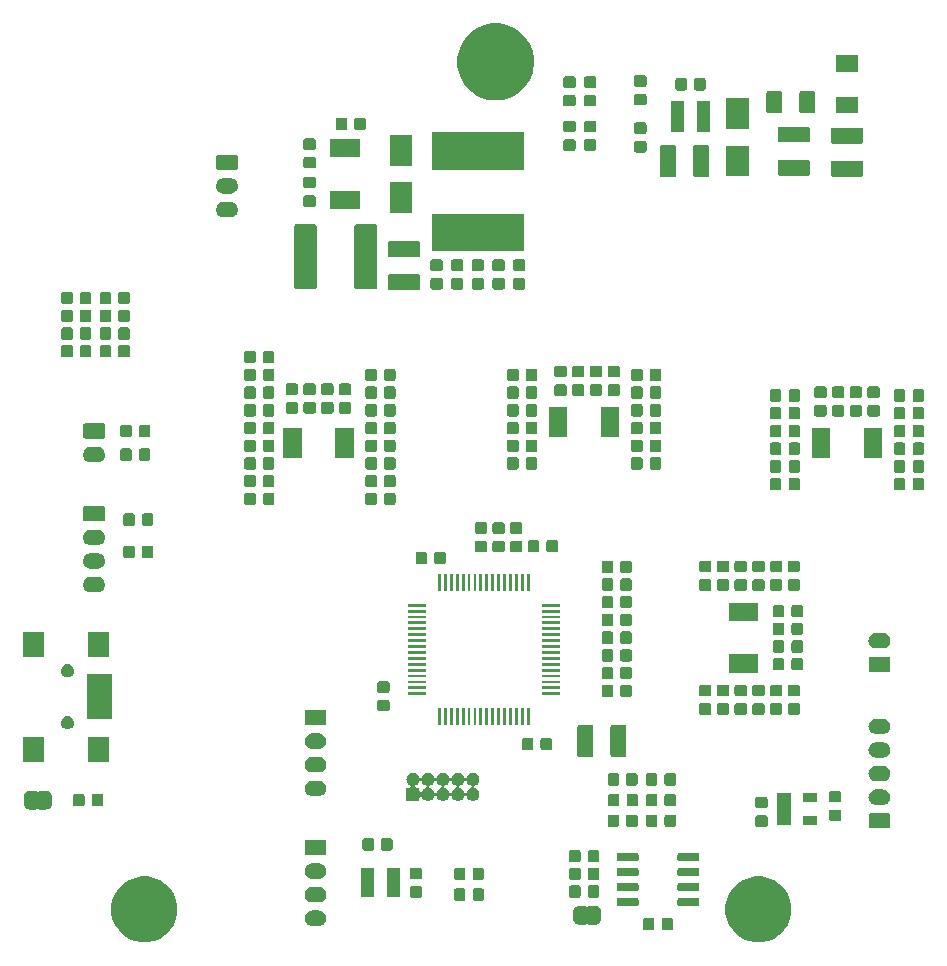
<source format=gts>
G04 #@! TF.GenerationSoftware,KiCad,Pcbnew,(5.1.4)-1*
G04 #@! TF.CreationDate,2019-11-20T08:15:06+01:00*
G04 #@! TF.ProjectId,hardware_4850,68617264-7761-4726-955f-343835302e6b,rev?*
G04 #@! TF.SameCoordinates,Original*
G04 #@! TF.FileFunction,Soldermask,Top*
G04 #@! TF.FilePolarity,Negative*
%FSLAX46Y46*%
G04 Gerber Fmt 4.6, Leading zero omitted, Abs format (unit mm)*
G04 Created by KiCad (PCBNEW (5.1.4)-1) date 2019-11-20 08:15:06*
%MOMM*%
%LPD*%
G04 APERTURE LIST*
%ADD10C,0.100000*%
G04 APERTURE END LIST*
D10*
G36*
X246067021Y-131806640D02*
G01*
X246561854Y-132011607D01*
X246576771Y-132017786D01*
X247035534Y-132324321D01*
X247425679Y-132714466D01*
X247732214Y-133173229D01*
X247732215Y-133173231D01*
X247943360Y-133682979D01*
X248051000Y-134224124D01*
X248051000Y-134775876D01*
X247943360Y-135317021D01*
X247742536Y-135801852D01*
X247732214Y-135826771D01*
X247425679Y-136285534D01*
X247035534Y-136675679D01*
X246576771Y-136982214D01*
X246576770Y-136982215D01*
X246576769Y-136982215D01*
X246067021Y-137193360D01*
X245525876Y-137301000D01*
X244974124Y-137301000D01*
X244432979Y-137193360D01*
X243923231Y-136982215D01*
X243923230Y-136982215D01*
X243923229Y-136982214D01*
X243464466Y-136675679D01*
X243074321Y-136285534D01*
X242767786Y-135826771D01*
X242757464Y-135801852D01*
X242556640Y-135317021D01*
X242449000Y-134775876D01*
X242449000Y-134224124D01*
X242556640Y-133682979D01*
X242767785Y-133173231D01*
X242767786Y-133173229D01*
X243074321Y-132714466D01*
X243464466Y-132324321D01*
X243923229Y-132017786D01*
X243938146Y-132011607D01*
X244432979Y-131806640D01*
X244974124Y-131699000D01*
X245525876Y-131699000D01*
X246067021Y-131806640D01*
X246067021Y-131806640D01*
G37*
G36*
X194067021Y-131806640D02*
G01*
X194561854Y-132011607D01*
X194576771Y-132017786D01*
X195035534Y-132324321D01*
X195425679Y-132714466D01*
X195732214Y-133173229D01*
X195732215Y-133173231D01*
X195943360Y-133682979D01*
X196051000Y-134224124D01*
X196051000Y-134775876D01*
X195943360Y-135317021D01*
X195742536Y-135801852D01*
X195732214Y-135826771D01*
X195425679Y-136285534D01*
X195035534Y-136675679D01*
X194576771Y-136982214D01*
X194576770Y-136982215D01*
X194576769Y-136982215D01*
X194067021Y-137193360D01*
X193525876Y-137301000D01*
X192974124Y-137301000D01*
X192432979Y-137193360D01*
X191923231Y-136982215D01*
X191923230Y-136982215D01*
X191923229Y-136982214D01*
X191464466Y-136675679D01*
X191074321Y-136285534D01*
X190767786Y-135826771D01*
X190757464Y-135801852D01*
X190556640Y-135317021D01*
X190449000Y-134775876D01*
X190449000Y-134224124D01*
X190556640Y-133682979D01*
X190767785Y-133173231D01*
X190767786Y-133173229D01*
X191074321Y-132714466D01*
X191464466Y-132324321D01*
X191923229Y-132017786D01*
X191938146Y-132011607D01*
X192432979Y-131806640D01*
X192974124Y-131699000D01*
X193525876Y-131699000D01*
X194067021Y-131806640D01*
X194067021Y-131806640D01*
G37*
G36*
X237879591Y-135228085D02*
G01*
X237913569Y-135238393D01*
X237944890Y-135255134D01*
X237972339Y-135277661D01*
X237994866Y-135305110D01*
X238011607Y-135336431D01*
X238021915Y-135370409D01*
X238026000Y-135411890D01*
X238026000Y-136088110D01*
X238021915Y-136129591D01*
X238011607Y-136163569D01*
X237994866Y-136194890D01*
X237972339Y-136222339D01*
X237944890Y-136244866D01*
X237913569Y-136261607D01*
X237879591Y-136271915D01*
X237838110Y-136276000D01*
X237236890Y-136276000D01*
X237195409Y-136271915D01*
X237161431Y-136261607D01*
X237130110Y-136244866D01*
X237102661Y-136222339D01*
X237080134Y-136194890D01*
X237063393Y-136163569D01*
X237053085Y-136129591D01*
X237049000Y-136088110D01*
X237049000Y-135411890D01*
X237053085Y-135370409D01*
X237063393Y-135336431D01*
X237080134Y-135305110D01*
X237102661Y-135277661D01*
X237130110Y-135255134D01*
X237161431Y-135238393D01*
X237195409Y-135228085D01*
X237236890Y-135224000D01*
X237838110Y-135224000D01*
X237879591Y-135228085D01*
X237879591Y-135228085D01*
G37*
G36*
X236304591Y-135228085D02*
G01*
X236338569Y-135238393D01*
X236369890Y-135255134D01*
X236397339Y-135277661D01*
X236419866Y-135305110D01*
X236436607Y-135336431D01*
X236446915Y-135370409D01*
X236451000Y-135411890D01*
X236451000Y-136088110D01*
X236446915Y-136129591D01*
X236436607Y-136163569D01*
X236419866Y-136194890D01*
X236397339Y-136222339D01*
X236369890Y-136244866D01*
X236338569Y-136261607D01*
X236304591Y-136271915D01*
X236263110Y-136276000D01*
X235661890Y-136276000D01*
X235620409Y-136271915D01*
X235586431Y-136261607D01*
X235555110Y-136244866D01*
X235527661Y-136222339D01*
X235505134Y-136194890D01*
X235488393Y-136163569D01*
X235478085Y-136129591D01*
X235474000Y-136088110D01*
X235474000Y-135411890D01*
X235478085Y-135370409D01*
X235488393Y-135336431D01*
X235505134Y-135305110D01*
X235527661Y-135277661D01*
X235555110Y-135255134D01*
X235586431Y-135238393D01*
X235620409Y-135228085D01*
X235661890Y-135224000D01*
X236263110Y-135224000D01*
X236304591Y-135228085D01*
X236304591Y-135228085D01*
G37*
G36*
X208074914Y-134600767D02*
G01*
X208152618Y-134608420D01*
X208243404Y-134635960D01*
X208275336Y-134645646D01*
X208388425Y-134706094D01*
X208487554Y-134787446D01*
X208568906Y-134886575D01*
X208629354Y-134999664D01*
X208629355Y-134999668D01*
X208666580Y-135122382D01*
X208679149Y-135250000D01*
X208666580Y-135377618D01*
X208653523Y-135420660D01*
X208629354Y-135500336D01*
X208568906Y-135613425D01*
X208487554Y-135712554D01*
X208388425Y-135793906D01*
X208275336Y-135854354D01*
X208243404Y-135864040D01*
X208152618Y-135891580D01*
X208088855Y-135897860D01*
X208056974Y-135901000D01*
X207443026Y-135901000D01*
X207411145Y-135897860D01*
X207347382Y-135891580D01*
X207256596Y-135864040D01*
X207224664Y-135854354D01*
X207111575Y-135793906D01*
X207012446Y-135712554D01*
X206931094Y-135613425D01*
X206870646Y-135500336D01*
X206846477Y-135420660D01*
X206833420Y-135377618D01*
X206820851Y-135250000D01*
X206833420Y-135122382D01*
X206870645Y-134999668D01*
X206870646Y-134999664D01*
X206931094Y-134886575D01*
X207012446Y-134787446D01*
X207111575Y-134706094D01*
X207224664Y-134645646D01*
X207256596Y-134635960D01*
X207347382Y-134608420D01*
X207425086Y-134600767D01*
X207443026Y-134599000D01*
X208056974Y-134599000D01*
X208074914Y-134600767D01*
X208074914Y-134600767D01*
G37*
G36*
X230609999Y-134199737D02*
G01*
X230619608Y-134202652D01*
X230628472Y-134207390D01*
X230636237Y-134213763D01*
X230646448Y-134226206D01*
X230653378Y-134236575D01*
X230670705Y-134253902D01*
X230691080Y-134267515D01*
X230713720Y-134276891D01*
X230737753Y-134281671D01*
X230762257Y-134281670D01*
X230786290Y-134276888D01*
X230808929Y-134267510D01*
X230829302Y-134253895D01*
X230846629Y-134236568D01*
X230853558Y-134226198D01*
X230863763Y-134213763D01*
X230871528Y-134207390D01*
X230880392Y-134202652D01*
X230890001Y-134199737D01*
X230906140Y-134198148D01*
X231393861Y-134198148D01*
X231412199Y-134199954D01*
X231424450Y-134200556D01*
X231442869Y-134200556D01*
X231465149Y-134202750D01*
X231549233Y-134219476D01*
X231570660Y-134225976D01*
X231649858Y-134258780D01*
X231655303Y-134261691D01*
X231655309Y-134261693D01*
X231664169Y-134266429D01*
X231664173Y-134266432D01*
X231669614Y-134269340D01*
X231740899Y-134316971D01*
X231758204Y-134331172D01*
X231818828Y-134391796D01*
X231833029Y-134409101D01*
X231880660Y-134480386D01*
X231883568Y-134485827D01*
X231883571Y-134485831D01*
X231888307Y-134494691D01*
X231888309Y-134494697D01*
X231891220Y-134500142D01*
X231924024Y-134579340D01*
X231930524Y-134600767D01*
X231947250Y-134684851D01*
X231949444Y-134707131D01*
X231949444Y-134725550D01*
X231950046Y-134737801D01*
X231951852Y-134756139D01*
X231951852Y-135243862D01*
X231950046Y-135262199D01*
X231949444Y-135274450D01*
X231949444Y-135292869D01*
X231947250Y-135315149D01*
X231930524Y-135399233D01*
X231924024Y-135420660D01*
X231891220Y-135499858D01*
X231888309Y-135505303D01*
X231888307Y-135505309D01*
X231883571Y-135514169D01*
X231883568Y-135514173D01*
X231880660Y-135519614D01*
X231833029Y-135590899D01*
X231818828Y-135608204D01*
X231758204Y-135668828D01*
X231740899Y-135683029D01*
X231669614Y-135730660D01*
X231664173Y-135733568D01*
X231664169Y-135733571D01*
X231655309Y-135738307D01*
X231655303Y-135738309D01*
X231649858Y-135741220D01*
X231570660Y-135774024D01*
X231549233Y-135780524D01*
X231465149Y-135797250D01*
X231442869Y-135799444D01*
X231424450Y-135799444D01*
X231412199Y-135800046D01*
X231393862Y-135801852D01*
X230906140Y-135801852D01*
X230890001Y-135800263D01*
X230880392Y-135797348D01*
X230871528Y-135792610D01*
X230863763Y-135786237D01*
X230853552Y-135773794D01*
X230846622Y-135763425D01*
X230829295Y-135746098D01*
X230808920Y-135732485D01*
X230786280Y-135723109D01*
X230762247Y-135718329D01*
X230737743Y-135718330D01*
X230713710Y-135723112D01*
X230691071Y-135732490D01*
X230670698Y-135746105D01*
X230653371Y-135763432D01*
X230646442Y-135773802D01*
X230636237Y-135786237D01*
X230628472Y-135792610D01*
X230619608Y-135797348D01*
X230609999Y-135800263D01*
X230593860Y-135801852D01*
X230106138Y-135801852D01*
X230087801Y-135800046D01*
X230075550Y-135799444D01*
X230057131Y-135799444D01*
X230034851Y-135797250D01*
X229950767Y-135780524D01*
X229929340Y-135774024D01*
X229850142Y-135741220D01*
X229844697Y-135738309D01*
X229844691Y-135738307D01*
X229835831Y-135733571D01*
X229835827Y-135733568D01*
X229830386Y-135730660D01*
X229759101Y-135683029D01*
X229741796Y-135668828D01*
X229681172Y-135608204D01*
X229666971Y-135590899D01*
X229619340Y-135519614D01*
X229616432Y-135514173D01*
X229616429Y-135514169D01*
X229611693Y-135505309D01*
X229611691Y-135505303D01*
X229608780Y-135499858D01*
X229575976Y-135420660D01*
X229569476Y-135399233D01*
X229552750Y-135315149D01*
X229550556Y-135292869D01*
X229550556Y-135274450D01*
X229549954Y-135262199D01*
X229548148Y-135243862D01*
X229548148Y-134756139D01*
X229549954Y-134737801D01*
X229550556Y-134725550D01*
X229550556Y-134707131D01*
X229552750Y-134684851D01*
X229569476Y-134600767D01*
X229575976Y-134579340D01*
X229608780Y-134500142D01*
X229611691Y-134494697D01*
X229611693Y-134494691D01*
X229616429Y-134485831D01*
X229616432Y-134485827D01*
X229619340Y-134480386D01*
X229666971Y-134409101D01*
X229681172Y-134391796D01*
X229741796Y-134331172D01*
X229759101Y-134316971D01*
X229830386Y-134269340D01*
X229835827Y-134266432D01*
X229835831Y-134266429D01*
X229844691Y-134261693D01*
X229844697Y-134261691D01*
X229850142Y-134258780D01*
X229929340Y-134225976D01*
X229950767Y-134219476D01*
X230034851Y-134202750D01*
X230057131Y-134200556D01*
X230075550Y-134200556D01*
X230087801Y-134199954D01*
X230106139Y-134198148D01*
X230593860Y-134198148D01*
X230609999Y-134199737D01*
X230609999Y-134199737D01*
G37*
G36*
X235009928Y-133556764D02*
G01*
X235031009Y-133563160D01*
X235050445Y-133573548D01*
X235067476Y-133587524D01*
X235081452Y-133604555D01*
X235091840Y-133623991D01*
X235098236Y-133645072D01*
X235101000Y-133673140D01*
X235101000Y-134136860D01*
X235098236Y-134164928D01*
X235091840Y-134186009D01*
X235081452Y-134205445D01*
X235067476Y-134222476D01*
X235050445Y-134236452D01*
X235031009Y-134246840D01*
X235009928Y-134253236D01*
X234981860Y-134256000D01*
X233368140Y-134256000D01*
X233340072Y-134253236D01*
X233318991Y-134246840D01*
X233299555Y-134236452D01*
X233282524Y-134222476D01*
X233268548Y-134205445D01*
X233258160Y-134186009D01*
X233251764Y-134164928D01*
X233249000Y-134136860D01*
X233249000Y-133673140D01*
X233251764Y-133645072D01*
X233258160Y-133623991D01*
X233268548Y-133604555D01*
X233282524Y-133587524D01*
X233299555Y-133573548D01*
X233318991Y-133563160D01*
X233340072Y-133556764D01*
X233368140Y-133554000D01*
X234981860Y-133554000D01*
X235009928Y-133556764D01*
X235009928Y-133556764D01*
G37*
G36*
X240159928Y-133556764D02*
G01*
X240181009Y-133563160D01*
X240200445Y-133573548D01*
X240217476Y-133587524D01*
X240231452Y-133604555D01*
X240241840Y-133623991D01*
X240248236Y-133645072D01*
X240251000Y-133673140D01*
X240251000Y-134136860D01*
X240248236Y-134164928D01*
X240241840Y-134186009D01*
X240231452Y-134205445D01*
X240217476Y-134222476D01*
X240200445Y-134236452D01*
X240181009Y-134246840D01*
X240159928Y-134253236D01*
X240131860Y-134256000D01*
X238518140Y-134256000D01*
X238490072Y-134253236D01*
X238468991Y-134246840D01*
X238449555Y-134236452D01*
X238432524Y-134222476D01*
X238418548Y-134205445D01*
X238408160Y-134186009D01*
X238401764Y-134164928D01*
X238399000Y-134136860D01*
X238399000Y-133673140D01*
X238401764Y-133645072D01*
X238408160Y-133623991D01*
X238418548Y-133604555D01*
X238432524Y-133587524D01*
X238449555Y-133573548D01*
X238468991Y-133563160D01*
X238490072Y-133556764D01*
X238518140Y-133554000D01*
X240131860Y-133554000D01*
X240159928Y-133556764D01*
X240159928Y-133556764D01*
G37*
G36*
X208088855Y-132602140D02*
G01*
X208152618Y-132608420D01*
X208224120Y-132630110D01*
X208275336Y-132645646D01*
X208388425Y-132706094D01*
X208487554Y-132787446D01*
X208568906Y-132886575D01*
X208629354Y-132999664D01*
X208629355Y-132999668D01*
X208666580Y-133122382D01*
X208679149Y-133250000D01*
X208666580Y-133377618D01*
X208646173Y-133444890D01*
X208629354Y-133500336D01*
X208568906Y-133613425D01*
X208487554Y-133712554D01*
X208388425Y-133793906D01*
X208275336Y-133854354D01*
X208243404Y-133864040D01*
X208152618Y-133891580D01*
X208088855Y-133897860D01*
X208056974Y-133901000D01*
X207443026Y-133901000D01*
X207411145Y-133897860D01*
X207347382Y-133891580D01*
X207256596Y-133864040D01*
X207224664Y-133854354D01*
X207111575Y-133793906D01*
X207012446Y-133712554D01*
X206931094Y-133613425D01*
X206870646Y-133500336D01*
X206853827Y-133444890D01*
X206833420Y-133377618D01*
X206820851Y-133250000D01*
X206833420Y-133122382D01*
X206870645Y-132999668D01*
X206870646Y-132999664D01*
X206931094Y-132886575D01*
X207012446Y-132787446D01*
X207111575Y-132706094D01*
X207224664Y-132645646D01*
X207275880Y-132630110D01*
X207347382Y-132608420D01*
X207411145Y-132602140D01*
X207443026Y-132599000D01*
X208056974Y-132599000D01*
X208088855Y-132602140D01*
X208088855Y-132602140D01*
G37*
G36*
X220304591Y-132728085D02*
G01*
X220338569Y-132738393D01*
X220369890Y-132755134D01*
X220397339Y-132777661D01*
X220419866Y-132805110D01*
X220436607Y-132836431D01*
X220446915Y-132870409D01*
X220451000Y-132911890D01*
X220451000Y-133588110D01*
X220446915Y-133629591D01*
X220436607Y-133663569D01*
X220419866Y-133694890D01*
X220397339Y-133722339D01*
X220369890Y-133744866D01*
X220338569Y-133761607D01*
X220304591Y-133771915D01*
X220263110Y-133776000D01*
X219661890Y-133776000D01*
X219620409Y-133771915D01*
X219586431Y-133761607D01*
X219555110Y-133744866D01*
X219527661Y-133722339D01*
X219505134Y-133694890D01*
X219488393Y-133663569D01*
X219478085Y-133629591D01*
X219474000Y-133588110D01*
X219474000Y-132911890D01*
X219478085Y-132870409D01*
X219488393Y-132836431D01*
X219505134Y-132805110D01*
X219527661Y-132777661D01*
X219555110Y-132755134D01*
X219586431Y-132738393D01*
X219620409Y-132728085D01*
X219661890Y-132724000D01*
X220263110Y-132724000D01*
X220304591Y-132728085D01*
X220304591Y-132728085D01*
G37*
G36*
X221879591Y-132728085D02*
G01*
X221913569Y-132738393D01*
X221944890Y-132755134D01*
X221972339Y-132777661D01*
X221994866Y-132805110D01*
X222011607Y-132836431D01*
X222021915Y-132870409D01*
X222026000Y-132911890D01*
X222026000Y-133588110D01*
X222021915Y-133629591D01*
X222011607Y-133663569D01*
X221994866Y-133694890D01*
X221972339Y-133722339D01*
X221944890Y-133744866D01*
X221913569Y-133761607D01*
X221879591Y-133771915D01*
X221838110Y-133776000D01*
X221236890Y-133776000D01*
X221195409Y-133771915D01*
X221161431Y-133761607D01*
X221130110Y-133744866D01*
X221102661Y-133722339D01*
X221080134Y-133694890D01*
X221063393Y-133663569D01*
X221053085Y-133629591D01*
X221049000Y-133588110D01*
X221049000Y-132911890D01*
X221053085Y-132870409D01*
X221063393Y-132836431D01*
X221080134Y-132805110D01*
X221102661Y-132777661D01*
X221130110Y-132755134D01*
X221161431Y-132738393D01*
X221195409Y-132728085D01*
X221236890Y-132724000D01*
X221838110Y-132724000D01*
X221879591Y-132728085D01*
X221879591Y-132728085D01*
G37*
G36*
X216629591Y-132553085D02*
G01*
X216663569Y-132563393D01*
X216694890Y-132580134D01*
X216722339Y-132602661D01*
X216744866Y-132630110D01*
X216761607Y-132661431D01*
X216771915Y-132695409D01*
X216776000Y-132736890D01*
X216776000Y-133338110D01*
X216771915Y-133379591D01*
X216761607Y-133413569D01*
X216744866Y-133444890D01*
X216722339Y-133472339D01*
X216694890Y-133494866D01*
X216663569Y-133511607D01*
X216629591Y-133521915D01*
X216588110Y-133526000D01*
X215911890Y-133526000D01*
X215870409Y-133521915D01*
X215836431Y-133511607D01*
X215805110Y-133494866D01*
X215777661Y-133472339D01*
X215755134Y-133444890D01*
X215738393Y-133413569D01*
X215728085Y-133379591D01*
X215724000Y-133338110D01*
X215724000Y-132736890D01*
X215728085Y-132695409D01*
X215738393Y-132661431D01*
X215755134Y-132630110D01*
X215777661Y-132602661D01*
X215805110Y-132580134D01*
X215836431Y-132563393D01*
X215870409Y-132553085D01*
X215911890Y-132549000D01*
X216588110Y-132549000D01*
X216629591Y-132553085D01*
X216629591Y-132553085D01*
G37*
G36*
X230054591Y-132478085D02*
G01*
X230088569Y-132488393D01*
X230119890Y-132505134D01*
X230147339Y-132527661D01*
X230169866Y-132555110D01*
X230186607Y-132586431D01*
X230196915Y-132620409D01*
X230201000Y-132661890D01*
X230201000Y-133338110D01*
X230196915Y-133379591D01*
X230186607Y-133413569D01*
X230169866Y-133444890D01*
X230147339Y-133472339D01*
X230119890Y-133494866D01*
X230088569Y-133511607D01*
X230054591Y-133521915D01*
X230013110Y-133526000D01*
X229411890Y-133526000D01*
X229370409Y-133521915D01*
X229336431Y-133511607D01*
X229305110Y-133494866D01*
X229277661Y-133472339D01*
X229255134Y-133444890D01*
X229238393Y-133413569D01*
X229228085Y-133379591D01*
X229224000Y-133338110D01*
X229224000Y-132661890D01*
X229228085Y-132620409D01*
X229238393Y-132586431D01*
X229255134Y-132555110D01*
X229277661Y-132527661D01*
X229305110Y-132505134D01*
X229336431Y-132488393D01*
X229370409Y-132478085D01*
X229411890Y-132474000D01*
X230013110Y-132474000D01*
X230054591Y-132478085D01*
X230054591Y-132478085D01*
G37*
G36*
X231629591Y-132478085D02*
G01*
X231663569Y-132488393D01*
X231694890Y-132505134D01*
X231722339Y-132527661D01*
X231744866Y-132555110D01*
X231761607Y-132586431D01*
X231771915Y-132620409D01*
X231776000Y-132661890D01*
X231776000Y-133338110D01*
X231771915Y-133379591D01*
X231761607Y-133413569D01*
X231744866Y-133444890D01*
X231722339Y-133472339D01*
X231694890Y-133494866D01*
X231663569Y-133511607D01*
X231629591Y-133521915D01*
X231588110Y-133526000D01*
X230986890Y-133526000D01*
X230945409Y-133521915D01*
X230911431Y-133511607D01*
X230880110Y-133494866D01*
X230852661Y-133472339D01*
X230830134Y-133444890D01*
X230813393Y-133413569D01*
X230803085Y-133379591D01*
X230799000Y-133338110D01*
X230799000Y-132661890D01*
X230803085Y-132620409D01*
X230813393Y-132586431D01*
X230830134Y-132555110D01*
X230852661Y-132527661D01*
X230880110Y-132505134D01*
X230911431Y-132488393D01*
X230945409Y-132478085D01*
X230986890Y-132474000D01*
X231588110Y-132474000D01*
X231629591Y-132478085D01*
X231629591Y-132478085D01*
G37*
G36*
X214931000Y-133481000D02*
G01*
X213769000Y-133481000D01*
X213769000Y-131019000D01*
X214931000Y-131019000D01*
X214931000Y-133481000D01*
X214931000Y-133481000D01*
G37*
G36*
X212731000Y-133481000D02*
G01*
X211569000Y-133481000D01*
X211569000Y-131019000D01*
X212731000Y-131019000D01*
X212731000Y-133481000D01*
X212731000Y-133481000D01*
G37*
G36*
X240159928Y-132286764D02*
G01*
X240181009Y-132293160D01*
X240200445Y-132303548D01*
X240217476Y-132317524D01*
X240231452Y-132334555D01*
X240241840Y-132353991D01*
X240248236Y-132375072D01*
X240251000Y-132403140D01*
X240251000Y-132866860D01*
X240248236Y-132894928D01*
X240241840Y-132916009D01*
X240231452Y-132935445D01*
X240217476Y-132952476D01*
X240200445Y-132966452D01*
X240181009Y-132976840D01*
X240159928Y-132983236D01*
X240131860Y-132986000D01*
X238518140Y-132986000D01*
X238490072Y-132983236D01*
X238468991Y-132976840D01*
X238449555Y-132966452D01*
X238432524Y-132952476D01*
X238418548Y-132935445D01*
X238408160Y-132916009D01*
X238401764Y-132894928D01*
X238399000Y-132866860D01*
X238399000Y-132403140D01*
X238401764Y-132375072D01*
X238408160Y-132353991D01*
X238418548Y-132334555D01*
X238432524Y-132317524D01*
X238449555Y-132303548D01*
X238468991Y-132293160D01*
X238490072Y-132286764D01*
X238518140Y-132284000D01*
X240131860Y-132284000D01*
X240159928Y-132286764D01*
X240159928Y-132286764D01*
G37*
G36*
X235009928Y-132286764D02*
G01*
X235031009Y-132293160D01*
X235050445Y-132303548D01*
X235067476Y-132317524D01*
X235081452Y-132334555D01*
X235091840Y-132353991D01*
X235098236Y-132375072D01*
X235101000Y-132403140D01*
X235101000Y-132866860D01*
X235098236Y-132894928D01*
X235091840Y-132916009D01*
X235081452Y-132935445D01*
X235067476Y-132952476D01*
X235050445Y-132966452D01*
X235031009Y-132976840D01*
X235009928Y-132983236D01*
X234981860Y-132986000D01*
X233368140Y-132986000D01*
X233340072Y-132983236D01*
X233318991Y-132976840D01*
X233299555Y-132966452D01*
X233282524Y-132952476D01*
X233268548Y-132935445D01*
X233258160Y-132916009D01*
X233251764Y-132894928D01*
X233249000Y-132866860D01*
X233249000Y-132403140D01*
X233251764Y-132375072D01*
X233258160Y-132353991D01*
X233268548Y-132334555D01*
X233282524Y-132317524D01*
X233299555Y-132303548D01*
X233318991Y-132293160D01*
X233340072Y-132286764D01*
X233368140Y-132284000D01*
X234981860Y-132284000D01*
X235009928Y-132286764D01*
X235009928Y-132286764D01*
G37*
G36*
X231629591Y-130978085D02*
G01*
X231663569Y-130988393D01*
X231694890Y-131005134D01*
X231722339Y-131027661D01*
X231744866Y-131055110D01*
X231761607Y-131086431D01*
X231771915Y-131120409D01*
X231776000Y-131161890D01*
X231776000Y-131838110D01*
X231771915Y-131879591D01*
X231761607Y-131913569D01*
X231744866Y-131944890D01*
X231722339Y-131972339D01*
X231694890Y-131994866D01*
X231663569Y-132011607D01*
X231629591Y-132021915D01*
X231588110Y-132026000D01*
X230986890Y-132026000D01*
X230945409Y-132021915D01*
X230911431Y-132011607D01*
X230880110Y-131994866D01*
X230852661Y-131972339D01*
X230830134Y-131944890D01*
X230813393Y-131913569D01*
X230803085Y-131879591D01*
X230799000Y-131838110D01*
X230799000Y-131161890D01*
X230803085Y-131120409D01*
X230813393Y-131086431D01*
X230830134Y-131055110D01*
X230852661Y-131027661D01*
X230880110Y-131005134D01*
X230911431Y-130988393D01*
X230945409Y-130978085D01*
X230986890Y-130974000D01*
X231588110Y-130974000D01*
X231629591Y-130978085D01*
X231629591Y-130978085D01*
G37*
G36*
X230054591Y-130978085D02*
G01*
X230088569Y-130988393D01*
X230119890Y-131005134D01*
X230147339Y-131027661D01*
X230169866Y-131055110D01*
X230186607Y-131086431D01*
X230196915Y-131120409D01*
X230201000Y-131161890D01*
X230201000Y-131838110D01*
X230196915Y-131879591D01*
X230186607Y-131913569D01*
X230169866Y-131944890D01*
X230147339Y-131972339D01*
X230119890Y-131994866D01*
X230088569Y-132011607D01*
X230054591Y-132021915D01*
X230013110Y-132026000D01*
X229411890Y-132026000D01*
X229370409Y-132021915D01*
X229336431Y-132011607D01*
X229305110Y-131994866D01*
X229277661Y-131972339D01*
X229255134Y-131944890D01*
X229238393Y-131913569D01*
X229228085Y-131879591D01*
X229224000Y-131838110D01*
X229224000Y-131161890D01*
X229228085Y-131120409D01*
X229238393Y-131086431D01*
X229255134Y-131055110D01*
X229277661Y-131027661D01*
X229305110Y-131005134D01*
X229336431Y-130988393D01*
X229370409Y-130978085D01*
X229411890Y-130974000D01*
X230013110Y-130974000D01*
X230054591Y-130978085D01*
X230054591Y-130978085D01*
G37*
G36*
X221879591Y-130978085D02*
G01*
X221913569Y-130988393D01*
X221944890Y-131005134D01*
X221972339Y-131027661D01*
X221994866Y-131055110D01*
X222011607Y-131086431D01*
X222021915Y-131120409D01*
X222026000Y-131161890D01*
X222026000Y-131838110D01*
X222021915Y-131879591D01*
X222011607Y-131913569D01*
X221994866Y-131944890D01*
X221972339Y-131972339D01*
X221944890Y-131994866D01*
X221913569Y-132011607D01*
X221879591Y-132021915D01*
X221838110Y-132026000D01*
X221236890Y-132026000D01*
X221195409Y-132021915D01*
X221161431Y-132011607D01*
X221130110Y-131994866D01*
X221102661Y-131972339D01*
X221080134Y-131944890D01*
X221063393Y-131913569D01*
X221053085Y-131879591D01*
X221049000Y-131838110D01*
X221049000Y-131161890D01*
X221053085Y-131120409D01*
X221063393Y-131086431D01*
X221080134Y-131055110D01*
X221102661Y-131027661D01*
X221130110Y-131005134D01*
X221161431Y-130988393D01*
X221195409Y-130978085D01*
X221236890Y-130974000D01*
X221838110Y-130974000D01*
X221879591Y-130978085D01*
X221879591Y-130978085D01*
G37*
G36*
X220304591Y-130978085D02*
G01*
X220338569Y-130988393D01*
X220369890Y-131005134D01*
X220397339Y-131027661D01*
X220419866Y-131055110D01*
X220436607Y-131086431D01*
X220446915Y-131120409D01*
X220451000Y-131161890D01*
X220451000Y-131838110D01*
X220446915Y-131879591D01*
X220436607Y-131913569D01*
X220419866Y-131944890D01*
X220397339Y-131972339D01*
X220369890Y-131994866D01*
X220338569Y-132011607D01*
X220304591Y-132021915D01*
X220263110Y-132026000D01*
X219661890Y-132026000D01*
X219620409Y-132021915D01*
X219586431Y-132011607D01*
X219555110Y-131994866D01*
X219527661Y-131972339D01*
X219505134Y-131944890D01*
X219488393Y-131913569D01*
X219478085Y-131879591D01*
X219474000Y-131838110D01*
X219474000Y-131161890D01*
X219478085Y-131120409D01*
X219488393Y-131086431D01*
X219505134Y-131055110D01*
X219527661Y-131027661D01*
X219555110Y-131005134D01*
X219586431Y-130988393D01*
X219620409Y-130978085D01*
X219661890Y-130974000D01*
X220263110Y-130974000D01*
X220304591Y-130978085D01*
X220304591Y-130978085D01*
G37*
G36*
X216629591Y-130978085D02*
G01*
X216663569Y-130988393D01*
X216694890Y-131005134D01*
X216722339Y-131027661D01*
X216744866Y-131055110D01*
X216761607Y-131086431D01*
X216771915Y-131120409D01*
X216776000Y-131161890D01*
X216776000Y-131763110D01*
X216771915Y-131804591D01*
X216761607Y-131838569D01*
X216744866Y-131869890D01*
X216722339Y-131897339D01*
X216694890Y-131919866D01*
X216663569Y-131936607D01*
X216629591Y-131946915D01*
X216588110Y-131951000D01*
X215911890Y-131951000D01*
X215870409Y-131946915D01*
X215836431Y-131936607D01*
X215805110Y-131919866D01*
X215777661Y-131897339D01*
X215755134Y-131869890D01*
X215738393Y-131838569D01*
X215728085Y-131804591D01*
X215724000Y-131763110D01*
X215724000Y-131161890D01*
X215728085Y-131120409D01*
X215738393Y-131086431D01*
X215755134Y-131055110D01*
X215777661Y-131027661D01*
X215805110Y-131005134D01*
X215836431Y-130988393D01*
X215870409Y-130978085D01*
X215911890Y-130974000D01*
X216588110Y-130974000D01*
X216629591Y-130978085D01*
X216629591Y-130978085D01*
G37*
G36*
X208088855Y-130602140D02*
G01*
X208152618Y-130608420D01*
X208243404Y-130635960D01*
X208275336Y-130645646D01*
X208388425Y-130706094D01*
X208487554Y-130787446D01*
X208568906Y-130886575D01*
X208629354Y-130999664D01*
X208635219Y-131019000D01*
X208666580Y-131122382D01*
X208679149Y-131250000D01*
X208666580Y-131377618D01*
X208639040Y-131468404D01*
X208629354Y-131500336D01*
X208568906Y-131613425D01*
X208487554Y-131712554D01*
X208388425Y-131793906D01*
X208275336Y-131854354D01*
X208243404Y-131864040D01*
X208152618Y-131891580D01*
X208088855Y-131897860D01*
X208056974Y-131901000D01*
X207443026Y-131901000D01*
X207411145Y-131897860D01*
X207347382Y-131891580D01*
X207256596Y-131864040D01*
X207224664Y-131854354D01*
X207111575Y-131793906D01*
X207012446Y-131712554D01*
X206931094Y-131613425D01*
X206870646Y-131500336D01*
X206860960Y-131468404D01*
X206833420Y-131377618D01*
X206820851Y-131250000D01*
X206833420Y-131122382D01*
X206864781Y-131019000D01*
X206870646Y-130999664D01*
X206931094Y-130886575D01*
X207012446Y-130787446D01*
X207111575Y-130706094D01*
X207224664Y-130645646D01*
X207256596Y-130635960D01*
X207347382Y-130608420D01*
X207411145Y-130602140D01*
X207443026Y-130599000D01*
X208056974Y-130599000D01*
X208088855Y-130602140D01*
X208088855Y-130602140D01*
G37*
G36*
X240159928Y-131016764D02*
G01*
X240181009Y-131023160D01*
X240200445Y-131033548D01*
X240217476Y-131047524D01*
X240231452Y-131064555D01*
X240241840Y-131083991D01*
X240248236Y-131105072D01*
X240251000Y-131133140D01*
X240251000Y-131596860D01*
X240248236Y-131624928D01*
X240241840Y-131646009D01*
X240231452Y-131665445D01*
X240217476Y-131682476D01*
X240200445Y-131696452D01*
X240181009Y-131706840D01*
X240159928Y-131713236D01*
X240131860Y-131716000D01*
X238518140Y-131716000D01*
X238490072Y-131713236D01*
X238468991Y-131706840D01*
X238449555Y-131696452D01*
X238432524Y-131682476D01*
X238418548Y-131665445D01*
X238408160Y-131646009D01*
X238401764Y-131624928D01*
X238399000Y-131596860D01*
X238399000Y-131133140D01*
X238401764Y-131105072D01*
X238408160Y-131083991D01*
X238418548Y-131064555D01*
X238432524Y-131047524D01*
X238449555Y-131033548D01*
X238468991Y-131023160D01*
X238490072Y-131016764D01*
X238518140Y-131014000D01*
X240131860Y-131014000D01*
X240159928Y-131016764D01*
X240159928Y-131016764D01*
G37*
G36*
X235009928Y-131016764D02*
G01*
X235031009Y-131023160D01*
X235050445Y-131033548D01*
X235067476Y-131047524D01*
X235081452Y-131064555D01*
X235091840Y-131083991D01*
X235098236Y-131105072D01*
X235101000Y-131133140D01*
X235101000Y-131596860D01*
X235098236Y-131624928D01*
X235091840Y-131646009D01*
X235081452Y-131665445D01*
X235067476Y-131682476D01*
X235050445Y-131696452D01*
X235031009Y-131706840D01*
X235009928Y-131713236D01*
X234981860Y-131716000D01*
X233368140Y-131716000D01*
X233340072Y-131713236D01*
X233318991Y-131706840D01*
X233299555Y-131696452D01*
X233282524Y-131682476D01*
X233268548Y-131665445D01*
X233258160Y-131646009D01*
X233251764Y-131624928D01*
X233249000Y-131596860D01*
X233249000Y-131133140D01*
X233251764Y-131105072D01*
X233258160Y-131083991D01*
X233268548Y-131064555D01*
X233282524Y-131047524D01*
X233299555Y-131033548D01*
X233318991Y-131023160D01*
X233340072Y-131016764D01*
X233368140Y-131014000D01*
X234981860Y-131014000D01*
X235009928Y-131016764D01*
X235009928Y-131016764D01*
G37*
G36*
X231629591Y-129478085D02*
G01*
X231663569Y-129488393D01*
X231694890Y-129505134D01*
X231722339Y-129527661D01*
X231744866Y-129555110D01*
X231761607Y-129586431D01*
X231771915Y-129620409D01*
X231776000Y-129661890D01*
X231776000Y-130338110D01*
X231771915Y-130379591D01*
X231761607Y-130413569D01*
X231744866Y-130444890D01*
X231722339Y-130472339D01*
X231694890Y-130494866D01*
X231663569Y-130511607D01*
X231629591Y-130521915D01*
X231588110Y-130526000D01*
X230986890Y-130526000D01*
X230945409Y-130521915D01*
X230911431Y-130511607D01*
X230880110Y-130494866D01*
X230852661Y-130472339D01*
X230830134Y-130444890D01*
X230813393Y-130413569D01*
X230803085Y-130379591D01*
X230799000Y-130338110D01*
X230799000Y-129661890D01*
X230803085Y-129620409D01*
X230813393Y-129586431D01*
X230830134Y-129555110D01*
X230852661Y-129527661D01*
X230880110Y-129505134D01*
X230911431Y-129488393D01*
X230945409Y-129478085D01*
X230986890Y-129474000D01*
X231588110Y-129474000D01*
X231629591Y-129478085D01*
X231629591Y-129478085D01*
G37*
G36*
X230054591Y-129478085D02*
G01*
X230088569Y-129488393D01*
X230119890Y-129505134D01*
X230147339Y-129527661D01*
X230169866Y-129555110D01*
X230186607Y-129586431D01*
X230196915Y-129620409D01*
X230201000Y-129661890D01*
X230201000Y-130338110D01*
X230196915Y-130379591D01*
X230186607Y-130413569D01*
X230169866Y-130444890D01*
X230147339Y-130472339D01*
X230119890Y-130494866D01*
X230088569Y-130511607D01*
X230054591Y-130521915D01*
X230013110Y-130526000D01*
X229411890Y-130526000D01*
X229370409Y-130521915D01*
X229336431Y-130511607D01*
X229305110Y-130494866D01*
X229277661Y-130472339D01*
X229255134Y-130444890D01*
X229238393Y-130413569D01*
X229228085Y-130379591D01*
X229224000Y-130338110D01*
X229224000Y-129661890D01*
X229228085Y-129620409D01*
X229238393Y-129586431D01*
X229255134Y-129555110D01*
X229277661Y-129527661D01*
X229305110Y-129505134D01*
X229336431Y-129488393D01*
X229370409Y-129478085D01*
X229411890Y-129474000D01*
X230013110Y-129474000D01*
X230054591Y-129478085D01*
X230054591Y-129478085D01*
G37*
G36*
X240159928Y-129746764D02*
G01*
X240181009Y-129753160D01*
X240200445Y-129763548D01*
X240217476Y-129777524D01*
X240231452Y-129794555D01*
X240241840Y-129813991D01*
X240248236Y-129835072D01*
X240251000Y-129863140D01*
X240251000Y-130326860D01*
X240248236Y-130354928D01*
X240241840Y-130376009D01*
X240231452Y-130395445D01*
X240217476Y-130412476D01*
X240200445Y-130426452D01*
X240181009Y-130436840D01*
X240159928Y-130443236D01*
X240131860Y-130446000D01*
X238518140Y-130446000D01*
X238490072Y-130443236D01*
X238468991Y-130436840D01*
X238449555Y-130426452D01*
X238432524Y-130412476D01*
X238418548Y-130395445D01*
X238408160Y-130376009D01*
X238401764Y-130354928D01*
X238399000Y-130326860D01*
X238399000Y-129863140D01*
X238401764Y-129835072D01*
X238408160Y-129813991D01*
X238418548Y-129794555D01*
X238432524Y-129777524D01*
X238449555Y-129763548D01*
X238468991Y-129753160D01*
X238490072Y-129746764D01*
X238518140Y-129744000D01*
X240131860Y-129744000D01*
X240159928Y-129746764D01*
X240159928Y-129746764D01*
G37*
G36*
X235009928Y-129746764D02*
G01*
X235031009Y-129753160D01*
X235050445Y-129763548D01*
X235067476Y-129777524D01*
X235081452Y-129794555D01*
X235091840Y-129813991D01*
X235098236Y-129835072D01*
X235101000Y-129863140D01*
X235101000Y-130326860D01*
X235098236Y-130354928D01*
X235091840Y-130376009D01*
X235081452Y-130395445D01*
X235067476Y-130412476D01*
X235050445Y-130426452D01*
X235031009Y-130436840D01*
X235009928Y-130443236D01*
X234981860Y-130446000D01*
X233368140Y-130446000D01*
X233340072Y-130443236D01*
X233318991Y-130436840D01*
X233299555Y-130426452D01*
X233282524Y-130412476D01*
X233268548Y-130395445D01*
X233258160Y-130376009D01*
X233251764Y-130354928D01*
X233249000Y-130326860D01*
X233249000Y-129863140D01*
X233251764Y-129835072D01*
X233258160Y-129813991D01*
X233268548Y-129794555D01*
X233282524Y-129777524D01*
X233299555Y-129763548D01*
X233318991Y-129753160D01*
X233340072Y-129746764D01*
X233368140Y-129744000D01*
X234981860Y-129744000D01*
X235009928Y-129746764D01*
X235009928Y-129746764D01*
G37*
G36*
X208516242Y-128603404D02*
G01*
X208553337Y-128614657D01*
X208587515Y-128632925D01*
X208617481Y-128657519D01*
X208642075Y-128687485D01*
X208660343Y-128721663D01*
X208671596Y-128758758D01*
X208676000Y-128803474D01*
X208676000Y-129696526D01*
X208671596Y-129741242D01*
X208660343Y-129778337D01*
X208642075Y-129812515D01*
X208617481Y-129842481D01*
X208587515Y-129867075D01*
X208553337Y-129885343D01*
X208516242Y-129896596D01*
X208471526Y-129901000D01*
X207028474Y-129901000D01*
X206983758Y-129896596D01*
X206946663Y-129885343D01*
X206912485Y-129867075D01*
X206882519Y-129842481D01*
X206857925Y-129812515D01*
X206839657Y-129778337D01*
X206828404Y-129741242D01*
X206824000Y-129696526D01*
X206824000Y-128803474D01*
X206828404Y-128758758D01*
X206839657Y-128721663D01*
X206857925Y-128687485D01*
X206882519Y-128657519D01*
X206912485Y-128632925D01*
X206946663Y-128614657D01*
X206983758Y-128603404D01*
X207028474Y-128599000D01*
X208471526Y-128599000D01*
X208516242Y-128603404D01*
X208516242Y-128603404D01*
G37*
G36*
X214129591Y-128478085D02*
G01*
X214163569Y-128488393D01*
X214194890Y-128505134D01*
X214222339Y-128527661D01*
X214244866Y-128555110D01*
X214261607Y-128586431D01*
X214271915Y-128620409D01*
X214276000Y-128661890D01*
X214276000Y-129338110D01*
X214271915Y-129379591D01*
X214261607Y-129413569D01*
X214244866Y-129444890D01*
X214222339Y-129472339D01*
X214194890Y-129494866D01*
X214163569Y-129511607D01*
X214129591Y-129521915D01*
X214088110Y-129526000D01*
X213486890Y-129526000D01*
X213445409Y-129521915D01*
X213411431Y-129511607D01*
X213380110Y-129494866D01*
X213352661Y-129472339D01*
X213330134Y-129444890D01*
X213313393Y-129413569D01*
X213303085Y-129379591D01*
X213299000Y-129338110D01*
X213299000Y-128661890D01*
X213303085Y-128620409D01*
X213313393Y-128586431D01*
X213330134Y-128555110D01*
X213352661Y-128527661D01*
X213380110Y-128505134D01*
X213411431Y-128488393D01*
X213445409Y-128478085D01*
X213486890Y-128474000D01*
X214088110Y-128474000D01*
X214129591Y-128478085D01*
X214129591Y-128478085D01*
G37*
G36*
X212554591Y-128478085D02*
G01*
X212588569Y-128488393D01*
X212619890Y-128505134D01*
X212647339Y-128527661D01*
X212669866Y-128555110D01*
X212686607Y-128586431D01*
X212696915Y-128620409D01*
X212701000Y-128661890D01*
X212701000Y-129338110D01*
X212696915Y-129379591D01*
X212686607Y-129413569D01*
X212669866Y-129444890D01*
X212647339Y-129472339D01*
X212619890Y-129494866D01*
X212588569Y-129511607D01*
X212554591Y-129521915D01*
X212513110Y-129526000D01*
X211911890Y-129526000D01*
X211870409Y-129521915D01*
X211836431Y-129511607D01*
X211805110Y-129494866D01*
X211777661Y-129472339D01*
X211755134Y-129444890D01*
X211738393Y-129413569D01*
X211728085Y-129379591D01*
X211724000Y-129338110D01*
X211724000Y-128661890D01*
X211728085Y-128620409D01*
X211738393Y-128586431D01*
X211755134Y-128555110D01*
X211777661Y-128527661D01*
X211805110Y-128505134D01*
X211836431Y-128488393D01*
X211870409Y-128478085D01*
X211911890Y-128474000D01*
X212513110Y-128474000D01*
X212554591Y-128478085D01*
X212554591Y-128478085D01*
G37*
G36*
X256266242Y-126353404D02*
G01*
X256303337Y-126364657D01*
X256337515Y-126382925D01*
X256367481Y-126407519D01*
X256392075Y-126437485D01*
X256410343Y-126471663D01*
X256421596Y-126508758D01*
X256426000Y-126553474D01*
X256426000Y-127446526D01*
X256421596Y-127491242D01*
X256410343Y-127528337D01*
X256392075Y-127562515D01*
X256367481Y-127592481D01*
X256337515Y-127617075D01*
X256303337Y-127635343D01*
X256266242Y-127646596D01*
X256221526Y-127651000D01*
X254778474Y-127651000D01*
X254733758Y-127646596D01*
X254696663Y-127635343D01*
X254662485Y-127617075D01*
X254632519Y-127592481D01*
X254607925Y-127562515D01*
X254589657Y-127528337D01*
X254578404Y-127491242D01*
X254574000Y-127446526D01*
X254574000Y-126553474D01*
X254578404Y-126508758D01*
X254589657Y-126471663D01*
X254607925Y-126437485D01*
X254632519Y-126407519D01*
X254662485Y-126382925D01*
X254696663Y-126364657D01*
X254733758Y-126353404D01*
X254778474Y-126349000D01*
X256221526Y-126349000D01*
X256266242Y-126353404D01*
X256266242Y-126353404D01*
G37*
G36*
X245879591Y-126553085D02*
G01*
X245913569Y-126563393D01*
X245944890Y-126580134D01*
X245972339Y-126602661D01*
X245994866Y-126630110D01*
X246011607Y-126661431D01*
X246021915Y-126695409D01*
X246026000Y-126736890D01*
X246026000Y-127338110D01*
X246021915Y-127379591D01*
X246011607Y-127413569D01*
X245994866Y-127444890D01*
X245972339Y-127472339D01*
X245944890Y-127494866D01*
X245913569Y-127511607D01*
X245879591Y-127521915D01*
X245838110Y-127526000D01*
X245161890Y-127526000D01*
X245120409Y-127521915D01*
X245086431Y-127511607D01*
X245055110Y-127494866D01*
X245027661Y-127472339D01*
X245005134Y-127444890D01*
X244988393Y-127413569D01*
X244978085Y-127379591D01*
X244974000Y-127338110D01*
X244974000Y-126736890D01*
X244978085Y-126695409D01*
X244988393Y-126661431D01*
X245005134Y-126630110D01*
X245027661Y-126602661D01*
X245055110Y-126580134D01*
X245086431Y-126563393D01*
X245120409Y-126553085D01*
X245161890Y-126549000D01*
X245838110Y-126549000D01*
X245879591Y-126553085D01*
X245879591Y-126553085D01*
G37*
G36*
X234879591Y-126478085D02*
G01*
X234913569Y-126488393D01*
X234944890Y-126505134D01*
X234972339Y-126527661D01*
X234994866Y-126555110D01*
X235011607Y-126586431D01*
X235021915Y-126620409D01*
X235026000Y-126661890D01*
X235026000Y-127338110D01*
X235021915Y-127379591D01*
X235011607Y-127413569D01*
X234994866Y-127444890D01*
X234972339Y-127472339D01*
X234944890Y-127494866D01*
X234913569Y-127511607D01*
X234879591Y-127521915D01*
X234838110Y-127526000D01*
X234236890Y-127526000D01*
X234195409Y-127521915D01*
X234161431Y-127511607D01*
X234130110Y-127494866D01*
X234102661Y-127472339D01*
X234080134Y-127444890D01*
X234063393Y-127413569D01*
X234053085Y-127379591D01*
X234049000Y-127338110D01*
X234049000Y-126661890D01*
X234053085Y-126620409D01*
X234063393Y-126586431D01*
X234080134Y-126555110D01*
X234102661Y-126527661D01*
X234130110Y-126505134D01*
X234161431Y-126488393D01*
X234195409Y-126478085D01*
X234236890Y-126474000D01*
X234838110Y-126474000D01*
X234879591Y-126478085D01*
X234879591Y-126478085D01*
G37*
G36*
X233304591Y-126478085D02*
G01*
X233338569Y-126488393D01*
X233369890Y-126505134D01*
X233397339Y-126527661D01*
X233419866Y-126555110D01*
X233436607Y-126586431D01*
X233446915Y-126620409D01*
X233451000Y-126661890D01*
X233451000Y-127338110D01*
X233446915Y-127379591D01*
X233436607Y-127413569D01*
X233419866Y-127444890D01*
X233397339Y-127472339D01*
X233369890Y-127494866D01*
X233338569Y-127511607D01*
X233304591Y-127521915D01*
X233263110Y-127526000D01*
X232661890Y-127526000D01*
X232620409Y-127521915D01*
X232586431Y-127511607D01*
X232555110Y-127494866D01*
X232527661Y-127472339D01*
X232505134Y-127444890D01*
X232488393Y-127413569D01*
X232478085Y-127379591D01*
X232474000Y-127338110D01*
X232474000Y-126661890D01*
X232478085Y-126620409D01*
X232488393Y-126586431D01*
X232505134Y-126555110D01*
X232527661Y-126527661D01*
X232555110Y-126505134D01*
X232586431Y-126488393D01*
X232620409Y-126478085D01*
X232661890Y-126474000D01*
X233263110Y-126474000D01*
X233304591Y-126478085D01*
X233304591Y-126478085D01*
G37*
G36*
X238129591Y-126478085D02*
G01*
X238163569Y-126488393D01*
X238194890Y-126505134D01*
X238222339Y-126527661D01*
X238244866Y-126555110D01*
X238261607Y-126586431D01*
X238271915Y-126620409D01*
X238276000Y-126661890D01*
X238276000Y-127338110D01*
X238271915Y-127379591D01*
X238261607Y-127413569D01*
X238244866Y-127444890D01*
X238222339Y-127472339D01*
X238194890Y-127494866D01*
X238163569Y-127511607D01*
X238129591Y-127521915D01*
X238088110Y-127526000D01*
X237486890Y-127526000D01*
X237445409Y-127521915D01*
X237411431Y-127511607D01*
X237380110Y-127494866D01*
X237352661Y-127472339D01*
X237330134Y-127444890D01*
X237313393Y-127413569D01*
X237303085Y-127379591D01*
X237299000Y-127338110D01*
X237299000Y-126661890D01*
X237303085Y-126620409D01*
X237313393Y-126586431D01*
X237330134Y-126555110D01*
X237352661Y-126527661D01*
X237380110Y-126505134D01*
X237411431Y-126488393D01*
X237445409Y-126478085D01*
X237486890Y-126474000D01*
X238088110Y-126474000D01*
X238129591Y-126478085D01*
X238129591Y-126478085D01*
G37*
G36*
X236554591Y-126478085D02*
G01*
X236588569Y-126488393D01*
X236619890Y-126505134D01*
X236647339Y-126527661D01*
X236669866Y-126555110D01*
X236686607Y-126586431D01*
X236696915Y-126620409D01*
X236701000Y-126661890D01*
X236701000Y-127338110D01*
X236696915Y-127379591D01*
X236686607Y-127413569D01*
X236669866Y-127444890D01*
X236647339Y-127472339D01*
X236619890Y-127494866D01*
X236588569Y-127511607D01*
X236554591Y-127521915D01*
X236513110Y-127526000D01*
X235911890Y-127526000D01*
X235870409Y-127521915D01*
X235836431Y-127511607D01*
X235805110Y-127494866D01*
X235777661Y-127472339D01*
X235755134Y-127444890D01*
X235738393Y-127413569D01*
X235728085Y-127379591D01*
X235724000Y-127338110D01*
X235724000Y-126661890D01*
X235728085Y-126620409D01*
X235738393Y-126586431D01*
X235755134Y-126555110D01*
X235777661Y-126527661D01*
X235805110Y-126505134D01*
X235836431Y-126488393D01*
X235870409Y-126478085D01*
X235911890Y-126474000D01*
X236513110Y-126474000D01*
X236554591Y-126478085D01*
X236554591Y-126478085D01*
G37*
G36*
X250181000Y-127326000D02*
G01*
X249019000Y-127326000D01*
X249019000Y-126574000D01*
X250181000Y-126574000D01*
X250181000Y-127326000D01*
X250181000Y-127326000D01*
G37*
G36*
X247981000Y-127326000D02*
G01*
X246819000Y-127326000D01*
X246819000Y-124674000D01*
X247981000Y-124674000D01*
X247981000Y-127326000D01*
X247981000Y-127326000D01*
G37*
G36*
X252129591Y-126053085D02*
G01*
X252163569Y-126063393D01*
X252194890Y-126080134D01*
X252222339Y-126102661D01*
X252244866Y-126130110D01*
X252261607Y-126161431D01*
X252271915Y-126195409D01*
X252276000Y-126236890D01*
X252276000Y-126838110D01*
X252271915Y-126879591D01*
X252261607Y-126913569D01*
X252244866Y-126944890D01*
X252222339Y-126972339D01*
X252194890Y-126994866D01*
X252163569Y-127011607D01*
X252129591Y-127021915D01*
X252088110Y-127026000D01*
X251411890Y-127026000D01*
X251370409Y-127021915D01*
X251336431Y-127011607D01*
X251305110Y-126994866D01*
X251277661Y-126972339D01*
X251255134Y-126944890D01*
X251238393Y-126913569D01*
X251228085Y-126879591D01*
X251224000Y-126838110D01*
X251224000Y-126236890D01*
X251228085Y-126195409D01*
X251238393Y-126161431D01*
X251255134Y-126130110D01*
X251277661Y-126102661D01*
X251305110Y-126080134D01*
X251336431Y-126063393D01*
X251370409Y-126053085D01*
X251411890Y-126049000D01*
X252088110Y-126049000D01*
X252129591Y-126053085D01*
X252129591Y-126053085D01*
G37*
G36*
X184109999Y-124449737D02*
G01*
X184119608Y-124452652D01*
X184128472Y-124457390D01*
X184136237Y-124463763D01*
X184146448Y-124476206D01*
X184153378Y-124486575D01*
X184170705Y-124503902D01*
X184191080Y-124517515D01*
X184213720Y-124526891D01*
X184237753Y-124531671D01*
X184262257Y-124531670D01*
X184286290Y-124526888D01*
X184308929Y-124517510D01*
X184329302Y-124503895D01*
X184346629Y-124486568D01*
X184353558Y-124476198D01*
X184363763Y-124463763D01*
X184371528Y-124457390D01*
X184380392Y-124452652D01*
X184390001Y-124449737D01*
X184406140Y-124448148D01*
X184893861Y-124448148D01*
X184912199Y-124449954D01*
X184924450Y-124450556D01*
X184942869Y-124450556D01*
X184965149Y-124452750D01*
X185049233Y-124469476D01*
X185070660Y-124475976D01*
X185149858Y-124508780D01*
X185155303Y-124511691D01*
X185155309Y-124511693D01*
X185164169Y-124516429D01*
X185164173Y-124516432D01*
X185169614Y-124519340D01*
X185240899Y-124566971D01*
X185258204Y-124581172D01*
X185318828Y-124641796D01*
X185333029Y-124659101D01*
X185380660Y-124730386D01*
X185383568Y-124735827D01*
X185383571Y-124735831D01*
X185388307Y-124744691D01*
X185388309Y-124744697D01*
X185391220Y-124750142D01*
X185424024Y-124829340D01*
X185430524Y-124850767D01*
X185447250Y-124934851D01*
X185449444Y-124957131D01*
X185449444Y-124975550D01*
X185450046Y-124987801D01*
X185451852Y-125006139D01*
X185451852Y-125493862D01*
X185450046Y-125512199D01*
X185449444Y-125524450D01*
X185449444Y-125542869D01*
X185447250Y-125565149D01*
X185430524Y-125649233D01*
X185424024Y-125670660D01*
X185391220Y-125749858D01*
X185388309Y-125755303D01*
X185388307Y-125755309D01*
X185383571Y-125764169D01*
X185383568Y-125764173D01*
X185380660Y-125769614D01*
X185333029Y-125840899D01*
X185318828Y-125858204D01*
X185258204Y-125918828D01*
X185240899Y-125933029D01*
X185169614Y-125980660D01*
X185164173Y-125983568D01*
X185164169Y-125983571D01*
X185155309Y-125988307D01*
X185155303Y-125988309D01*
X185149858Y-125991220D01*
X185070660Y-126024024D01*
X185049233Y-126030524D01*
X184965149Y-126047250D01*
X184942869Y-126049444D01*
X184924450Y-126049444D01*
X184912199Y-126050046D01*
X184893862Y-126051852D01*
X184406140Y-126051852D01*
X184390001Y-126050263D01*
X184380392Y-126047348D01*
X184371528Y-126042610D01*
X184363763Y-126036237D01*
X184353552Y-126023794D01*
X184346622Y-126013425D01*
X184329295Y-125996098D01*
X184308920Y-125982485D01*
X184286280Y-125973109D01*
X184262247Y-125968329D01*
X184237743Y-125968330D01*
X184213710Y-125973112D01*
X184191071Y-125982490D01*
X184170698Y-125996105D01*
X184153371Y-126013432D01*
X184146442Y-126023802D01*
X184136237Y-126036237D01*
X184128472Y-126042610D01*
X184119608Y-126047348D01*
X184109999Y-126050263D01*
X184093860Y-126051852D01*
X183606138Y-126051852D01*
X183587801Y-126050046D01*
X183575550Y-126049444D01*
X183557131Y-126049444D01*
X183534851Y-126047250D01*
X183450767Y-126030524D01*
X183429340Y-126024024D01*
X183350142Y-125991220D01*
X183344697Y-125988309D01*
X183344691Y-125988307D01*
X183335831Y-125983571D01*
X183335827Y-125983568D01*
X183330386Y-125980660D01*
X183259101Y-125933029D01*
X183241796Y-125918828D01*
X183181172Y-125858204D01*
X183166971Y-125840899D01*
X183119340Y-125769614D01*
X183116432Y-125764173D01*
X183116429Y-125764169D01*
X183111693Y-125755309D01*
X183111691Y-125755303D01*
X183108780Y-125749858D01*
X183075976Y-125670660D01*
X183069476Y-125649233D01*
X183052750Y-125565149D01*
X183050556Y-125542869D01*
X183050556Y-125524450D01*
X183049954Y-125512199D01*
X183048148Y-125493862D01*
X183048148Y-125006139D01*
X183049954Y-124987801D01*
X183050556Y-124975550D01*
X183050556Y-124957131D01*
X183052750Y-124934851D01*
X183069476Y-124850767D01*
X183075976Y-124829340D01*
X183108780Y-124750142D01*
X183111691Y-124744697D01*
X183111693Y-124744691D01*
X183116429Y-124735831D01*
X183116432Y-124735827D01*
X183119340Y-124730386D01*
X183166971Y-124659101D01*
X183181172Y-124641796D01*
X183241796Y-124581172D01*
X183259101Y-124566971D01*
X183330386Y-124519340D01*
X183335827Y-124516432D01*
X183335831Y-124516429D01*
X183344691Y-124511693D01*
X183344697Y-124511691D01*
X183350142Y-124508780D01*
X183429340Y-124475976D01*
X183450767Y-124469476D01*
X183534851Y-124452750D01*
X183557131Y-124450556D01*
X183575550Y-124450556D01*
X183587801Y-124449954D01*
X183606139Y-124448148D01*
X184093860Y-124448148D01*
X184109999Y-124449737D01*
X184109999Y-124449737D01*
G37*
G36*
X245879591Y-124978085D02*
G01*
X245913569Y-124988393D01*
X245944890Y-125005134D01*
X245972339Y-125027661D01*
X245994866Y-125055110D01*
X246011607Y-125086431D01*
X246021915Y-125120409D01*
X246026000Y-125161890D01*
X246026000Y-125763110D01*
X246021915Y-125804591D01*
X246011607Y-125838569D01*
X245994866Y-125869890D01*
X245972339Y-125897339D01*
X245944890Y-125919866D01*
X245913569Y-125936607D01*
X245879591Y-125946915D01*
X245838110Y-125951000D01*
X245161890Y-125951000D01*
X245120409Y-125946915D01*
X245086431Y-125936607D01*
X245055110Y-125919866D01*
X245027661Y-125897339D01*
X245005134Y-125869890D01*
X244988393Y-125838569D01*
X244978085Y-125804591D01*
X244974000Y-125763110D01*
X244974000Y-125161890D01*
X244978085Y-125120409D01*
X244988393Y-125086431D01*
X245005134Y-125055110D01*
X245027661Y-125027661D01*
X245055110Y-125005134D01*
X245086431Y-124988393D01*
X245120409Y-124978085D01*
X245161890Y-124974000D01*
X245838110Y-124974000D01*
X245879591Y-124978085D01*
X245879591Y-124978085D01*
G37*
G36*
X236554591Y-124728085D02*
G01*
X236588569Y-124738393D01*
X236619890Y-124755134D01*
X236647339Y-124777661D01*
X236669866Y-124805110D01*
X236686607Y-124836431D01*
X236696915Y-124870409D01*
X236701000Y-124911890D01*
X236701000Y-125588110D01*
X236696915Y-125629591D01*
X236686607Y-125663569D01*
X236669866Y-125694890D01*
X236647339Y-125722339D01*
X236619890Y-125744866D01*
X236588569Y-125761607D01*
X236554591Y-125771915D01*
X236513110Y-125776000D01*
X235911890Y-125776000D01*
X235870409Y-125771915D01*
X235836431Y-125761607D01*
X235805110Y-125744866D01*
X235777661Y-125722339D01*
X235755134Y-125694890D01*
X235738393Y-125663569D01*
X235728085Y-125629591D01*
X235724000Y-125588110D01*
X235724000Y-124911890D01*
X235728085Y-124870409D01*
X235738393Y-124836431D01*
X235755134Y-124805110D01*
X235777661Y-124777661D01*
X235805110Y-124755134D01*
X235836431Y-124738393D01*
X235870409Y-124728085D01*
X235911890Y-124724000D01*
X236513110Y-124724000D01*
X236554591Y-124728085D01*
X236554591Y-124728085D01*
G37*
G36*
X234917091Y-124728085D02*
G01*
X234951069Y-124738393D01*
X234982390Y-124755134D01*
X235009839Y-124777661D01*
X235032366Y-124805110D01*
X235049107Y-124836431D01*
X235059415Y-124870409D01*
X235063500Y-124911890D01*
X235063500Y-125588110D01*
X235059415Y-125629591D01*
X235049107Y-125663569D01*
X235032366Y-125694890D01*
X235009839Y-125722339D01*
X234982390Y-125744866D01*
X234951069Y-125761607D01*
X234917091Y-125771915D01*
X234875610Y-125776000D01*
X234274390Y-125776000D01*
X234232909Y-125771915D01*
X234198931Y-125761607D01*
X234167610Y-125744866D01*
X234140161Y-125722339D01*
X234117634Y-125694890D01*
X234100893Y-125663569D01*
X234090585Y-125629591D01*
X234086500Y-125588110D01*
X234086500Y-124911890D01*
X234090585Y-124870409D01*
X234100893Y-124836431D01*
X234117634Y-124805110D01*
X234140161Y-124777661D01*
X234167610Y-124755134D01*
X234198931Y-124738393D01*
X234232909Y-124728085D01*
X234274390Y-124724000D01*
X234875610Y-124724000D01*
X234917091Y-124728085D01*
X234917091Y-124728085D01*
G37*
G36*
X233342091Y-124728085D02*
G01*
X233376069Y-124738393D01*
X233407390Y-124755134D01*
X233434839Y-124777661D01*
X233457366Y-124805110D01*
X233474107Y-124836431D01*
X233484415Y-124870409D01*
X233488500Y-124911890D01*
X233488500Y-125588110D01*
X233484415Y-125629591D01*
X233474107Y-125663569D01*
X233457366Y-125694890D01*
X233434839Y-125722339D01*
X233407390Y-125744866D01*
X233376069Y-125761607D01*
X233342091Y-125771915D01*
X233300610Y-125776000D01*
X232699390Y-125776000D01*
X232657909Y-125771915D01*
X232623931Y-125761607D01*
X232592610Y-125744866D01*
X232565161Y-125722339D01*
X232542634Y-125694890D01*
X232525893Y-125663569D01*
X232515585Y-125629591D01*
X232511500Y-125588110D01*
X232511500Y-124911890D01*
X232515585Y-124870409D01*
X232525893Y-124836431D01*
X232542634Y-124805110D01*
X232565161Y-124777661D01*
X232592610Y-124755134D01*
X232623931Y-124738393D01*
X232657909Y-124728085D01*
X232699390Y-124724000D01*
X233300610Y-124724000D01*
X233342091Y-124728085D01*
X233342091Y-124728085D01*
G37*
G36*
X188054591Y-124728085D02*
G01*
X188088569Y-124738393D01*
X188119890Y-124755134D01*
X188147339Y-124777661D01*
X188169866Y-124805110D01*
X188186607Y-124836431D01*
X188196915Y-124870409D01*
X188201000Y-124911890D01*
X188201000Y-125588110D01*
X188196915Y-125629591D01*
X188186607Y-125663569D01*
X188169866Y-125694890D01*
X188147339Y-125722339D01*
X188119890Y-125744866D01*
X188088569Y-125761607D01*
X188054591Y-125771915D01*
X188013110Y-125776000D01*
X187411890Y-125776000D01*
X187370409Y-125771915D01*
X187336431Y-125761607D01*
X187305110Y-125744866D01*
X187277661Y-125722339D01*
X187255134Y-125694890D01*
X187238393Y-125663569D01*
X187228085Y-125629591D01*
X187224000Y-125588110D01*
X187224000Y-124911890D01*
X187228085Y-124870409D01*
X187238393Y-124836431D01*
X187255134Y-124805110D01*
X187277661Y-124777661D01*
X187305110Y-124755134D01*
X187336431Y-124738393D01*
X187370409Y-124728085D01*
X187411890Y-124724000D01*
X188013110Y-124724000D01*
X188054591Y-124728085D01*
X188054591Y-124728085D01*
G37*
G36*
X189629591Y-124728085D02*
G01*
X189663569Y-124738393D01*
X189694890Y-124755134D01*
X189722339Y-124777661D01*
X189744866Y-124805110D01*
X189761607Y-124836431D01*
X189771915Y-124870409D01*
X189776000Y-124911890D01*
X189776000Y-125588110D01*
X189771915Y-125629591D01*
X189761607Y-125663569D01*
X189744866Y-125694890D01*
X189722339Y-125722339D01*
X189694890Y-125744866D01*
X189663569Y-125761607D01*
X189629591Y-125771915D01*
X189588110Y-125776000D01*
X188986890Y-125776000D01*
X188945409Y-125771915D01*
X188911431Y-125761607D01*
X188880110Y-125744866D01*
X188852661Y-125722339D01*
X188830134Y-125694890D01*
X188813393Y-125663569D01*
X188803085Y-125629591D01*
X188799000Y-125588110D01*
X188799000Y-124911890D01*
X188803085Y-124870409D01*
X188813393Y-124836431D01*
X188830134Y-124805110D01*
X188852661Y-124777661D01*
X188880110Y-124755134D01*
X188911431Y-124738393D01*
X188945409Y-124728085D01*
X188986890Y-124724000D01*
X189588110Y-124724000D01*
X189629591Y-124728085D01*
X189629591Y-124728085D01*
G37*
G36*
X238129591Y-124728085D02*
G01*
X238163569Y-124738393D01*
X238194890Y-124755134D01*
X238222339Y-124777661D01*
X238244866Y-124805110D01*
X238261607Y-124836431D01*
X238271915Y-124870409D01*
X238276000Y-124911890D01*
X238276000Y-125588110D01*
X238271915Y-125629591D01*
X238261607Y-125663569D01*
X238244866Y-125694890D01*
X238222339Y-125722339D01*
X238194890Y-125744866D01*
X238163569Y-125761607D01*
X238129591Y-125771915D01*
X238088110Y-125776000D01*
X237486890Y-125776000D01*
X237445409Y-125771915D01*
X237411431Y-125761607D01*
X237380110Y-125744866D01*
X237352661Y-125722339D01*
X237330134Y-125694890D01*
X237313393Y-125663569D01*
X237303085Y-125629591D01*
X237299000Y-125588110D01*
X237299000Y-124911890D01*
X237303085Y-124870409D01*
X237313393Y-124836431D01*
X237330134Y-124805110D01*
X237352661Y-124777661D01*
X237380110Y-124755134D01*
X237411431Y-124738393D01*
X237445409Y-124728085D01*
X237486890Y-124724000D01*
X238088110Y-124724000D01*
X238129591Y-124728085D01*
X238129591Y-124728085D01*
G37*
G36*
X255838855Y-124352140D02*
G01*
X255902618Y-124358420D01*
X255965905Y-124377618D01*
X256025336Y-124395646D01*
X256138425Y-124456094D01*
X256237554Y-124537446D01*
X256318906Y-124636575D01*
X256379354Y-124749664D01*
X256379355Y-124749668D01*
X256416580Y-124872382D01*
X256429149Y-125000000D01*
X256416580Y-125127618D01*
X256392575Y-125206750D01*
X256379354Y-125250336D01*
X256318906Y-125363425D01*
X256237554Y-125462554D01*
X256138425Y-125543906D01*
X256025336Y-125604354D01*
X255993404Y-125614040D01*
X255902618Y-125641580D01*
X255838855Y-125647860D01*
X255806974Y-125651000D01*
X255193026Y-125651000D01*
X255161145Y-125647860D01*
X255097382Y-125641580D01*
X255006596Y-125614040D01*
X254974664Y-125604354D01*
X254861575Y-125543906D01*
X254762446Y-125462554D01*
X254681094Y-125363425D01*
X254620646Y-125250336D01*
X254607425Y-125206750D01*
X254583420Y-125127618D01*
X254570851Y-125000000D01*
X254583420Y-124872382D01*
X254620645Y-124749668D01*
X254620646Y-124749664D01*
X254681094Y-124636575D01*
X254762446Y-124537446D01*
X254861575Y-124456094D01*
X254974664Y-124395646D01*
X255034095Y-124377618D01*
X255097382Y-124358420D01*
X255161145Y-124352140D01*
X255193026Y-124349000D01*
X255806974Y-124349000D01*
X255838855Y-124352140D01*
X255838855Y-124352140D01*
G37*
G36*
X252129591Y-124478085D02*
G01*
X252163569Y-124488393D01*
X252194890Y-124505134D01*
X252222339Y-124527661D01*
X252244866Y-124555110D01*
X252261607Y-124586431D01*
X252271915Y-124620409D01*
X252276000Y-124661890D01*
X252276000Y-125263110D01*
X252271915Y-125304591D01*
X252261607Y-125338569D01*
X252244866Y-125369890D01*
X252222339Y-125397339D01*
X252194890Y-125419866D01*
X252163569Y-125436607D01*
X252129591Y-125446915D01*
X252088110Y-125451000D01*
X251411890Y-125451000D01*
X251370409Y-125446915D01*
X251336431Y-125436607D01*
X251305110Y-125419866D01*
X251277661Y-125397339D01*
X251255134Y-125369890D01*
X251238393Y-125338569D01*
X251228085Y-125304591D01*
X251224000Y-125263110D01*
X251224000Y-124661890D01*
X251228085Y-124620409D01*
X251238393Y-124586431D01*
X251255134Y-124555110D01*
X251277661Y-124527661D01*
X251305110Y-124505134D01*
X251336431Y-124488393D01*
X251370409Y-124478085D01*
X251411890Y-124474000D01*
X252088110Y-124474000D01*
X252129591Y-124478085D01*
X252129591Y-124478085D01*
G37*
G36*
X250181000Y-125426000D02*
G01*
X249019000Y-125426000D01*
X249019000Y-124674000D01*
X250181000Y-124674000D01*
X250181000Y-125426000D01*
X250181000Y-125426000D01*
G37*
G36*
X216108015Y-122936973D02*
G01*
X216211879Y-122968479D01*
X216239055Y-122983005D01*
X216307600Y-123019643D01*
X216391501Y-123088499D01*
X216460357Y-123172400D01*
X216484864Y-123218250D01*
X216511521Y-123268121D01*
X216515388Y-123280869D01*
X216524760Y-123303496D01*
X216538374Y-123323870D01*
X216555701Y-123341197D01*
X216576075Y-123354811D01*
X216598714Y-123364188D01*
X216622747Y-123368969D01*
X216647251Y-123368969D01*
X216671285Y-123364189D01*
X216693924Y-123354812D01*
X216714298Y-123341198D01*
X216731625Y-123323871D01*
X216745239Y-123303497D01*
X216754612Y-123280869D01*
X216758479Y-123268121D01*
X216785136Y-123218250D01*
X216809643Y-123172400D01*
X216878499Y-123088499D01*
X216962400Y-123019643D01*
X217030945Y-122983005D01*
X217058121Y-122968479D01*
X217161985Y-122936973D01*
X217242933Y-122929000D01*
X217297067Y-122929000D01*
X217378015Y-122936973D01*
X217481879Y-122968479D01*
X217509055Y-122983005D01*
X217577600Y-123019643D01*
X217661501Y-123088499D01*
X217730357Y-123172400D01*
X217754864Y-123218250D01*
X217781521Y-123268121D01*
X217785388Y-123280869D01*
X217794760Y-123303496D01*
X217808374Y-123323870D01*
X217825701Y-123341197D01*
X217846075Y-123354811D01*
X217868714Y-123364188D01*
X217892747Y-123368969D01*
X217917251Y-123368969D01*
X217941285Y-123364189D01*
X217963924Y-123354812D01*
X217984298Y-123341198D01*
X218001625Y-123323871D01*
X218015239Y-123303497D01*
X218024612Y-123280869D01*
X218028479Y-123268121D01*
X218055136Y-123218250D01*
X218079643Y-123172400D01*
X218148499Y-123088499D01*
X218232400Y-123019643D01*
X218300945Y-122983005D01*
X218328121Y-122968479D01*
X218431985Y-122936973D01*
X218512933Y-122929000D01*
X218567067Y-122929000D01*
X218648015Y-122936973D01*
X218751879Y-122968479D01*
X218779055Y-122983005D01*
X218847600Y-123019643D01*
X218931501Y-123088499D01*
X219000357Y-123172400D01*
X219024864Y-123218250D01*
X219051521Y-123268121D01*
X219055388Y-123280869D01*
X219064760Y-123303496D01*
X219078374Y-123323870D01*
X219095701Y-123341197D01*
X219116075Y-123354811D01*
X219138714Y-123364188D01*
X219162747Y-123368969D01*
X219187251Y-123368969D01*
X219211285Y-123364189D01*
X219233924Y-123354812D01*
X219254298Y-123341198D01*
X219271625Y-123323871D01*
X219285239Y-123303497D01*
X219294612Y-123280869D01*
X219298479Y-123268121D01*
X219325136Y-123218250D01*
X219349643Y-123172400D01*
X219418499Y-123088499D01*
X219502400Y-123019643D01*
X219570945Y-122983005D01*
X219598121Y-122968479D01*
X219701985Y-122936973D01*
X219782933Y-122929000D01*
X219837067Y-122929000D01*
X219918015Y-122936973D01*
X220021879Y-122968479D01*
X220049055Y-122983005D01*
X220117600Y-123019643D01*
X220201501Y-123088499D01*
X220270357Y-123172400D01*
X220294864Y-123218250D01*
X220321521Y-123268121D01*
X220325388Y-123280869D01*
X220334760Y-123303496D01*
X220348374Y-123323870D01*
X220365701Y-123341197D01*
X220386075Y-123354811D01*
X220408714Y-123364188D01*
X220432747Y-123368969D01*
X220457251Y-123368969D01*
X220481285Y-123364189D01*
X220503924Y-123354812D01*
X220524298Y-123341198D01*
X220541625Y-123323871D01*
X220555239Y-123303497D01*
X220564612Y-123280869D01*
X220568479Y-123268121D01*
X220595136Y-123218250D01*
X220619643Y-123172400D01*
X220688499Y-123088499D01*
X220772400Y-123019643D01*
X220840945Y-122983005D01*
X220868121Y-122968479D01*
X220971985Y-122936973D01*
X221052933Y-122929000D01*
X221107067Y-122929000D01*
X221188015Y-122936973D01*
X221291879Y-122968479D01*
X221319055Y-122983005D01*
X221387600Y-123019643D01*
X221471501Y-123088499D01*
X221540357Y-123172400D01*
X221564864Y-123218250D01*
X221591521Y-123268121D01*
X221623027Y-123371985D01*
X221633666Y-123480000D01*
X221623027Y-123588015D01*
X221591521Y-123691879D01*
X221591519Y-123691882D01*
X221540357Y-123787600D01*
X221471501Y-123871501D01*
X221387600Y-123940357D01*
X221332014Y-123970068D01*
X221291879Y-123991521D01*
X221279131Y-123995388D01*
X221256504Y-124004760D01*
X221236130Y-124018374D01*
X221218803Y-124035701D01*
X221205189Y-124056075D01*
X221195812Y-124078714D01*
X221191031Y-124102747D01*
X221191031Y-124127251D01*
X221195811Y-124151285D01*
X221205188Y-124173924D01*
X221218802Y-124194298D01*
X221236129Y-124211625D01*
X221256503Y-124225239D01*
X221279131Y-124234612D01*
X221291879Y-124238479D01*
X221313433Y-124250000D01*
X221387600Y-124289643D01*
X221471501Y-124358499D01*
X221540357Y-124442400D01*
X221573230Y-124503902D01*
X221591521Y-124538121D01*
X221623027Y-124641985D01*
X221633666Y-124750000D01*
X221623027Y-124858015D01*
X221591521Y-124961879D01*
X221578996Y-124985311D01*
X221540357Y-125057600D01*
X221471501Y-125141501D01*
X221387600Y-125210357D01*
X221319055Y-125246995D01*
X221291879Y-125261521D01*
X221188015Y-125293027D01*
X221107067Y-125301000D01*
X221052933Y-125301000D01*
X220971985Y-125293027D01*
X220868121Y-125261521D01*
X220840945Y-125246995D01*
X220772400Y-125210357D01*
X220688499Y-125141501D01*
X220619643Y-125057600D01*
X220581004Y-124985311D01*
X220568479Y-124961879D01*
X220564612Y-124949131D01*
X220555240Y-124926504D01*
X220541626Y-124906130D01*
X220524299Y-124888803D01*
X220503925Y-124875189D01*
X220481286Y-124865812D01*
X220457253Y-124861031D01*
X220432749Y-124861031D01*
X220408715Y-124865811D01*
X220386076Y-124875188D01*
X220365702Y-124888802D01*
X220348375Y-124906129D01*
X220334761Y-124926503D01*
X220325388Y-124949131D01*
X220321521Y-124961879D01*
X220308996Y-124985311D01*
X220270357Y-125057600D01*
X220201501Y-125141501D01*
X220117600Y-125210357D01*
X220049055Y-125246995D01*
X220021879Y-125261521D01*
X219918015Y-125293027D01*
X219837067Y-125301000D01*
X219782933Y-125301000D01*
X219701985Y-125293027D01*
X219598121Y-125261521D01*
X219570945Y-125246995D01*
X219502400Y-125210357D01*
X219418499Y-125141501D01*
X219349643Y-125057600D01*
X219311004Y-124985311D01*
X219298479Y-124961879D01*
X219294612Y-124949131D01*
X219285240Y-124926504D01*
X219271626Y-124906130D01*
X219254299Y-124888803D01*
X219233925Y-124875189D01*
X219211286Y-124865812D01*
X219187253Y-124861031D01*
X219162749Y-124861031D01*
X219138715Y-124865811D01*
X219116076Y-124875188D01*
X219095702Y-124888802D01*
X219078375Y-124906129D01*
X219064761Y-124926503D01*
X219055388Y-124949131D01*
X219051521Y-124961879D01*
X219038996Y-124985311D01*
X219000357Y-125057600D01*
X218931501Y-125141501D01*
X218847600Y-125210357D01*
X218779055Y-125246995D01*
X218751879Y-125261521D01*
X218648015Y-125293027D01*
X218567067Y-125301000D01*
X218512933Y-125301000D01*
X218431985Y-125293027D01*
X218328121Y-125261521D01*
X218300945Y-125246995D01*
X218232400Y-125210357D01*
X218148499Y-125141501D01*
X218079643Y-125057600D01*
X218041004Y-124985311D01*
X218028479Y-124961879D01*
X218024612Y-124949131D01*
X218015240Y-124926504D01*
X218001626Y-124906130D01*
X217984299Y-124888803D01*
X217963925Y-124875189D01*
X217941286Y-124865812D01*
X217917253Y-124861031D01*
X217892749Y-124861031D01*
X217868715Y-124865811D01*
X217846076Y-124875188D01*
X217825702Y-124888802D01*
X217808375Y-124906129D01*
X217794761Y-124926503D01*
X217785388Y-124949131D01*
X217781521Y-124961879D01*
X217768996Y-124985311D01*
X217730357Y-125057600D01*
X217661501Y-125141501D01*
X217577600Y-125210357D01*
X217509055Y-125246995D01*
X217481879Y-125261521D01*
X217378015Y-125293027D01*
X217297067Y-125301000D01*
X217242933Y-125301000D01*
X217161985Y-125293027D01*
X217058121Y-125261521D01*
X217030945Y-125246995D01*
X216962400Y-125210357D01*
X216878499Y-125141501D01*
X216809645Y-125057601D01*
X216809644Y-125057600D01*
X216786236Y-125013807D01*
X216772625Y-124993437D01*
X216755298Y-124976110D01*
X216734924Y-124962496D01*
X216712285Y-124953119D01*
X216688252Y-124948338D01*
X216663748Y-124948338D01*
X216639714Y-124953118D01*
X216617076Y-124962495D01*
X216596701Y-124976109D01*
X216579374Y-124993436D01*
X216565760Y-125013810D01*
X216556383Y-125036449D01*
X216551602Y-125060482D01*
X216551000Y-125072735D01*
X216551000Y-125301000D01*
X215449000Y-125301000D01*
X215449000Y-124199000D01*
X215677265Y-124199000D01*
X215701651Y-124196598D01*
X215725100Y-124189485D01*
X215746711Y-124177934D01*
X215765653Y-124162389D01*
X215781198Y-124143447D01*
X215792749Y-124121836D01*
X215799862Y-124098387D01*
X215802264Y-124074001D01*
X215801058Y-124061748D01*
X216198338Y-124061748D01*
X216198338Y-124086252D01*
X216203118Y-124110286D01*
X216212495Y-124132924D01*
X216226109Y-124153299D01*
X216243436Y-124170626D01*
X216263810Y-124184240D01*
X216286449Y-124193617D01*
X216310482Y-124198398D01*
X216322735Y-124199000D01*
X216551000Y-124199000D01*
X216551000Y-124427265D01*
X216553402Y-124451651D01*
X216560515Y-124475100D01*
X216572066Y-124496711D01*
X216587611Y-124515653D01*
X216606553Y-124531198D01*
X216628164Y-124542749D01*
X216651613Y-124549862D01*
X216675999Y-124552264D01*
X216700385Y-124549862D01*
X216723834Y-124542749D01*
X216745445Y-124531198D01*
X216764387Y-124515653D01*
X216779932Y-124496711D01*
X216786233Y-124486198D01*
X216809644Y-124442400D01*
X216878499Y-124358499D01*
X216890074Y-124349000D01*
X216962400Y-124289643D01*
X217036567Y-124250000D01*
X217058121Y-124238479D01*
X217070869Y-124234612D01*
X217093496Y-124225240D01*
X217113870Y-124211626D01*
X217131197Y-124194299D01*
X217144811Y-124173925D01*
X217154188Y-124151286D01*
X217158969Y-124127253D01*
X217158969Y-124102749D01*
X217158969Y-124102747D01*
X217381031Y-124102747D01*
X217381031Y-124127251D01*
X217385811Y-124151285D01*
X217395188Y-124173924D01*
X217408802Y-124194298D01*
X217426129Y-124211625D01*
X217446503Y-124225239D01*
X217469131Y-124234612D01*
X217481879Y-124238479D01*
X217503433Y-124250000D01*
X217577600Y-124289643D01*
X217661501Y-124358499D01*
X217730357Y-124442400D01*
X217763230Y-124503902D01*
X217781521Y-124538121D01*
X217785388Y-124550869D01*
X217794760Y-124573496D01*
X217808374Y-124593870D01*
X217825701Y-124611197D01*
X217846075Y-124624811D01*
X217868714Y-124634188D01*
X217892747Y-124638969D01*
X217917251Y-124638969D01*
X217941285Y-124634189D01*
X217963924Y-124624812D01*
X217984298Y-124611198D01*
X218001625Y-124593871D01*
X218015239Y-124573497D01*
X218024612Y-124550869D01*
X218028479Y-124538121D01*
X218046770Y-124503902D01*
X218079643Y-124442400D01*
X218148499Y-124358499D01*
X218232400Y-124289643D01*
X218306567Y-124250000D01*
X218328121Y-124238479D01*
X218340869Y-124234612D01*
X218363496Y-124225240D01*
X218383870Y-124211626D01*
X218401197Y-124194299D01*
X218414811Y-124173925D01*
X218424188Y-124151286D01*
X218428969Y-124127253D01*
X218428969Y-124102749D01*
X218428969Y-124102747D01*
X218651031Y-124102747D01*
X218651031Y-124127251D01*
X218655811Y-124151285D01*
X218665188Y-124173924D01*
X218678802Y-124194298D01*
X218696129Y-124211625D01*
X218716503Y-124225239D01*
X218739131Y-124234612D01*
X218751879Y-124238479D01*
X218773433Y-124250000D01*
X218847600Y-124289643D01*
X218931501Y-124358499D01*
X219000357Y-124442400D01*
X219033230Y-124503902D01*
X219051521Y-124538121D01*
X219055388Y-124550869D01*
X219064760Y-124573496D01*
X219078374Y-124593870D01*
X219095701Y-124611197D01*
X219116075Y-124624811D01*
X219138714Y-124634188D01*
X219162747Y-124638969D01*
X219187251Y-124638969D01*
X219211285Y-124634189D01*
X219233924Y-124624812D01*
X219254298Y-124611198D01*
X219271625Y-124593871D01*
X219285239Y-124573497D01*
X219294612Y-124550869D01*
X219298479Y-124538121D01*
X219316770Y-124503902D01*
X219349643Y-124442400D01*
X219418499Y-124358499D01*
X219502400Y-124289643D01*
X219576567Y-124250000D01*
X219598121Y-124238479D01*
X219610869Y-124234612D01*
X219633496Y-124225240D01*
X219653870Y-124211626D01*
X219671197Y-124194299D01*
X219684811Y-124173925D01*
X219694188Y-124151286D01*
X219698969Y-124127253D01*
X219698969Y-124102749D01*
X219698969Y-124102747D01*
X219921031Y-124102747D01*
X219921031Y-124127251D01*
X219925811Y-124151285D01*
X219935188Y-124173924D01*
X219948802Y-124194298D01*
X219966129Y-124211625D01*
X219986503Y-124225239D01*
X220009131Y-124234612D01*
X220021879Y-124238479D01*
X220043433Y-124250000D01*
X220117600Y-124289643D01*
X220201501Y-124358499D01*
X220270357Y-124442400D01*
X220303230Y-124503902D01*
X220321521Y-124538121D01*
X220325388Y-124550869D01*
X220334760Y-124573496D01*
X220348374Y-124593870D01*
X220365701Y-124611197D01*
X220386075Y-124624811D01*
X220408714Y-124634188D01*
X220432747Y-124638969D01*
X220457251Y-124638969D01*
X220481285Y-124634189D01*
X220503924Y-124624812D01*
X220524298Y-124611198D01*
X220541625Y-124593871D01*
X220555239Y-124573497D01*
X220564612Y-124550869D01*
X220568479Y-124538121D01*
X220586770Y-124503902D01*
X220619643Y-124442400D01*
X220688499Y-124358499D01*
X220772400Y-124289643D01*
X220846567Y-124250000D01*
X220868121Y-124238479D01*
X220880869Y-124234612D01*
X220903496Y-124225240D01*
X220923870Y-124211626D01*
X220941197Y-124194299D01*
X220954811Y-124173925D01*
X220964188Y-124151286D01*
X220968969Y-124127253D01*
X220968969Y-124102749D01*
X220964189Y-124078715D01*
X220954812Y-124056076D01*
X220941198Y-124035702D01*
X220923871Y-124018375D01*
X220903497Y-124004761D01*
X220880869Y-123995388D01*
X220868121Y-123991521D01*
X220827986Y-123970068D01*
X220772400Y-123940357D01*
X220688499Y-123871501D01*
X220619643Y-123787600D01*
X220568481Y-123691882D01*
X220568479Y-123691879D01*
X220564612Y-123679131D01*
X220555240Y-123656504D01*
X220541626Y-123636130D01*
X220524299Y-123618803D01*
X220503925Y-123605189D01*
X220481286Y-123595812D01*
X220457253Y-123591031D01*
X220432749Y-123591031D01*
X220408715Y-123595811D01*
X220386076Y-123605188D01*
X220365702Y-123618802D01*
X220348375Y-123636129D01*
X220334761Y-123656503D01*
X220325388Y-123679131D01*
X220321521Y-123691879D01*
X220321519Y-123691882D01*
X220270357Y-123787600D01*
X220201501Y-123871501D01*
X220117600Y-123940357D01*
X220062014Y-123970068D01*
X220021879Y-123991521D01*
X220009131Y-123995388D01*
X219986504Y-124004760D01*
X219966130Y-124018374D01*
X219948803Y-124035701D01*
X219935189Y-124056075D01*
X219925812Y-124078714D01*
X219921031Y-124102747D01*
X219698969Y-124102747D01*
X219694189Y-124078715D01*
X219684812Y-124056076D01*
X219671198Y-124035702D01*
X219653871Y-124018375D01*
X219633497Y-124004761D01*
X219610869Y-123995388D01*
X219598121Y-123991521D01*
X219557986Y-123970068D01*
X219502400Y-123940357D01*
X219418499Y-123871501D01*
X219349643Y-123787600D01*
X219298481Y-123691882D01*
X219298479Y-123691879D01*
X219294612Y-123679131D01*
X219285240Y-123656504D01*
X219271626Y-123636130D01*
X219254299Y-123618803D01*
X219233925Y-123605189D01*
X219211286Y-123595812D01*
X219187253Y-123591031D01*
X219162749Y-123591031D01*
X219138715Y-123595811D01*
X219116076Y-123605188D01*
X219095702Y-123618802D01*
X219078375Y-123636129D01*
X219064761Y-123656503D01*
X219055388Y-123679131D01*
X219051521Y-123691879D01*
X219051519Y-123691882D01*
X219000357Y-123787600D01*
X218931501Y-123871501D01*
X218847600Y-123940357D01*
X218792014Y-123970068D01*
X218751879Y-123991521D01*
X218739131Y-123995388D01*
X218716504Y-124004760D01*
X218696130Y-124018374D01*
X218678803Y-124035701D01*
X218665189Y-124056075D01*
X218655812Y-124078714D01*
X218651031Y-124102747D01*
X218428969Y-124102747D01*
X218424189Y-124078715D01*
X218414812Y-124056076D01*
X218401198Y-124035702D01*
X218383871Y-124018375D01*
X218363497Y-124004761D01*
X218340869Y-123995388D01*
X218328121Y-123991521D01*
X218287986Y-123970068D01*
X218232400Y-123940357D01*
X218148499Y-123871501D01*
X218079643Y-123787600D01*
X218028481Y-123691882D01*
X218028479Y-123691879D01*
X218024612Y-123679131D01*
X218015240Y-123656504D01*
X218001626Y-123636130D01*
X217984299Y-123618803D01*
X217963925Y-123605189D01*
X217941286Y-123595812D01*
X217917253Y-123591031D01*
X217892749Y-123591031D01*
X217868715Y-123595811D01*
X217846076Y-123605188D01*
X217825702Y-123618802D01*
X217808375Y-123636129D01*
X217794761Y-123656503D01*
X217785388Y-123679131D01*
X217781521Y-123691879D01*
X217781519Y-123691882D01*
X217730357Y-123787600D01*
X217661501Y-123871501D01*
X217577600Y-123940357D01*
X217522014Y-123970068D01*
X217481879Y-123991521D01*
X217469131Y-123995388D01*
X217446504Y-124004760D01*
X217426130Y-124018374D01*
X217408803Y-124035701D01*
X217395189Y-124056075D01*
X217385812Y-124078714D01*
X217381031Y-124102747D01*
X217158969Y-124102747D01*
X217154189Y-124078715D01*
X217144812Y-124056076D01*
X217131198Y-124035702D01*
X217113871Y-124018375D01*
X217093497Y-124004761D01*
X217070869Y-123995388D01*
X217058121Y-123991521D01*
X217017986Y-123970068D01*
X216962400Y-123940357D01*
X216878499Y-123871501D01*
X216809643Y-123787600D01*
X216758481Y-123691882D01*
X216758479Y-123691879D01*
X216754612Y-123679131D01*
X216745240Y-123656504D01*
X216731626Y-123636130D01*
X216714299Y-123618803D01*
X216693925Y-123605189D01*
X216671286Y-123595812D01*
X216647253Y-123591031D01*
X216622749Y-123591031D01*
X216598715Y-123595811D01*
X216576076Y-123605188D01*
X216555702Y-123618802D01*
X216538375Y-123636129D01*
X216524761Y-123656503D01*
X216515388Y-123679131D01*
X216511521Y-123691879D01*
X216511519Y-123691882D01*
X216460357Y-123787600D01*
X216418904Y-123838110D01*
X216391501Y-123871501D01*
X216307600Y-123940356D01*
X216263807Y-123963764D01*
X216243437Y-123977375D01*
X216226110Y-123994702D01*
X216212496Y-124015076D01*
X216203119Y-124037715D01*
X216198338Y-124061748D01*
X215801058Y-124061748D01*
X215799862Y-124049615D01*
X215792749Y-124026166D01*
X215781198Y-124004555D01*
X215765653Y-123985613D01*
X215746711Y-123970068D01*
X215736198Y-123963767D01*
X215692400Y-123940356D01*
X215608499Y-123871501D01*
X215581096Y-123838110D01*
X215539643Y-123787600D01*
X215488481Y-123691882D01*
X215488479Y-123691879D01*
X215456973Y-123588015D01*
X215446334Y-123480000D01*
X215456973Y-123371985D01*
X215488479Y-123268121D01*
X215515136Y-123218250D01*
X215539643Y-123172400D01*
X215608499Y-123088499D01*
X215692400Y-123019643D01*
X215760945Y-122983005D01*
X215788121Y-122968479D01*
X215891985Y-122936973D01*
X215972933Y-122929000D01*
X216027067Y-122929000D01*
X216108015Y-122936973D01*
X216108015Y-122936973D01*
G37*
G36*
X208088855Y-123602140D02*
G01*
X208152618Y-123608420D01*
X208243404Y-123635960D01*
X208275336Y-123645646D01*
X208388425Y-123706094D01*
X208487554Y-123787446D01*
X208568906Y-123886575D01*
X208629354Y-123999664D01*
X208635030Y-124018375D01*
X208666580Y-124122382D01*
X208679149Y-124250000D01*
X208666580Y-124377618D01*
X208644637Y-124449954D01*
X208629354Y-124500336D01*
X208568906Y-124613425D01*
X208487554Y-124712554D01*
X208388425Y-124793906D01*
X208275336Y-124854354D01*
X208263267Y-124858015D01*
X208152618Y-124891580D01*
X208088855Y-124897860D01*
X208056974Y-124901000D01*
X207443026Y-124901000D01*
X207411145Y-124897860D01*
X207347382Y-124891580D01*
X207236733Y-124858015D01*
X207224664Y-124854354D01*
X207111575Y-124793906D01*
X207012446Y-124712554D01*
X206931094Y-124613425D01*
X206870646Y-124500336D01*
X206855363Y-124449954D01*
X206833420Y-124377618D01*
X206820851Y-124250000D01*
X206833420Y-124122382D01*
X206864970Y-124018375D01*
X206870646Y-123999664D01*
X206931094Y-123886575D01*
X207012446Y-123787446D01*
X207111575Y-123706094D01*
X207224664Y-123645646D01*
X207256596Y-123635960D01*
X207347382Y-123608420D01*
X207411145Y-123602140D01*
X207443026Y-123599000D01*
X208056974Y-123599000D01*
X208088855Y-123602140D01*
X208088855Y-123602140D01*
G37*
G36*
X233304591Y-122978085D02*
G01*
X233338569Y-122988393D01*
X233369890Y-123005134D01*
X233397339Y-123027661D01*
X233419866Y-123055110D01*
X233436607Y-123086431D01*
X233446915Y-123120409D01*
X233451000Y-123161890D01*
X233451000Y-123838110D01*
X233446915Y-123879591D01*
X233436607Y-123913569D01*
X233419866Y-123944890D01*
X233397339Y-123972339D01*
X233369890Y-123994866D01*
X233338569Y-124011607D01*
X233304591Y-124021915D01*
X233263110Y-124026000D01*
X232661890Y-124026000D01*
X232620409Y-124021915D01*
X232586431Y-124011607D01*
X232555110Y-123994866D01*
X232527661Y-123972339D01*
X232505134Y-123944890D01*
X232488393Y-123913569D01*
X232478085Y-123879591D01*
X232474000Y-123838110D01*
X232474000Y-123161890D01*
X232478085Y-123120409D01*
X232488393Y-123086431D01*
X232505134Y-123055110D01*
X232527661Y-123027661D01*
X232555110Y-123005134D01*
X232586431Y-122988393D01*
X232620409Y-122978085D01*
X232661890Y-122974000D01*
X233263110Y-122974000D01*
X233304591Y-122978085D01*
X233304591Y-122978085D01*
G37*
G36*
X234879591Y-122978085D02*
G01*
X234913569Y-122988393D01*
X234944890Y-123005134D01*
X234972339Y-123027661D01*
X234994866Y-123055110D01*
X235011607Y-123086431D01*
X235021915Y-123120409D01*
X235026000Y-123161890D01*
X235026000Y-123838110D01*
X235021915Y-123879591D01*
X235011607Y-123913569D01*
X234994866Y-123944890D01*
X234972339Y-123972339D01*
X234944890Y-123994866D01*
X234913569Y-124011607D01*
X234879591Y-124021915D01*
X234838110Y-124026000D01*
X234236890Y-124026000D01*
X234195409Y-124021915D01*
X234161431Y-124011607D01*
X234130110Y-123994866D01*
X234102661Y-123972339D01*
X234080134Y-123944890D01*
X234063393Y-123913569D01*
X234053085Y-123879591D01*
X234049000Y-123838110D01*
X234049000Y-123161890D01*
X234053085Y-123120409D01*
X234063393Y-123086431D01*
X234080134Y-123055110D01*
X234102661Y-123027661D01*
X234130110Y-123005134D01*
X234161431Y-122988393D01*
X234195409Y-122978085D01*
X234236890Y-122974000D01*
X234838110Y-122974000D01*
X234879591Y-122978085D01*
X234879591Y-122978085D01*
G37*
G36*
X238129591Y-122978085D02*
G01*
X238163569Y-122988393D01*
X238194890Y-123005134D01*
X238222339Y-123027661D01*
X238244866Y-123055110D01*
X238261607Y-123086431D01*
X238271915Y-123120409D01*
X238276000Y-123161890D01*
X238276000Y-123838110D01*
X238271915Y-123879591D01*
X238261607Y-123913569D01*
X238244866Y-123944890D01*
X238222339Y-123972339D01*
X238194890Y-123994866D01*
X238163569Y-124011607D01*
X238129591Y-124021915D01*
X238088110Y-124026000D01*
X237486890Y-124026000D01*
X237445409Y-124021915D01*
X237411431Y-124011607D01*
X237380110Y-123994866D01*
X237352661Y-123972339D01*
X237330134Y-123944890D01*
X237313393Y-123913569D01*
X237303085Y-123879591D01*
X237299000Y-123838110D01*
X237299000Y-123161890D01*
X237303085Y-123120409D01*
X237313393Y-123086431D01*
X237330134Y-123055110D01*
X237352661Y-123027661D01*
X237380110Y-123005134D01*
X237411431Y-122988393D01*
X237445409Y-122978085D01*
X237486890Y-122974000D01*
X238088110Y-122974000D01*
X238129591Y-122978085D01*
X238129591Y-122978085D01*
G37*
G36*
X236554591Y-122978085D02*
G01*
X236588569Y-122988393D01*
X236619890Y-123005134D01*
X236647339Y-123027661D01*
X236669866Y-123055110D01*
X236686607Y-123086431D01*
X236696915Y-123120409D01*
X236701000Y-123161890D01*
X236701000Y-123838110D01*
X236696915Y-123879591D01*
X236686607Y-123913569D01*
X236669866Y-123944890D01*
X236647339Y-123972339D01*
X236619890Y-123994866D01*
X236588569Y-124011607D01*
X236554591Y-124021915D01*
X236513110Y-124026000D01*
X235911890Y-124026000D01*
X235870409Y-124021915D01*
X235836431Y-124011607D01*
X235805110Y-123994866D01*
X235777661Y-123972339D01*
X235755134Y-123944890D01*
X235738393Y-123913569D01*
X235728085Y-123879591D01*
X235724000Y-123838110D01*
X235724000Y-123161890D01*
X235728085Y-123120409D01*
X235738393Y-123086431D01*
X235755134Y-123055110D01*
X235777661Y-123027661D01*
X235805110Y-123005134D01*
X235836431Y-122988393D01*
X235870409Y-122978085D01*
X235911890Y-122974000D01*
X236513110Y-122974000D01*
X236554591Y-122978085D01*
X236554591Y-122978085D01*
G37*
G36*
X255838855Y-122352140D02*
G01*
X255902618Y-122358420D01*
X255965905Y-122377618D01*
X256025336Y-122395646D01*
X256138425Y-122456094D01*
X256237554Y-122537446D01*
X256318906Y-122636575D01*
X256379354Y-122749664D01*
X256379355Y-122749668D01*
X256416580Y-122872382D01*
X256429149Y-123000000D01*
X256416580Y-123127618D01*
X256402995Y-123172400D01*
X256379354Y-123250336D01*
X256318906Y-123363425D01*
X256237554Y-123462554D01*
X256138425Y-123543906D01*
X256025336Y-123604354D01*
X256022583Y-123605189D01*
X255902618Y-123641580D01*
X255861344Y-123645645D01*
X255806974Y-123651000D01*
X255193026Y-123651000D01*
X255138656Y-123645645D01*
X255097382Y-123641580D01*
X254977417Y-123605189D01*
X254974664Y-123604354D01*
X254861575Y-123543906D01*
X254762446Y-123462554D01*
X254681094Y-123363425D01*
X254620646Y-123250336D01*
X254597005Y-123172400D01*
X254583420Y-123127618D01*
X254570851Y-123000000D01*
X254583420Y-122872382D01*
X254620645Y-122749668D01*
X254620646Y-122749664D01*
X254681094Y-122636575D01*
X254762446Y-122537446D01*
X254861575Y-122456094D01*
X254974664Y-122395646D01*
X255034095Y-122377618D01*
X255097382Y-122358420D01*
X255161145Y-122352140D01*
X255193026Y-122349000D01*
X255806974Y-122349000D01*
X255838855Y-122352140D01*
X255838855Y-122352140D01*
G37*
G36*
X208088855Y-121602140D02*
G01*
X208152618Y-121608420D01*
X208210571Y-121626000D01*
X208275336Y-121645646D01*
X208388425Y-121706094D01*
X208487554Y-121787446D01*
X208568906Y-121886575D01*
X208629354Y-121999664D01*
X208629355Y-121999668D01*
X208666580Y-122122382D01*
X208679149Y-122250000D01*
X208666580Y-122377618D01*
X208661111Y-122395646D01*
X208629354Y-122500336D01*
X208568906Y-122613425D01*
X208487554Y-122712554D01*
X208388425Y-122793906D01*
X208275336Y-122854354D01*
X208243404Y-122864040D01*
X208152618Y-122891580D01*
X208088855Y-122897860D01*
X208056974Y-122901000D01*
X207443026Y-122901000D01*
X207411145Y-122897860D01*
X207347382Y-122891580D01*
X207256596Y-122864040D01*
X207224664Y-122854354D01*
X207111575Y-122793906D01*
X207012446Y-122712554D01*
X206931094Y-122613425D01*
X206870646Y-122500336D01*
X206838889Y-122395646D01*
X206833420Y-122377618D01*
X206820851Y-122250000D01*
X206833420Y-122122382D01*
X206870645Y-121999668D01*
X206870646Y-121999664D01*
X206931094Y-121886575D01*
X207012446Y-121787446D01*
X207111575Y-121706094D01*
X207224664Y-121645646D01*
X207289429Y-121626000D01*
X207347382Y-121608420D01*
X207411145Y-121602140D01*
X207443026Y-121599000D01*
X208056974Y-121599000D01*
X208088855Y-121602140D01*
X208088855Y-121602140D01*
G37*
G36*
X184801000Y-122001000D02*
G01*
X182999000Y-122001000D01*
X182999000Y-119899000D01*
X184801000Y-119899000D01*
X184801000Y-122001000D01*
X184801000Y-122001000D01*
G37*
G36*
X190251000Y-122001000D02*
G01*
X188449000Y-122001000D01*
X188449000Y-119899000D01*
X190251000Y-119899000D01*
X190251000Y-122001000D01*
X190251000Y-122001000D01*
G37*
G36*
X255838855Y-120352140D02*
G01*
X255902618Y-120358420D01*
X255965905Y-120377618D01*
X256025336Y-120395646D01*
X256138425Y-120456094D01*
X256237554Y-120537446D01*
X256318906Y-120636575D01*
X256379354Y-120749664D01*
X256379355Y-120749668D01*
X256416580Y-120872382D01*
X256429149Y-121000000D01*
X256416580Y-121127618D01*
X256389040Y-121218404D01*
X256379354Y-121250336D01*
X256318906Y-121363425D01*
X256237554Y-121462554D01*
X256138425Y-121543906D01*
X256025336Y-121604354D01*
X256011932Y-121608420D01*
X255902618Y-121641580D01*
X255861344Y-121645645D01*
X255806974Y-121651000D01*
X255193026Y-121651000D01*
X255138656Y-121645645D01*
X255097382Y-121641580D01*
X254988068Y-121608420D01*
X254974664Y-121604354D01*
X254861575Y-121543906D01*
X254762446Y-121462554D01*
X254681094Y-121363425D01*
X254620646Y-121250336D01*
X254610960Y-121218404D01*
X254583420Y-121127618D01*
X254570851Y-121000000D01*
X254583420Y-120872382D01*
X254620645Y-120749668D01*
X254620646Y-120749664D01*
X254681094Y-120636575D01*
X254762446Y-120537446D01*
X254861575Y-120456094D01*
X254974664Y-120395646D01*
X255034095Y-120377618D01*
X255097382Y-120358420D01*
X255161145Y-120352140D01*
X255193026Y-120349000D01*
X255806974Y-120349000D01*
X255838855Y-120352140D01*
X255838855Y-120352140D01*
G37*
G36*
X233918604Y-118878347D02*
G01*
X233955144Y-118889432D01*
X233988821Y-118907433D01*
X234018341Y-118931659D01*
X234042567Y-118961179D01*
X234060568Y-118994856D01*
X234071653Y-119031396D01*
X234076000Y-119075538D01*
X234076000Y-121424462D01*
X234071653Y-121468604D01*
X234060568Y-121505144D01*
X234042567Y-121538821D01*
X234018341Y-121568341D01*
X233988821Y-121592567D01*
X233955144Y-121610568D01*
X233918604Y-121621653D01*
X233874462Y-121626000D01*
X232925538Y-121626000D01*
X232881396Y-121621653D01*
X232844856Y-121610568D01*
X232811179Y-121592567D01*
X232781659Y-121568341D01*
X232757433Y-121538821D01*
X232739432Y-121505144D01*
X232728347Y-121468604D01*
X232724000Y-121424462D01*
X232724000Y-119075538D01*
X232728347Y-119031396D01*
X232739432Y-118994856D01*
X232757433Y-118961179D01*
X232781659Y-118931659D01*
X232811179Y-118907433D01*
X232844856Y-118889432D01*
X232881396Y-118878347D01*
X232925538Y-118874000D01*
X233874462Y-118874000D01*
X233918604Y-118878347D01*
X233918604Y-118878347D01*
G37*
G36*
X231118604Y-118878347D02*
G01*
X231155144Y-118889432D01*
X231188821Y-118907433D01*
X231218341Y-118931659D01*
X231242567Y-118961179D01*
X231260568Y-118994856D01*
X231271653Y-119031396D01*
X231276000Y-119075538D01*
X231276000Y-121424462D01*
X231271653Y-121468604D01*
X231260568Y-121505144D01*
X231242567Y-121538821D01*
X231218341Y-121568341D01*
X231188821Y-121592567D01*
X231155144Y-121610568D01*
X231118604Y-121621653D01*
X231074462Y-121626000D01*
X230125538Y-121626000D01*
X230081396Y-121621653D01*
X230044856Y-121610568D01*
X230011179Y-121592567D01*
X229981659Y-121568341D01*
X229957433Y-121538821D01*
X229939432Y-121505144D01*
X229928347Y-121468604D01*
X229924000Y-121424462D01*
X229924000Y-119075538D01*
X229928347Y-119031396D01*
X229939432Y-118994856D01*
X229957433Y-118961179D01*
X229981659Y-118931659D01*
X230011179Y-118907433D01*
X230044856Y-118889432D01*
X230081396Y-118878347D01*
X230125538Y-118874000D01*
X231074462Y-118874000D01*
X231118604Y-118878347D01*
X231118604Y-118878347D01*
G37*
G36*
X226054591Y-119978085D02*
G01*
X226088569Y-119988393D01*
X226119890Y-120005134D01*
X226147339Y-120027661D01*
X226169866Y-120055110D01*
X226186607Y-120086431D01*
X226196915Y-120120409D01*
X226201000Y-120161890D01*
X226201000Y-120838110D01*
X226196915Y-120879591D01*
X226186607Y-120913569D01*
X226169866Y-120944890D01*
X226147339Y-120972339D01*
X226119890Y-120994866D01*
X226088569Y-121011607D01*
X226054591Y-121021915D01*
X226013110Y-121026000D01*
X225411890Y-121026000D01*
X225370409Y-121021915D01*
X225336431Y-121011607D01*
X225305110Y-120994866D01*
X225277661Y-120972339D01*
X225255134Y-120944890D01*
X225238393Y-120913569D01*
X225228085Y-120879591D01*
X225224000Y-120838110D01*
X225224000Y-120161890D01*
X225228085Y-120120409D01*
X225238393Y-120086431D01*
X225255134Y-120055110D01*
X225277661Y-120027661D01*
X225305110Y-120005134D01*
X225336431Y-119988393D01*
X225370409Y-119978085D01*
X225411890Y-119974000D01*
X226013110Y-119974000D01*
X226054591Y-119978085D01*
X226054591Y-119978085D01*
G37*
G36*
X227629591Y-119978085D02*
G01*
X227663569Y-119988393D01*
X227694890Y-120005134D01*
X227722339Y-120027661D01*
X227744866Y-120055110D01*
X227761607Y-120086431D01*
X227771915Y-120120409D01*
X227776000Y-120161890D01*
X227776000Y-120838110D01*
X227771915Y-120879591D01*
X227761607Y-120913569D01*
X227744866Y-120944890D01*
X227722339Y-120972339D01*
X227694890Y-120994866D01*
X227663569Y-121011607D01*
X227629591Y-121021915D01*
X227588110Y-121026000D01*
X226986890Y-121026000D01*
X226945409Y-121021915D01*
X226911431Y-121011607D01*
X226880110Y-120994866D01*
X226852661Y-120972339D01*
X226830134Y-120944890D01*
X226813393Y-120913569D01*
X226803085Y-120879591D01*
X226799000Y-120838110D01*
X226799000Y-120161890D01*
X226803085Y-120120409D01*
X226813393Y-120086431D01*
X226830134Y-120055110D01*
X226852661Y-120027661D01*
X226880110Y-120005134D01*
X226911431Y-119988393D01*
X226945409Y-119978085D01*
X226986890Y-119974000D01*
X227588110Y-119974000D01*
X227629591Y-119978085D01*
X227629591Y-119978085D01*
G37*
G36*
X208088855Y-119602140D02*
G01*
X208152618Y-119608420D01*
X208243404Y-119635960D01*
X208275336Y-119645646D01*
X208388425Y-119706094D01*
X208487554Y-119787446D01*
X208568906Y-119886575D01*
X208629354Y-119999664D01*
X208629355Y-119999668D01*
X208666580Y-120122382D01*
X208679149Y-120250000D01*
X208666580Y-120377618D01*
X208661111Y-120395646D01*
X208629354Y-120500336D01*
X208568906Y-120613425D01*
X208487554Y-120712554D01*
X208388425Y-120793906D01*
X208275336Y-120854354D01*
X208243404Y-120864040D01*
X208152618Y-120891580D01*
X208088855Y-120897860D01*
X208056974Y-120901000D01*
X207443026Y-120901000D01*
X207411145Y-120897860D01*
X207347382Y-120891580D01*
X207256596Y-120864040D01*
X207224664Y-120854354D01*
X207111575Y-120793906D01*
X207012446Y-120712554D01*
X206931094Y-120613425D01*
X206870646Y-120500336D01*
X206838889Y-120395646D01*
X206833420Y-120377618D01*
X206820851Y-120250000D01*
X206833420Y-120122382D01*
X206870645Y-119999668D01*
X206870646Y-119999664D01*
X206931094Y-119886575D01*
X207012446Y-119787446D01*
X207111575Y-119706094D01*
X207224664Y-119645646D01*
X207256596Y-119635960D01*
X207347382Y-119608420D01*
X207411145Y-119602140D01*
X207443026Y-119599000D01*
X208056974Y-119599000D01*
X208088855Y-119602140D01*
X208088855Y-119602140D01*
G37*
G36*
X255838855Y-118352140D02*
G01*
X255902618Y-118358420D01*
X255993404Y-118385960D01*
X256025336Y-118395646D01*
X256138425Y-118456094D01*
X256237554Y-118537446D01*
X256318906Y-118636575D01*
X256379354Y-118749664D01*
X256379355Y-118749668D01*
X256416580Y-118872382D01*
X256429149Y-119000000D01*
X256416580Y-119127618D01*
X256411489Y-119144400D01*
X256379354Y-119250336D01*
X256318906Y-119363425D01*
X256237554Y-119462554D01*
X256138425Y-119543906D01*
X256025336Y-119604354D01*
X256011932Y-119608420D01*
X255902618Y-119641580D01*
X255861344Y-119645645D01*
X255806974Y-119651000D01*
X255193026Y-119651000D01*
X255138656Y-119645645D01*
X255097382Y-119641580D01*
X254988068Y-119608420D01*
X254974664Y-119604354D01*
X254861575Y-119543906D01*
X254762446Y-119462554D01*
X254681094Y-119363425D01*
X254620646Y-119250336D01*
X254588511Y-119144400D01*
X254583420Y-119127618D01*
X254570851Y-119000000D01*
X254583420Y-118872382D01*
X254620645Y-118749668D01*
X254620646Y-118749664D01*
X254681094Y-118636575D01*
X254762446Y-118537446D01*
X254861575Y-118456094D01*
X254974664Y-118395646D01*
X255006596Y-118385960D01*
X255097382Y-118358420D01*
X255161145Y-118352140D01*
X255193026Y-118349000D01*
X255806974Y-118349000D01*
X255838855Y-118352140D01*
X255838855Y-118352140D01*
G37*
G36*
X186910721Y-118170174D02*
G01*
X187010995Y-118211709D01*
X187010996Y-118211710D01*
X187101242Y-118272010D01*
X187177990Y-118348758D01*
X187184446Y-118358420D01*
X187238291Y-118439005D01*
X187279826Y-118539279D01*
X187301000Y-118645730D01*
X187301000Y-118754270D01*
X187279826Y-118860721D01*
X187238291Y-118960995D01*
X187238290Y-118960996D01*
X187177990Y-119051242D01*
X187101242Y-119127990D01*
X187055812Y-119158345D01*
X187010995Y-119188291D01*
X186910721Y-119229826D01*
X186804270Y-119251000D01*
X186695730Y-119251000D01*
X186589279Y-119229826D01*
X186489005Y-119188291D01*
X186444188Y-119158345D01*
X186398758Y-119127990D01*
X186322010Y-119051242D01*
X186261710Y-118960996D01*
X186261709Y-118960995D01*
X186220174Y-118860721D01*
X186199000Y-118754270D01*
X186199000Y-118645730D01*
X186220174Y-118539279D01*
X186261709Y-118439005D01*
X186315554Y-118358420D01*
X186322010Y-118348758D01*
X186398758Y-118272010D01*
X186489004Y-118211710D01*
X186489005Y-118211709D01*
X186589279Y-118170174D01*
X186695730Y-118149000D01*
X186804270Y-118149000D01*
X186910721Y-118170174D01*
X186910721Y-118170174D01*
G37*
G36*
X225869673Y-117430327D02*
G01*
X225870000Y-117433641D01*
X225870000Y-118916359D01*
X225869673Y-118919673D01*
X225866359Y-118920000D01*
X225633641Y-118920000D01*
X225630327Y-118919673D01*
X225630000Y-118916359D01*
X225630000Y-117433641D01*
X225630327Y-117430327D01*
X225633641Y-117430000D01*
X225866359Y-117430000D01*
X225869673Y-117430327D01*
X225869673Y-117430327D01*
G37*
G36*
X218869673Y-117430327D02*
G01*
X218870000Y-117433641D01*
X218870000Y-118916359D01*
X218869673Y-118919673D01*
X218866359Y-118920000D01*
X218633641Y-118920000D01*
X218630327Y-118919673D01*
X218630000Y-118916359D01*
X218630000Y-117433641D01*
X218630327Y-117430327D01*
X218633641Y-117430000D01*
X218866359Y-117430000D01*
X218869673Y-117430327D01*
X218869673Y-117430327D01*
G37*
G36*
X219369673Y-117430327D02*
G01*
X219370000Y-117433641D01*
X219370000Y-118916359D01*
X219369673Y-118919673D01*
X219366359Y-118920000D01*
X219133641Y-118920000D01*
X219130327Y-118919673D01*
X219130000Y-118916359D01*
X219130000Y-117433641D01*
X219130327Y-117430327D01*
X219133641Y-117430000D01*
X219366359Y-117430000D01*
X219369673Y-117430327D01*
X219369673Y-117430327D01*
G37*
G36*
X219869673Y-117430327D02*
G01*
X219870000Y-117433641D01*
X219870000Y-118916359D01*
X219869673Y-118919673D01*
X219866359Y-118920000D01*
X219633641Y-118920000D01*
X219630327Y-118919673D01*
X219630000Y-118916359D01*
X219630000Y-117433641D01*
X219630327Y-117430327D01*
X219633641Y-117430000D01*
X219866359Y-117430000D01*
X219869673Y-117430327D01*
X219869673Y-117430327D01*
G37*
G36*
X223869673Y-117430327D02*
G01*
X223870000Y-117433641D01*
X223870000Y-118916359D01*
X223869673Y-118919673D01*
X223866359Y-118920000D01*
X223633641Y-118920000D01*
X223630327Y-118919673D01*
X223630000Y-118916359D01*
X223630000Y-117433641D01*
X223630327Y-117430327D01*
X223633641Y-117430000D01*
X223866359Y-117430000D01*
X223869673Y-117430327D01*
X223869673Y-117430327D01*
G37*
G36*
X220369673Y-117430327D02*
G01*
X220370000Y-117433641D01*
X220370000Y-118916359D01*
X220369673Y-118919673D01*
X220366359Y-118920000D01*
X220133641Y-118920000D01*
X220130327Y-118919673D01*
X220130000Y-118916359D01*
X220130000Y-117433641D01*
X220130327Y-117430327D01*
X220133641Y-117430000D01*
X220366359Y-117430000D01*
X220369673Y-117430327D01*
X220369673Y-117430327D01*
G37*
G36*
X220869673Y-117430327D02*
G01*
X220870000Y-117433641D01*
X220870000Y-118916359D01*
X220869673Y-118919673D01*
X220866359Y-118920000D01*
X220633641Y-118920000D01*
X220630327Y-118919673D01*
X220630000Y-118916359D01*
X220630000Y-117433641D01*
X220630327Y-117430327D01*
X220633641Y-117430000D01*
X220866359Y-117430000D01*
X220869673Y-117430327D01*
X220869673Y-117430327D01*
G37*
G36*
X221369673Y-117430327D02*
G01*
X221370000Y-117433641D01*
X221370000Y-118916359D01*
X221369673Y-118919673D01*
X221366359Y-118920000D01*
X221133641Y-118920000D01*
X221130327Y-118919673D01*
X221130000Y-118916359D01*
X221130000Y-117433641D01*
X221130327Y-117430327D01*
X221133641Y-117430000D01*
X221366359Y-117430000D01*
X221369673Y-117430327D01*
X221369673Y-117430327D01*
G37*
G36*
X221869673Y-117430327D02*
G01*
X221870000Y-117433641D01*
X221870000Y-118916359D01*
X221869673Y-118919673D01*
X221866359Y-118920000D01*
X221633641Y-118920000D01*
X221630327Y-118919673D01*
X221630000Y-118916359D01*
X221630000Y-117433641D01*
X221630327Y-117430327D01*
X221633641Y-117430000D01*
X221866359Y-117430000D01*
X221869673Y-117430327D01*
X221869673Y-117430327D01*
G37*
G36*
X222369673Y-117430327D02*
G01*
X222370000Y-117433641D01*
X222370000Y-118916359D01*
X222369673Y-118919673D01*
X222366359Y-118920000D01*
X222133641Y-118920000D01*
X222130327Y-118919673D01*
X222130000Y-118916359D01*
X222130000Y-117433641D01*
X222130327Y-117430327D01*
X222133641Y-117430000D01*
X222366359Y-117430000D01*
X222369673Y-117430327D01*
X222369673Y-117430327D01*
G37*
G36*
X222869673Y-117430327D02*
G01*
X222870000Y-117433641D01*
X222870000Y-118916359D01*
X222869673Y-118919673D01*
X222866359Y-118920000D01*
X222633641Y-118920000D01*
X222630327Y-118919673D01*
X222630000Y-118916359D01*
X222630000Y-117433641D01*
X222630327Y-117430327D01*
X222633641Y-117430000D01*
X222866359Y-117430000D01*
X222869673Y-117430327D01*
X222869673Y-117430327D01*
G37*
G36*
X223369673Y-117430327D02*
G01*
X223370000Y-117433641D01*
X223370000Y-118916359D01*
X223369673Y-118919673D01*
X223366359Y-118920000D01*
X223133641Y-118920000D01*
X223130327Y-118919673D01*
X223130000Y-118916359D01*
X223130000Y-117433641D01*
X223130327Y-117430327D01*
X223133641Y-117430000D01*
X223366359Y-117430000D01*
X223369673Y-117430327D01*
X223369673Y-117430327D01*
G37*
G36*
X224369673Y-117430327D02*
G01*
X224370000Y-117433641D01*
X224370000Y-118916359D01*
X224369673Y-118919673D01*
X224366359Y-118920000D01*
X224133641Y-118920000D01*
X224130327Y-118919673D01*
X224130000Y-118916359D01*
X224130000Y-117433641D01*
X224130327Y-117430327D01*
X224133641Y-117430000D01*
X224366359Y-117430000D01*
X224369673Y-117430327D01*
X224369673Y-117430327D01*
G37*
G36*
X224869673Y-117430327D02*
G01*
X224870000Y-117433641D01*
X224870000Y-118916359D01*
X224869673Y-118919673D01*
X224866359Y-118920000D01*
X224633641Y-118920000D01*
X224630327Y-118919673D01*
X224630000Y-118916359D01*
X224630000Y-117433641D01*
X224630327Y-117430327D01*
X224633641Y-117430000D01*
X224866359Y-117430000D01*
X224869673Y-117430327D01*
X224869673Y-117430327D01*
G37*
G36*
X218369673Y-117430327D02*
G01*
X218370000Y-117433641D01*
X218370000Y-118916359D01*
X218369673Y-118919673D01*
X218366359Y-118920000D01*
X218133641Y-118920000D01*
X218130327Y-118919673D01*
X218130000Y-118916359D01*
X218130000Y-117433641D01*
X218130327Y-117430327D01*
X218133641Y-117430000D01*
X218366359Y-117430000D01*
X218369673Y-117430327D01*
X218369673Y-117430327D01*
G37*
G36*
X225369673Y-117430327D02*
G01*
X225370000Y-117433641D01*
X225370000Y-118916359D01*
X225369673Y-118919673D01*
X225366359Y-118920000D01*
X225133641Y-118920000D01*
X225130327Y-118919673D01*
X225130000Y-118916359D01*
X225130000Y-117433641D01*
X225130327Y-117430327D01*
X225133641Y-117430000D01*
X225366359Y-117430000D01*
X225369673Y-117430327D01*
X225369673Y-117430327D01*
G37*
G36*
X208516242Y-117603404D02*
G01*
X208553337Y-117614657D01*
X208587515Y-117632925D01*
X208617481Y-117657519D01*
X208642075Y-117687485D01*
X208660343Y-117721663D01*
X208671596Y-117758758D01*
X208676000Y-117803474D01*
X208676000Y-118696526D01*
X208671596Y-118741242D01*
X208660343Y-118778337D01*
X208642075Y-118812515D01*
X208617481Y-118842481D01*
X208587515Y-118867075D01*
X208553337Y-118885343D01*
X208516242Y-118896596D01*
X208471526Y-118901000D01*
X207028474Y-118901000D01*
X206983758Y-118896596D01*
X206946663Y-118885343D01*
X206912485Y-118867075D01*
X206882519Y-118842481D01*
X206857925Y-118812515D01*
X206839657Y-118778337D01*
X206828404Y-118741242D01*
X206824000Y-118696526D01*
X206824000Y-117803474D01*
X206828404Y-117758758D01*
X206839657Y-117721663D01*
X206857925Y-117687485D01*
X206882519Y-117657519D01*
X206912485Y-117632925D01*
X206946663Y-117614657D01*
X206983758Y-117603404D01*
X207028474Y-117599000D01*
X208471526Y-117599000D01*
X208516242Y-117603404D01*
X208516242Y-117603404D01*
G37*
G36*
X190501000Y-118401000D02*
G01*
X188399000Y-118401000D01*
X188399000Y-114599000D01*
X190501000Y-114599000D01*
X190501000Y-118401000D01*
X190501000Y-118401000D01*
G37*
G36*
X242629591Y-117053085D02*
G01*
X242663569Y-117063393D01*
X242694890Y-117080134D01*
X242722339Y-117102661D01*
X242744866Y-117130110D01*
X242761607Y-117161431D01*
X242771915Y-117195409D01*
X242776000Y-117236890D01*
X242776000Y-117838110D01*
X242771915Y-117879591D01*
X242761607Y-117913569D01*
X242744866Y-117944890D01*
X242722339Y-117972339D01*
X242694890Y-117994866D01*
X242663569Y-118011607D01*
X242629591Y-118021915D01*
X242588110Y-118026000D01*
X241911890Y-118026000D01*
X241870409Y-118021915D01*
X241836431Y-118011607D01*
X241805110Y-117994866D01*
X241777661Y-117972339D01*
X241755134Y-117944890D01*
X241738393Y-117913569D01*
X241728085Y-117879591D01*
X241724000Y-117838110D01*
X241724000Y-117236890D01*
X241728085Y-117195409D01*
X241738393Y-117161431D01*
X241755134Y-117130110D01*
X241777661Y-117102661D01*
X241805110Y-117080134D01*
X241836431Y-117063393D01*
X241870409Y-117053085D01*
X241911890Y-117049000D01*
X242588110Y-117049000D01*
X242629591Y-117053085D01*
X242629591Y-117053085D01*
G37*
G36*
X241129591Y-117053085D02*
G01*
X241163569Y-117063393D01*
X241194890Y-117080134D01*
X241222339Y-117102661D01*
X241244866Y-117130110D01*
X241261607Y-117161431D01*
X241271915Y-117195409D01*
X241276000Y-117236890D01*
X241276000Y-117838110D01*
X241271915Y-117879591D01*
X241261607Y-117913569D01*
X241244866Y-117944890D01*
X241222339Y-117972339D01*
X241194890Y-117994866D01*
X241163569Y-118011607D01*
X241129591Y-118021915D01*
X241088110Y-118026000D01*
X240411890Y-118026000D01*
X240370409Y-118021915D01*
X240336431Y-118011607D01*
X240305110Y-117994866D01*
X240277661Y-117972339D01*
X240255134Y-117944890D01*
X240238393Y-117913569D01*
X240228085Y-117879591D01*
X240224000Y-117838110D01*
X240224000Y-117236890D01*
X240228085Y-117195409D01*
X240238393Y-117161431D01*
X240255134Y-117130110D01*
X240277661Y-117102661D01*
X240305110Y-117080134D01*
X240336431Y-117063393D01*
X240370409Y-117053085D01*
X240411890Y-117049000D01*
X241088110Y-117049000D01*
X241129591Y-117053085D01*
X241129591Y-117053085D01*
G37*
G36*
X248629591Y-117053085D02*
G01*
X248663569Y-117063393D01*
X248694890Y-117080134D01*
X248722339Y-117102661D01*
X248744866Y-117130110D01*
X248761607Y-117161431D01*
X248771915Y-117195409D01*
X248776000Y-117236890D01*
X248776000Y-117838110D01*
X248771915Y-117879591D01*
X248761607Y-117913569D01*
X248744866Y-117944890D01*
X248722339Y-117972339D01*
X248694890Y-117994866D01*
X248663569Y-118011607D01*
X248629591Y-118021915D01*
X248588110Y-118026000D01*
X247911890Y-118026000D01*
X247870409Y-118021915D01*
X247836431Y-118011607D01*
X247805110Y-117994866D01*
X247777661Y-117972339D01*
X247755134Y-117944890D01*
X247738393Y-117913569D01*
X247728085Y-117879591D01*
X247724000Y-117838110D01*
X247724000Y-117236890D01*
X247728085Y-117195409D01*
X247738393Y-117161431D01*
X247755134Y-117130110D01*
X247777661Y-117102661D01*
X247805110Y-117080134D01*
X247836431Y-117063393D01*
X247870409Y-117053085D01*
X247911890Y-117049000D01*
X248588110Y-117049000D01*
X248629591Y-117053085D01*
X248629591Y-117053085D01*
G37*
G36*
X247129591Y-117053085D02*
G01*
X247163569Y-117063393D01*
X247194890Y-117080134D01*
X247222339Y-117102661D01*
X247244866Y-117130110D01*
X247261607Y-117161431D01*
X247271915Y-117195409D01*
X247276000Y-117236890D01*
X247276000Y-117838110D01*
X247271915Y-117879591D01*
X247261607Y-117913569D01*
X247244866Y-117944890D01*
X247222339Y-117972339D01*
X247194890Y-117994866D01*
X247163569Y-118011607D01*
X247129591Y-118021915D01*
X247088110Y-118026000D01*
X246411890Y-118026000D01*
X246370409Y-118021915D01*
X246336431Y-118011607D01*
X246305110Y-117994866D01*
X246277661Y-117972339D01*
X246255134Y-117944890D01*
X246238393Y-117913569D01*
X246228085Y-117879591D01*
X246224000Y-117838110D01*
X246224000Y-117236890D01*
X246228085Y-117195409D01*
X246238393Y-117161431D01*
X246255134Y-117130110D01*
X246277661Y-117102661D01*
X246305110Y-117080134D01*
X246336431Y-117063393D01*
X246370409Y-117053085D01*
X246411890Y-117049000D01*
X247088110Y-117049000D01*
X247129591Y-117053085D01*
X247129591Y-117053085D01*
G37*
G36*
X244129591Y-117053085D02*
G01*
X244163569Y-117063393D01*
X244194890Y-117080134D01*
X244222339Y-117102661D01*
X244244866Y-117130110D01*
X244261607Y-117161431D01*
X244271915Y-117195409D01*
X244276000Y-117236890D01*
X244276000Y-117838110D01*
X244271915Y-117879591D01*
X244261607Y-117913569D01*
X244244866Y-117944890D01*
X244222339Y-117972339D01*
X244194890Y-117994866D01*
X244163569Y-118011607D01*
X244129591Y-118021915D01*
X244088110Y-118026000D01*
X243411890Y-118026000D01*
X243370409Y-118021915D01*
X243336431Y-118011607D01*
X243305110Y-117994866D01*
X243277661Y-117972339D01*
X243255134Y-117944890D01*
X243238393Y-117913569D01*
X243228085Y-117879591D01*
X243224000Y-117838110D01*
X243224000Y-117236890D01*
X243228085Y-117195409D01*
X243238393Y-117161431D01*
X243255134Y-117130110D01*
X243277661Y-117102661D01*
X243305110Y-117080134D01*
X243336431Y-117063393D01*
X243370409Y-117053085D01*
X243411890Y-117049000D01*
X244088110Y-117049000D01*
X244129591Y-117053085D01*
X244129591Y-117053085D01*
G37*
G36*
X245629591Y-117053085D02*
G01*
X245663569Y-117063393D01*
X245694890Y-117080134D01*
X245722339Y-117102661D01*
X245744866Y-117130110D01*
X245761607Y-117161431D01*
X245771915Y-117195409D01*
X245776000Y-117236890D01*
X245776000Y-117838110D01*
X245771915Y-117879591D01*
X245761607Y-117913569D01*
X245744866Y-117944890D01*
X245722339Y-117972339D01*
X245694890Y-117994866D01*
X245663569Y-118011607D01*
X245629591Y-118021915D01*
X245588110Y-118026000D01*
X244911890Y-118026000D01*
X244870409Y-118021915D01*
X244836431Y-118011607D01*
X244805110Y-117994866D01*
X244777661Y-117972339D01*
X244755134Y-117944890D01*
X244738393Y-117913569D01*
X244728085Y-117879591D01*
X244724000Y-117838110D01*
X244724000Y-117236890D01*
X244728085Y-117195409D01*
X244738393Y-117161431D01*
X244755134Y-117130110D01*
X244777661Y-117102661D01*
X244805110Y-117080134D01*
X244836431Y-117063393D01*
X244870409Y-117053085D01*
X244911890Y-117049000D01*
X245588110Y-117049000D01*
X245629591Y-117053085D01*
X245629591Y-117053085D01*
G37*
G36*
X213879591Y-116765585D02*
G01*
X213913569Y-116775893D01*
X213944890Y-116792634D01*
X213972339Y-116815161D01*
X213994866Y-116842610D01*
X214011607Y-116873931D01*
X214021915Y-116907909D01*
X214026000Y-116949390D01*
X214026000Y-117550610D01*
X214021915Y-117592091D01*
X214011607Y-117626069D01*
X213994866Y-117657390D01*
X213972339Y-117684839D01*
X213944890Y-117707366D01*
X213913569Y-117724107D01*
X213879591Y-117734415D01*
X213838110Y-117738500D01*
X213161890Y-117738500D01*
X213120409Y-117734415D01*
X213086431Y-117724107D01*
X213055110Y-117707366D01*
X213027661Y-117684839D01*
X213005134Y-117657390D01*
X212988393Y-117626069D01*
X212978085Y-117592091D01*
X212974000Y-117550610D01*
X212974000Y-116949390D01*
X212978085Y-116907909D01*
X212988393Y-116873931D01*
X213005134Y-116842610D01*
X213027661Y-116815161D01*
X213055110Y-116792634D01*
X213086431Y-116775893D01*
X213120409Y-116765585D01*
X213161890Y-116761500D01*
X213838110Y-116761500D01*
X213879591Y-116765585D01*
X213879591Y-116765585D01*
G37*
G36*
X232804591Y-115478085D02*
G01*
X232838569Y-115488393D01*
X232869890Y-115505134D01*
X232897339Y-115527661D01*
X232919866Y-115555110D01*
X232936607Y-115586431D01*
X232946915Y-115620409D01*
X232951000Y-115661890D01*
X232951000Y-116338110D01*
X232946915Y-116379591D01*
X232936607Y-116413569D01*
X232919866Y-116444890D01*
X232897339Y-116472339D01*
X232869890Y-116494866D01*
X232838569Y-116511607D01*
X232804591Y-116521915D01*
X232763110Y-116526000D01*
X232161890Y-116526000D01*
X232120409Y-116521915D01*
X232086431Y-116511607D01*
X232055110Y-116494866D01*
X232027661Y-116472339D01*
X232005134Y-116444890D01*
X231988393Y-116413569D01*
X231978085Y-116379591D01*
X231974000Y-116338110D01*
X231974000Y-115661890D01*
X231978085Y-115620409D01*
X231988393Y-115586431D01*
X232005134Y-115555110D01*
X232027661Y-115527661D01*
X232055110Y-115505134D01*
X232086431Y-115488393D01*
X232120409Y-115478085D01*
X232161890Y-115474000D01*
X232763110Y-115474000D01*
X232804591Y-115478085D01*
X232804591Y-115478085D01*
G37*
G36*
X234379591Y-115478085D02*
G01*
X234413569Y-115488393D01*
X234444890Y-115505134D01*
X234472339Y-115527661D01*
X234494866Y-115555110D01*
X234511607Y-115586431D01*
X234521915Y-115620409D01*
X234526000Y-115661890D01*
X234526000Y-116338110D01*
X234521915Y-116379591D01*
X234511607Y-116413569D01*
X234494866Y-116444890D01*
X234472339Y-116472339D01*
X234444890Y-116494866D01*
X234413569Y-116511607D01*
X234379591Y-116521915D01*
X234338110Y-116526000D01*
X233736890Y-116526000D01*
X233695409Y-116521915D01*
X233661431Y-116511607D01*
X233630110Y-116494866D01*
X233602661Y-116472339D01*
X233580134Y-116444890D01*
X233563393Y-116413569D01*
X233553085Y-116379591D01*
X233549000Y-116338110D01*
X233549000Y-115661890D01*
X233553085Y-115620409D01*
X233563393Y-115586431D01*
X233580134Y-115555110D01*
X233602661Y-115527661D01*
X233630110Y-115505134D01*
X233661431Y-115488393D01*
X233695409Y-115478085D01*
X233736890Y-115474000D01*
X234338110Y-115474000D01*
X234379591Y-115478085D01*
X234379591Y-115478085D01*
G37*
G36*
X242629591Y-115478085D02*
G01*
X242663569Y-115488393D01*
X242694890Y-115505134D01*
X242722339Y-115527661D01*
X242744866Y-115555110D01*
X242761607Y-115586431D01*
X242771915Y-115620409D01*
X242776000Y-115661890D01*
X242776000Y-116263110D01*
X242771915Y-116304591D01*
X242761607Y-116338569D01*
X242744866Y-116369890D01*
X242722339Y-116397339D01*
X242694890Y-116419866D01*
X242663569Y-116436607D01*
X242629591Y-116446915D01*
X242588110Y-116451000D01*
X241911890Y-116451000D01*
X241870409Y-116446915D01*
X241836431Y-116436607D01*
X241805110Y-116419866D01*
X241777661Y-116397339D01*
X241755134Y-116369890D01*
X241738393Y-116338569D01*
X241728085Y-116304591D01*
X241724000Y-116263110D01*
X241724000Y-115661890D01*
X241728085Y-115620409D01*
X241738393Y-115586431D01*
X241755134Y-115555110D01*
X241777661Y-115527661D01*
X241805110Y-115505134D01*
X241836431Y-115488393D01*
X241870409Y-115478085D01*
X241911890Y-115474000D01*
X242588110Y-115474000D01*
X242629591Y-115478085D01*
X242629591Y-115478085D01*
G37*
G36*
X244129591Y-115478085D02*
G01*
X244163569Y-115488393D01*
X244194890Y-115505134D01*
X244222339Y-115527661D01*
X244244866Y-115555110D01*
X244261607Y-115586431D01*
X244271915Y-115620409D01*
X244276000Y-115661890D01*
X244276000Y-116263110D01*
X244271915Y-116304591D01*
X244261607Y-116338569D01*
X244244866Y-116369890D01*
X244222339Y-116397339D01*
X244194890Y-116419866D01*
X244163569Y-116436607D01*
X244129591Y-116446915D01*
X244088110Y-116451000D01*
X243411890Y-116451000D01*
X243370409Y-116446915D01*
X243336431Y-116436607D01*
X243305110Y-116419866D01*
X243277661Y-116397339D01*
X243255134Y-116369890D01*
X243238393Y-116338569D01*
X243228085Y-116304591D01*
X243224000Y-116263110D01*
X243224000Y-115661890D01*
X243228085Y-115620409D01*
X243238393Y-115586431D01*
X243255134Y-115555110D01*
X243277661Y-115527661D01*
X243305110Y-115505134D01*
X243336431Y-115488393D01*
X243370409Y-115478085D01*
X243411890Y-115474000D01*
X244088110Y-115474000D01*
X244129591Y-115478085D01*
X244129591Y-115478085D01*
G37*
G36*
X247129591Y-115478085D02*
G01*
X247163569Y-115488393D01*
X247194890Y-115505134D01*
X247222339Y-115527661D01*
X247244866Y-115555110D01*
X247261607Y-115586431D01*
X247271915Y-115620409D01*
X247276000Y-115661890D01*
X247276000Y-116263110D01*
X247271915Y-116304591D01*
X247261607Y-116338569D01*
X247244866Y-116369890D01*
X247222339Y-116397339D01*
X247194890Y-116419866D01*
X247163569Y-116436607D01*
X247129591Y-116446915D01*
X247088110Y-116451000D01*
X246411890Y-116451000D01*
X246370409Y-116446915D01*
X246336431Y-116436607D01*
X246305110Y-116419866D01*
X246277661Y-116397339D01*
X246255134Y-116369890D01*
X246238393Y-116338569D01*
X246228085Y-116304591D01*
X246224000Y-116263110D01*
X246224000Y-115661890D01*
X246228085Y-115620409D01*
X246238393Y-115586431D01*
X246255134Y-115555110D01*
X246277661Y-115527661D01*
X246305110Y-115505134D01*
X246336431Y-115488393D01*
X246370409Y-115478085D01*
X246411890Y-115474000D01*
X247088110Y-115474000D01*
X247129591Y-115478085D01*
X247129591Y-115478085D01*
G37*
G36*
X241129591Y-115478085D02*
G01*
X241163569Y-115488393D01*
X241194890Y-115505134D01*
X241222339Y-115527661D01*
X241244866Y-115555110D01*
X241261607Y-115586431D01*
X241271915Y-115620409D01*
X241276000Y-115661890D01*
X241276000Y-116263110D01*
X241271915Y-116304591D01*
X241261607Y-116338569D01*
X241244866Y-116369890D01*
X241222339Y-116397339D01*
X241194890Y-116419866D01*
X241163569Y-116436607D01*
X241129591Y-116446915D01*
X241088110Y-116451000D01*
X240411890Y-116451000D01*
X240370409Y-116446915D01*
X240336431Y-116436607D01*
X240305110Y-116419866D01*
X240277661Y-116397339D01*
X240255134Y-116369890D01*
X240238393Y-116338569D01*
X240228085Y-116304591D01*
X240224000Y-116263110D01*
X240224000Y-115661890D01*
X240228085Y-115620409D01*
X240238393Y-115586431D01*
X240255134Y-115555110D01*
X240277661Y-115527661D01*
X240305110Y-115505134D01*
X240336431Y-115488393D01*
X240370409Y-115478085D01*
X240411890Y-115474000D01*
X241088110Y-115474000D01*
X241129591Y-115478085D01*
X241129591Y-115478085D01*
G37*
G36*
X245629591Y-115478085D02*
G01*
X245663569Y-115488393D01*
X245694890Y-115505134D01*
X245722339Y-115527661D01*
X245744866Y-115555110D01*
X245761607Y-115586431D01*
X245771915Y-115620409D01*
X245776000Y-115661890D01*
X245776000Y-116263110D01*
X245771915Y-116304591D01*
X245761607Y-116338569D01*
X245744866Y-116369890D01*
X245722339Y-116397339D01*
X245694890Y-116419866D01*
X245663569Y-116436607D01*
X245629591Y-116446915D01*
X245588110Y-116451000D01*
X244911890Y-116451000D01*
X244870409Y-116446915D01*
X244836431Y-116436607D01*
X244805110Y-116419866D01*
X244777661Y-116397339D01*
X244755134Y-116369890D01*
X244738393Y-116338569D01*
X244728085Y-116304591D01*
X244724000Y-116263110D01*
X244724000Y-115661890D01*
X244728085Y-115620409D01*
X244738393Y-115586431D01*
X244755134Y-115555110D01*
X244777661Y-115527661D01*
X244805110Y-115505134D01*
X244836431Y-115488393D01*
X244870409Y-115478085D01*
X244911890Y-115474000D01*
X245588110Y-115474000D01*
X245629591Y-115478085D01*
X245629591Y-115478085D01*
G37*
G36*
X248629591Y-115478085D02*
G01*
X248663569Y-115488393D01*
X248694890Y-115505134D01*
X248722339Y-115527661D01*
X248744866Y-115555110D01*
X248761607Y-115586431D01*
X248771915Y-115620409D01*
X248776000Y-115661890D01*
X248776000Y-116263110D01*
X248771915Y-116304591D01*
X248761607Y-116338569D01*
X248744866Y-116369890D01*
X248722339Y-116397339D01*
X248694890Y-116419866D01*
X248663569Y-116436607D01*
X248629591Y-116446915D01*
X248588110Y-116451000D01*
X247911890Y-116451000D01*
X247870409Y-116446915D01*
X247836431Y-116436607D01*
X247805110Y-116419866D01*
X247777661Y-116397339D01*
X247755134Y-116369890D01*
X247738393Y-116338569D01*
X247728085Y-116304591D01*
X247724000Y-116263110D01*
X247724000Y-115661890D01*
X247728085Y-115620409D01*
X247738393Y-115586431D01*
X247755134Y-115555110D01*
X247777661Y-115527661D01*
X247805110Y-115505134D01*
X247836431Y-115488393D01*
X247870409Y-115478085D01*
X247911890Y-115474000D01*
X248588110Y-115474000D01*
X248629591Y-115478085D01*
X248629591Y-115478085D01*
G37*
G36*
X228419673Y-116130327D02*
G01*
X228420000Y-116133641D01*
X228420000Y-116366359D01*
X228419673Y-116369673D01*
X228416359Y-116370000D01*
X226933641Y-116370000D01*
X226930327Y-116369673D01*
X226930000Y-116366359D01*
X226930000Y-116133641D01*
X226930327Y-116130327D01*
X226933641Y-116130000D01*
X228416359Y-116130000D01*
X228419673Y-116130327D01*
X228419673Y-116130327D01*
G37*
G36*
X217069673Y-116130327D02*
G01*
X217070000Y-116133641D01*
X217070000Y-116366359D01*
X217069673Y-116369673D01*
X217066359Y-116370000D01*
X215583641Y-116370000D01*
X215580327Y-116369673D01*
X215580000Y-116366359D01*
X215580000Y-116133641D01*
X215580327Y-116130327D01*
X215583641Y-116130000D01*
X217066359Y-116130000D01*
X217069673Y-116130327D01*
X217069673Y-116130327D01*
G37*
G36*
X213879591Y-115190585D02*
G01*
X213913569Y-115200893D01*
X213944890Y-115217634D01*
X213972339Y-115240161D01*
X213994866Y-115267610D01*
X214011607Y-115298931D01*
X214021915Y-115332909D01*
X214026000Y-115374390D01*
X214026000Y-115975610D01*
X214021915Y-116017091D01*
X214011607Y-116051069D01*
X213994866Y-116082390D01*
X213972339Y-116109839D01*
X213944890Y-116132366D01*
X213913569Y-116149107D01*
X213879591Y-116159415D01*
X213838110Y-116163500D01*
X213161890Y-116163500D01*
X213120409Y-116159415D01*
X213086431Y-116149107D01*
X213055110Y-116132366D01*
X213027661Y-116109839D01*
X213005134Y-116082390D01*
X212988393Y-116051069D01*
X212978085Y-116017091D01*
X212974000Y-115975610D01*
X212974000Y-115374390D01*
X212978085Y-115332909D01*
X212988393Y-115298931D01*
X213005134Y-115267610D01*
X213027661Y-115240161D01*
X213055110Y-115217634D01*
X213086431Y-115200893D01*
X213120409Y-115190585D01*
X213161890Y-115186500D01*
X213838110Y-115186500D01*
X213879591Y-115190585D01*
X213879591Y-115190585D01*
G37*
G36*
X217069673Y-115630327D02*
G01*
X217070000Y-115633641D01*
X217070000Y-115866359D01*
X217069673Y-115869673D01*
X217066359Y-115870000D01*
X215583641Y-115870000D01*
X215580327Y-115869673D01*
X215580000Y-115866359D01*
X215580000Y-115633641D01*
X215580327Y-115630327D01*
X215583641Y-115630000D01*
X217066359Y-115630000D01*
X217069673Y-115630327D01*
X217069673Y-115630327D01*
G37*
G36*
X228419673Y-115630327D02*
G01*
X228420000Y-115633641D01*
X228420000Y-115866359D01*
X228419673Y-115869673D01*
X228416359Y-115870000D01*
X226933641Y-115870000D01*
X226930327Y-115869673D01*
X226930000Y-115866359D01*
X226930000Y-115633641D01*
X226930327Y-115630327D01*
X226933641Y-115630000D01*
X228416359Y-115630000D01*
X228419673Y-115630327D01*
X228419673Y-115630327D01*
G37*
G36*
X228419673Y-115130327D02*
G01*
X228420000Y-115133641D01*
X228420000Y-115366359D01*
X228419673Y-115369673D01*
X228416359Y-115370000D01*
X226933641Y-115370000D01*
X226930327Y-115369673D01*
X226930000Y-115366359D01*
X226930000Y-115133641D01*
X226930327Y-115130327D01*
X226933641Y-115130000D01*
X228416359Y-115130000D01*
X228419673Y-115130327D01*
X228419673Y-115130327D01*
G37*
G36*
X217069673Y-115130327D02*
G01*
X217070000Y-115133641D01*
X217070000Y-115366359D01*
X217069673Y-115369673D01*
X217066359Y-115370000D01*
X215583641Y-115370000D01*
X215580327Y-115369673D01*
X215580000Y-115366359D01*
X215580000Y-115133641D01*
X215580327Y-115130327D01*
X215583641Y-115130000D01*
X217066359Y-115130000D01*
X217069673Y-115130327D01*
X217069673Y-115130327D01*
G37*
G36*
X234379591Y-113978085D02*
G01*
X234413569Y-113988393D01*
X234444890Y-114005134D01*
X234472339Y-114027661D01*
X234494866Y-114055110D01*
X234511607Y-114086431D01*
X234521915Y-114120409D01*
X234526000Y-114161890D01*
X234526000Y-114838110D01*
X234521915Y-114879591D01*
X234511607Y-114913569D01*
X234494866Y-114944890D01*
X234472339Y-114972339D01*
X234444890Y-114994866D01*
X234413569Y-115011607D01*
X234379591Y-115021915D01*
X234338110Y-115026000D01*
X233736890Y-115026000D01*
X233695409Y-115021915D01*
X233661431Y-115011607D01*
X233630110Y-114994866D01*
X233602661Y-114972339D01*
X233580134Y-114944890D01*
X233563393Y-114913569D01*
X233553085Y-114879591D01*
X233549000Y-114838110D01*
X233549000Y-114161890D01*
X233553085Y-114120409D01*
X233563393Y-114086431D01*
X233580134Y-114055110D01*
X233602661Y-114027661D01*
X233630110Y-114005134D01*
X233661431Y-113988393D01*
X233695409Y-113978085D01*
X233736890Y-113974000D01*
X234338110Y-113974000D01*
X234379591Y-113978085D01*
X234379591Y-113978085D01*
G37*
G36*
X232804591Y-113978085D02*
G01*
X232838569Y-113988393D01*
X232869890Y-114005134D01*
X232897339Y-114027661D01*
X232919866Y-114055110D01*
X232936607Y-114086431D01*
X232946915Y-114120409D01*
X232951000Y-114161890D01*
X232951000Y-114838110D01*
X232946915Y-114879591D01*
X232936607Y-114913569D01*
X232919866Y-114944890D01*
X232897339Y-114972339D01*
X232869890Y-114994866D01*
X232838569Y-115011607D01*
X232804591Y-115021915D01*
X232763110Y-115026000D01*
X232161890Y-115026000D01*
X232120409Y-115021915D01*
X232086431Y-115011607D01*
X232055110Y-114994866D01*
X232027661Y-114972339D01*
X232005134Y-114944890D01*
X231988393Y-114913569D01*
X231978085Y-114879591D01*
X231974000Y-114838110D01*
X231974000Y-114161890D01*
X231978085Y-114120409D01*
X231988393Y-114086431D01*
X232005134Y-114055110D01*
X232027661Y-114027661D01*
X232055110Y-114005134D01*
X232086431Y-113988393D01*
X232120409Y-113978085D01*
X232161890Y-113974000D01*
X232763110Y-113974000D01*
X232804591Y-113978085D01*
X232804591Y-113978085D01*
G37*
G36*
X217069673Y-114630327D02*
G01*
X217070000Y-114633641D01*
X217070000Y-114866359D01*
X217069673Y-114869673D01*
X217066359Y-114870000D01*
X215583641Y-114870000D01*
X215580327Y-114869673D01*
X215580000Y-114866359D01*
X215580000Y-114633641D01*
X215580327Y-114630327D01*
X215583641Y-114630000D01*
X217066359Y-114630000D01*
X217069673Y-114630327D01*
X217069673Y-114630327D01*
G37*
G36*
X228419673Y-114630327D02*
G01*
X228420000Y-114633641D01*
X228420000Y-114866359D01*
X228419673Y-114869673D01*
X228416359Y-114870000D01*
X226933641Y-114870000D01*
X226930327Y-114869673D01*
X226930000Y-114866359D01*
X226930000Y-114633641D01*
X226930327Y-114630327D01*
X226933641Y-114630000D01*
X228416359Y-114630000D01*
X228419673Y-114630327D01*
X228419673Y-114630327D01*
G37*
G36*
X186910721Y-113770174D02*
G01*
X187010995Y-113811709D01*
X187010996Y-113811710D01*
X187101242Y-113872010D01*
X187177990Y-113948758D01*
X187197992Y-113978693D01*
X187238291Y-114039005D01*
X187279826Y-114139279D01*
X187301000Y-114245730D01*
X187301000Y-114354270D01*
X187279826Y-114460721D01*
X187238291Y-114560995D01*
X187238290Y-114560996D01*
X187177990Y-114651242D01*
X187101242Y-114727990D01*
X187055812Y-114758345D01*
X187010995Y-114788291D01*
X186910721Y-114829826D01*
X186804270Y-114851000D01*
X186695730Y-114851000D01*
X186589279Y-114829826D01*
X186489005Y-114788291D01*
X186444188Y-114758345D01*
X186398758Y-114727990D01*
X186322010Y-114651242D01*
X186261710Y-114560996D01*
X186261709Y-114560995D01*
X186220174Y-114460721D01*
X186199000Y-114354270D01*
X186199000Y-114245730D01*
X186220174Y-114139279D01*
X186261709Y-114039005D01*
X186302008Y-113978693D01*
X186322010Y-113948758D01*
X186398758Y-113872010D01*
X186489004Y-113811710D01*
X186489005Y-113811709D01*
X186589279Y-113770174D01*
X186695730Y-113749000D01*
X186804270Y-113749000D01*
X186910721Y-113770174D01*
X186910721Y-113770174D01*
G37*
G36*
X245251000Y-114476000D02*
G01*
X242749000Y-114476000D01*
X242749000Y-112924000D01*
X245251000Y-112924000D01*
X245251000Y-114476000D01*
X245251000Y-114476000D01*
G37*
G36*
X256266242Y-113103404D02*
G01*
X256303337Y-113114657D01*
X256337515Y-113132925D01*
X256367481Y-113157519D01*
X256392075Y-113187485D01*
X256410343Y-113221663D01*
X256421596Y-113258758D01*
X256426000Y-113303474D01*
X256426000Y-114196526D01*
X256421596Y-114241242D01*
X256410343Y-114278337D01*
X256392075Y-114312515D01*
X256367481Y-114342481D01*
X256337515Y-114367075D01*
X256303337Y-114385343D01*
X256266242Y-114396596D01*
X256221526Y-114401000D01*
X254778474Y-114401000D01*
X254733758Y-114396596D01*
X254696663Y-114385343D01*
X254662485Y-114367075D01*
X254632519Y-114342481D01*
X254607925Y-114312515D01*
X254589657Y-114278337D01*
X254578404Y-114241242D01*
X254574000Y-114196526D01*
X254574000Y-113303474D01*
X254578404Y-113258758D01*
X254589657Y-113221663D01*
X254607925Y-113187485D01*
X254632519Y-113157519D01*
X254662485Y-113132925D01*
X254696663Y-113114657D01*
X254733758Y-113103404D01*
X254778474Y-113099000D01*
X256221526Y-113099000D01*
X256266242Y-113103404D01*
X256266242Y-113103404D01*
G37*
G36*
X217069673Y-114130327D02*
G01*
X217070000Y-114133641D01*
X217070000Y-114366359D01*
X217069673Y-114369673D01*
X217066359Y-114370000D01*
X215583641Y-114370000D01*
X215580327Y-114369673D01*
X215580000Y-114366359D01*
X215580000Y-114133641D01*
X215580327Y-114130327D01*
X215583641Y-114130000D01*
X217066359Y-114130000D01*
X217069673Y-114130327D01*
X217069673Y-114130327D01*
G37*
G36*
X228419673Y-114130327D02*
G01*
X228420000Y-114133641D01*
X228420000Y-114366359D01*
X228419673Y-114369673D01*
X228416359Y-114370000D01*
X226933641Y-114370000D01*
X226930327Y-114369673D01*
X226930000Y-114366359D01*
X226930000Y-114133641D01*
X226930327Y-114130327D01*
X226933641Y-114130000D01*
X228416359Y-114130000D01*
X228419673Y-114130327D01*
X228419673Y-114130327D01*
G37*
G36*
X248879591Y-113228085D02*
G01*
X248913569Y-113238393D01*
X248944890Y-113255134D01*
X248972339Y-113277661D01*
X248994866Y-113305110D01*
X249011607Y-113336431D01*
X249021915Y-113370409D01*
X249026000Y-113411890D01*
X249026000Y-114088110D01*
X249021915Y-114129591D01*
X249011607Y-114163569D01*
X248994866Y-114194890D01*
X248972339Y-114222339D01*
X248944890Y-114244866D01*
X248913569Y-114261607D01*
X248879591Y-114271915D01*
X248838110Y-114276000D01*
X248236890Y-114276000D01*
X248195409Y-114271915D01*
X248161431Y-114261607D01*
X248130110Y-114244866D01*
X248102661Y-114222339D01*
X248080134Y-114194890D01*
X248063393Y-114163569D01*
X248053085Y-114129591D01*
X248049000Y-114088110D01*
X248049000Y-113411890D01*
X248053085Y-113370409D01*
X248063393Y-113336431D01*
X248080134Y-113305110D01*
X248102661Y-113277661D01*
X248130110Y-113255134D01*
X248161431Y-113238393D01*
X248195409Y-113228085D01*
X248236890Y-113224000D01*
X248838110Y-113224000D01*
X248879591Y-113228085D01*
X248879591Y-113228085D01*
G37*
G36*
X247304591Y-113228085D02*
G01*
X247338569Y-113238393D01*
X247369890Y-113255134D01*
X247397339Y-113277661D01*
X247419866Y-113305110D01*
X247436607Y-113336431D01*
X247446915Y-113370409D01*
X247451000Y-113411890D01*
X247451000Y-114088110D01*
X247446915Y-114129591D01*
X247436607Y-114163569D01*
X247419866Y-114194890D01*
X247397339Y-114222339D01*
X247369890Y-114244866D01*
X247338569Y-114261607D01*
X247304591Y-114271915D01*
X247263110Y-114276000D01*
X246661890Y-114276000D01*
X246620409Y-114271915D01*
X246586431Y-114261607D01*
X246555110Y-114244866D01*
X246527661Y-114222339D01*
X246505134Y-114194890D01*
X246488393Y-114163569D01*
X246478085Y-114129591D01*
X246474000Y-114088110D01*
X246474000Y-113411890D01*
X246478085Y-113370409D01*
X246488393Y-113336431D01*
X246505134Y-113305110D01*
X246527661Y-113277661D01*
X246555110Y-113255134D01*
X246586431Y-113238393D01*
X246620409Y-113228085D01*
X246661890Y-113224000D01*
X247263110Y-113224000D01*
X247304591Y-113228085D01*
X247304591Y-113228085D01*
G37*
G36*
X217069673Y-113630327D02*
G01*
X217070000Y-113633641D01*
X217070000Y-113866359D01*
X217069673Y-113869673D01*
X217066359Y-113870000D01*
X215583641Y-113870000D01*
X215580327Y-113869673D01*
X215580000Y-113866359D01*
X215580000Y-113633641D01*
X215580327Y-113630327D01*
X215583641Y-113630000D01*
X217066359Y-113630000D01*
X217069673Y-113630327D01*
X217069673Y-113630327D01*
G37*
G36*
X228419673Y-113630327D02*
G01*
X228420000Y-113633641D01*
X228420000Y-113866359D01*
X228419673Y-113869673D01*
X228416359Y-113870000D01*
X226933641Y-113870000D01*
X226930327Y-113869673D01*
X226930000Y-113866359D01*
X226930000Y-113633641D01*
X226930327Y-113630327D01*
X226933641Y-113630000D01*
X228416359Y-113630000D01*
X228419673Y-113630327D01*
X228419673Y-113630327D01*
G37*
G36*
X232804591Y-112478085D02*
G01*
X232838569Y-112488393D01*
X232869890Y-112505134D01*
X232897339Y-112527661D01*
X232919866Y-112555110D01*
X232936607Y-112586431D01*
X232946915Y-112620409D01*
X232951000Y-112661890D01*
X232951000Y-113338110D01*
X232946915Y-113379591D01*
X232936607Y-113413569D01*
X232919866Y-113444890D01*
X232897339Y-113472339D01*
X232869890Y-113494866D01*
X232838569Y-113511607D01*
X232804591Y-113521915D01*
X232763110Y-113526000D01*
X232161890Y-113526000D01*
X232120409Y-113521915D01*
X232086431Y-113511607D01*
X232055110Y-113494866D01*
X232027661Y-113472339D01*
X232005134Y-113444890D01*
X231988393Y-113413569D01*
X231978085Y-113379591D01*
X231974000Y-113338110D01*
X231974000Y-112661890D01*
X231978085Y-112620409D01*
X231988393Y-112586431D01*
X232005134Y-112555110D01*
X232027661Y-112527661D01*
X232055110Y-112505134D01*
X232086431Y-112488393D01*
X232120409Y-112478085D01*
X232161890Y-112474000D01*
X232763110Y-112474000D01*
X232804591Y-112478085D01*
X232804591Y-112478085D01*
G37*
G36*
X234379591Y-112478085D02*
G01*
X234413569Y-112488393D01*
X234444890Y-112505134D01*
X234472339Y-112527661D01*
X234494866Y-112555110D01*
X234511607Y-112586431D01*
X234521915Y-112620409D01*
X234526000Y-112661890D01*
X234526000Y-113338110D01*
X234521915Y-113379591D01*
X234511607Y-113413569D01*
X234494866Y-113444890D01*
X234472339Y-113472339D01*
X234444890Y-113494866D01*
X234413569Y-113511607D01*
X234379591Y-113521915D01*
X234338110Y-113526000D01*
X233736890Y-113526000D01*
X233695409Y-113521915D01*
X233661431Y-113511607D01*
X233630110Y-113494866D01*
X233602661Y-113472339D01*
X233580134Y-113444890D01*
X233563393Y-113413569D01*
X233553085Y-113379591D01*
X233549000Y-113338110D01*
X233549000Y-112661890D01*
X233553085Y-112620409D01*
X233563393Y-112586431D01*
X233580134Y-112555110D01*
X233602661Y-112527661D01*
X233630110Y-112505134D01*
X233661431Y-112488393D01*
X233695409Y-112478085D01*
X233736890Y-112474000D01*
X234338110Y-112474000D01*
X234379591Y-112478085D01*
X234379591Y-112478085D01*
G37*
G36*
X228419673Y-113130327D02*
G01*
X228420000Y-113133641D01*
X228420000Y-113366359D01*
X228419673Y-113369673D01*
X228416359Y-113370000D01*
X226933641Y-113370000D01*
X226930327Y-113369673D01*
X226930000Y-113366359D01*
X226930000Y-113133641D01*
X226930327Y-113130327D01*
X226933641Y-113130000D01*
X228416359Y-113130000D01*
X228419673Y-113130327D01*
X228419673Y-113130327D01*
G37*
G36*
X217069673Y-113130327D02*
G01*
X217070000Y-113133641D01*
X217070000Y-113366359D01*
X217069673Y-113369673D01*
X217066359Y-113370000D01*
X215583641Y-113370000D01*
X215580327Y-113369673D01*
X215580000Y-113366359D01*
X215580000Y-113133641D01*
X215580327Y-113130327D01*
X215583641Y-113130000D01*
X217066359Y-113130000D01*
X217069673Y-113130327D01*
X217069673Y-113130327D01*
G37*
G36*
X190251000Y-113101000D02*
G01*
X188449000Y-113101000D01*
X188449000Y-110999000D01*
X190251000Y-110999000D01*
X190251000Y-113101000D01*
X190251000Y-113101000D01*
G37*
G36*
X184801000Y-113101000D02*
G01*
X182999000Y-113101000D01*
X182999000Y-110999000D01*
X184801000Y-110999000D01*
X184801000Y-113101000D01*
X184801000Y-113101000D01*
G37*
G36*
X217069673Y-112630327D02*
G01*
X217070000Y-112633641D01*
X217070000Y-112866359D01*
X217069673Y-112869673D01*
X217066359Y-112870000D01*
X215583641Y-112870000D01*
X215580327Y-112869673D01*
X215580000Y-112866359D01*
X215580000Y-112633641D01*
X215580327Y-112630327D01*
X215583641Y-112630000D01*
X217066359Y-112630000D01*
X217069673Y-112630327D01*
X217069673Y-112630327D01*
G37*
G36*
X228419673Y-112630327D02*
G01*
X228420000Y-112633641D01*
X228420000Y-112866359D01*
X228419673Y-112869673D01*
X228416359Y-112870000D01*
X226933641Y-112870000D01*
X226930327Y-112869673D01*
X226930000Y-112866359D01*
X226930000Y-112633641D01*
X226930327Y-112630327D01*
X226933641Y-112630000D01*
X228416359Y-112630000D01*
X228419673Y-112630327D01*
X228419673Y-112630327D01*
G37*
G36*
X247304591Y-111728085D02*
G01*
X247338569Y-111738393D01*
X247369890Y-111755134D01*
X247397339Y-111777661D01*
X247419866Y-111805110D01*
X247436607Y-111836431D01*
X247446915Y-111870409D01*
X247451000Y-111911890D01*
X247451000Y-112588110D01*
X247446915Y-112629591D01*
X247436607Y-112663569D01*
X247419866Y-112694890D01*
X247397339Y-112722339D01*
X247369890Y-112744866D01*
X247338569Y-112761607D01*
X247304591Y-112771915D01*
X247263110Y-112776000D01*
X246661890Y-112776000D01*
X246620409Y-112771915D01*
X246586431Y-112761607D01*
X246555110Y-112744866D01*
X246527661Y-112722339D01*
X246505134Y-112694890D01*
X246488393Y-112663569D01*
X246478085Y-112629591D01*
X246474000Y-112588110D01*
X246474000Y-111911890D01*
X246478085Y-111870409D01*
X246488393Y-111836431D01*
X246505134Y-111805110D01*
X246527661Y-111777661D01*
X246555110Y-111755134D01*
X246586431Y-111738393D01*
X246620409Y-111728085D01*
X246661890Y-111724000D01*
X247263110Y-111724000D01*
X247304591Y-111728085D01*
X247304591Y-111728085D01*
G37*
G36*
X248879591Y-111728085D02*
G01*
X248913569Y-111738393D01*
X248944890Y-111755134D01*
X248972339Y-111777661D01*
X248994866Y-111805110D01*
X249011607Y-111836431D01*
X249021915Y-111870409D01*
X249026000Y-111911890D01*
X249026000Y-112588110D01*
X249021915Y-112629591D01*
X249011607Y-112663569D01*
X248994866Y-112694890D01*
X248972339Y-112722339D01*
X248944890Y-112744866D01*
X248913569Y-112761607D01*
X248879591Y-112771915D01*
X248838110Y-112776000D01*
X248236890Y-112776000D01*
X248195409Y-112771915D01*
X248161431Y-112761607D01*
X248130110Y-112744866D01*
X248102661Y-112722339D01*
X248080134Y-112694890D01*
X248063393Y-112663569D01*
X248053085Y-112629591D01*
X248049000Y-112588110D01*
X248049000Y-111911890D01*
X248053085Y-111870409D01*
X248063393Y-111836431D01*
X248080134Y-111805110D01*
X248102661Y-111777661D01*
X248130110Y-111755134D01*
X248161431Y-111738393D01*
X248195409Y-111728085D01*
X248236890Y-111724000D01*
X248838110Y-111724000D01*
X248879591Y-111728085D01*
X248879591Y-111728085D01*
G37*
G36*
X255838855Y-111102140D02*
G01*
X255902618Y-111108420D01*
X255974835Y-111130327D01*
X256025336Y-111145646D01*
X256138425Y-111206094D01*
X256237554Y-111287446D01*
X256318906Y-111386575D01*
X256379354Y-111499664D01*
X256379355Y-111499668D01*
X256416580Y-111622382D01*
X256429149Y-111750000D01*
X256416580Y-111877618D01*
X256396173Y-111944890D01*
X256379354Y-112000336D01*
X256318906Y-112113425D01*
X256237554Y-112212554D01*
X256138425Y-112293906D01*
X256025336Y-112354354D01*
X255993404Y-112364040D01*
X255902618Y-112391580D01*
X255838855Y-112397860D01*
X255806974Y-112401000D01*
X255193026Y-112401000D01*
X255161145Y-112397860D01*
X255097382Y-112391580D01*
X255006596Y-112364040D01*
X254974664Y-112354354D01*
X254861575Y-112293906D01*
X254762446Y-112212554D01*
X254681094Y-112113425D01*
X254620646Y-112000336D01*
X254603827Y-111944890D01*
X254583420Y-111877618D01*
X254570851Y-111750000D01*
X254583420Y-111622382D01*
X254620645Y-111499668D01*
X254620646Y-111499664D01*
X254681094Y-111386575D01*
X254762446Y-111287446D01*
X254861575Y-111206094D01*
X254974664Y-111145646D01*
X255025165Y-111130327D01*
X255097382Y-111108420D01*
X255161145Y-111102140D01*
X255193026Y-111099000D01*
X255806974Y-111099000D01*
X255838855Y-111102140D01*
X255838855Y-111102140D01*
G37*
G36*
X228419673Y-112130327D02*
G01*
X228420000Y-112133641D01*
X228420000Y-112366359D01*
X228419673Y-112369673D01*
X228416359Y-112370000D01*
X226933641Y-112370000D01*
X226930327Y-112369673D01*
X226930000Y-112366359D01*
X226930000Y-112133641D01*
X226930327Y-112130327D01*
X226933641Y-112130000D01*
X228416359Y-112130000D01*
X228419673Y-112130327D01*
X228419673Y-112130327D01*
G37*
G36*
X217069673Y-112130327D02*
G01*
X217070000Y-112133641D01*
X217070000Y-112366359D01*
X217069673Y-112369673D01*
X217066359Y-112370000D01*
X215583641Y-112370000D01*
X215580327Y-112369673D01*
X215580000Y-112366359D01*
X215580000Y-112133641D01*
X215580327Y-112130327D01*
X215583641Y-112130000D01*
X217066359Y-112130000D01*
X217069673Y-112130327D01*
X217069673Y-112130327D01*
G37*
G36*
X232804591Y-110978085D02*
G01*
X232838569Y-110988393D01*
X232869890Y-111005134D01*
X232897339Y-111027661D01*
X232919866Y-111055110D01*
X232936607Y-111086431D01*
X232946915Y-111120409D01*
X232951000Y-111161890D01*
X232951000Y-111838110D01*
X232946915Y-111879591D01*
X232936607Y-111913569D01*
X232919866Y-111944890D01*
X232897339Y-111972339D01*
X232869890Y-111994866D01*
X232838569Y-112011607D01*
X232804591Y-112021915D01*
X232763110Y-112026000D01*
X232161890Y-112026000D01*
X232120409Y-112021915D01*
X232086431Y-112011607D01*
X232055110Y-111994866D01*
X232027661Y-111972339D01*
X232005134Y-111944890D01*
X231988393Y-111913569D01*
X231978085Y-111879591D01*
X231974000Y-111838110D01*
X231974000Y-111161890D01*
X231978085Y-111120409D01*
X231988393Y-111086431D01*
X232005134Y-111055110D01*
X232027661Y-111027661D01*
X232055110Y-111005134D01*
X232086431Y-110988393D01*
X232120409Y-110978085D01*
X232161890Y-110974000D01*
X232763110Y-110974000D01*
X232804591Y-110978085D01*
X232804591Y-110978085D01*
G37*
G36*
X234379591Y-110978085D02*
G01*
X234413569Y-110988393D01*
X234444890Y-111005134D01*
X234472339Y-111027661D01*
X234494866Y-111055110D01*
X234511607Y-111086431D01*
X234521915Y-111120409D01*
X234526000Y-111161890D01*
X234526000Y-111838110D01*
X234521915Y-111879591D01*
X234511607Y-111913569D01*
X234494866Y-111944890D01*
X234472339Y-111972339D01*
X234444890Y-111994866D01*
X234413569Y-112011607D01*
X234379591Y-112021915D01*
X234338110Y-112026000D01*
X233736890Y-112026000D01*
X233695409Y-112021915D01*
X233661431Y-112011607D01*
X233630110Y-111994866D01*
X233602661Y-111972339D01*
X233580134Y-111944890D01*
X233563393Y-111913569D01*
X233553085Y-111879591D01*
X233549000Y-111838110D01*
X233549000Y-111161890D01*
X233553085Y-111120409D01*
X233563393Y-111086431D01*
X233580134Y-111055110D01*
X233602661Y-111027661D01*
X233630110Y-111005134D01*
X233661431Y-110988393D01*
X233695409Y-110978085D01*
X233736890Y-110974000D01*
X234338110Y-110974000D01*
X234379591Y-110978085D01*
X234379591Y-110978085D01*
G37*
G36*
X228419673Y-111630327D02*
G01*
X228420000Y-111633641D01*
X228420000Y-111866359D01*
X228419673Y-111869673D01*
X228416359Y-111870000D01*
X226933641Y-111870000D01*
X226930327Y-111869673D01*
X226930000Y-111866359D01*
X226930000Y-111633641D01*
X226930327Y-111630327D01*
X226933641Y-111630000D01*
X228416359Y-111630000D01*
X228419673Y-111630327D01*
X228419673Y-111630327D01*
G37*
G36*
X217069673Y-111630327D02*
G01*
X217070000Y-111633641D01*
X217070000Y-111866359D01*
X217069673Y-111869673D01*
X217066359Y-111870000D01*
X215583641Y-111870000D01*
X215580327Y-111869673D01*
X215580000Y-111866359D01*
X215580000Y-111633641D01*
X215580327Y-111630327D01*
X215583641Y-111630000D01*
X217066359Y-111630000D01*
X217069673Y-111630327D01*
X217069673Y-111630327D01*
G37*
G36*
X228419673Y-111130327D02*
G01*
X228420000Y-111133641D01*
X228420000Y-111366359D01*
X228419673Y-111369673D01*
X228416359Y-111370000D01*
X226933641Y-111370000D01*
X226930327Y-111369673D01*
X226930000Y-111366359D01*
X226930000Y-111133641D01*
X226930327Y-111130327D01*
X226933641Y-111130000D01*
X228416359Y-111130000D01*
X228419673Y-111130327D01*
X228419673Y-111130327D01*
G37*
G36*
X217069673Y-111130327D02*
G01*
X217070000Y-111133641D01*
X217070000Y-111366359D01*
X217069673Y-111369673D01*
X217066359Y-111370000D01*
X215583641Y-111370000D01*
X215580327Y-111369673D01*
X215580000Y-111366359D01*
X215580000Y-111133641D01*
X215580327Y-111130327D01*
X215583641Y-111130000D01*
X217066359Y-111130000D01*
X217069673Y-111130327D01*
X217069673Y-111130327D01*
G37*
G36*
X247304591Y-110228085D02*
G01*
X247338569Y-110238393D01*
X247369890Y-110255134D01*
X247397339Y-110277661D01*
X247419866Y-110305110D01*
X247436607Y-110336431D01*
X247446915Y-110370409D01*
X247451000Y-110411890D01*
X247451000Y-111088110D01*
X247446915Y-111129591D01*
X247436607Y-111163569D01*
X247419866Y-111194890D01*
X247397339Y-111222339D01*
X247369890Y-111244866D01*
X247338569Y-111261607D01*
X247304591Y-111271915D01*
X247263110Y-111276000D01*
X246661890Y-111276000D01*
X246620409Y-111271915D01*
X246586431Y-111261607D01*
X246555110Y-111244866D01*
X246527661Y-111222339D01*
X246505134Y-111194890D01*
X246488393Y-111163569D01*
X246478085Y-111129591D01*
X246474000Y-111088110D01*
X246474000Y-110411890D01*
X246478085Y-110370409D01*
X246488393Y-110336431D01*
X246505134Y-110305110D01*
X246527661Y-110277661D01*
X246555110Y-110255134D01*
X246586431Y-110238393D01*
X246620409Y-110228085D01*
X246661890Y-110224000D01*
X247263110Y-110224000D01*
X247304591Y-110228085D01*
X247304591Y-110228085D01*
G37*
G36*
X248879591Y-110228085D02*
G01*
X248913569Y-110238393D01*
X248944890Y-110255134D01*
X248972339Y-110277661D01*
X248994866Y-110305110D01*
X249011607Y-110336431D01*
X249021915Y-110370409D01*
X249026000Y-110411890D01*
X249026000Y-111088110D01*
X249021915Y-111129591D01*
X249011607Y-111163569D01*
X248994866Y-111194890D01*
X248972339Y-111222339D01*
X248944890Y-111244866D01*
X248913569Y-111261607D01*
X248879591Y-111271915D01*
X248838110Y-111276000D01*
X248236890Y-111276000D01*
X248195409Y-111271915D01*
X248161431Y-111261607D01*
X248130110Y-111244866D01*
X248102661Y-111222339D01*
X248080134Y-111194890D01*
X248063393Y-111163569D01*
X248053085Y-111129591D01*
X248049000Y-111088110D01*
X248049000Y-110411890D01*
X248053085Y-110370409D01*
X248063393Y-110336431D01*
X248080134Y-110305110D01*
X248102661Y-110277661D01*
X248130110Y-110255134D01*
X248161431Y-110238393D01*
X248195409Y-110228085D01*
X248236890Y-110224000D01*
X248838110Y-110224000D01*
X248879591Y-110228085D01*
X248879591Y-110228085D01*
G37*
G36*
X228419673Y-110630327D02*
G01*
X228420000Y-110633641D01*
X228420000Y-110866359D01*
X228419673Y-110869673D01*
X228416359Y-110870000D01*
X226933641Y-110870000D01*
X226930327Y-110869673D01*
X226930000Y-110866359D01*
X226930000Y-110633641D01*
X226930327Y-110630327D01*
X226933641Y-110630000D01*
X228416359Y-110630000D01*
X228419673Y-110630327D01*
X228419673Y-110630327D01*
G37*
G36*
X217069673Y-110630327D02*
G01*
X217070000Y-110633641D01*
X217070000Y-110866359D01*
X217069673Y-110869673D01*
X217066359Y-110870000D01*
X215583641Y-110870000D01*
X215580327Y-110869673D01*
X215580000Y-110866359D01*
X215580000Y-110633641D01*
X215580327Y-110630327D01*
X215583641Y-110630000D01*
X217066359Y-110630000D01*
X217069673Y-110630327D01*
X217069673Y-110630327D01*
G37*
G36*
X232804591Y-109478085D02*
G01*
X232838569Y-109488393D01*
X232869890Y-109505134D01*
X232897339Y-109527661D01*
X232919866Y-109555110D01*
X232936607Y-109586431D01*
X232946915Y-109620409D01*
X232951000Y-109661890D01*
X232951000Y-110338110D01*
X232946915Y-110379591D01*
X232936607Y-110413569D01*
X232919866Y-110444890D01*
X232897339Y-110472339D01*
X232869890Y-110494866D01*
X232838569Y-110511607D01*
X232804591Y-110521915D01*
X232763110Y-110526000D01*
X232161890Y-110526000D01*
X232120409Y-110521915D01*
X232086431Y-110511607D01*
X232055110Y-110494866D01*
X232027661Y-110472339D01*
X232005134Y-110444890D01*
X231988393Y-110413569D01*
X231978085Y-110379591D01*
X231974000Y-110338110D01*
X231974000Y-109661890D01*
X231978085Y-109620409D01*
X231988393Y-109586431D01*
X232005134Y-109555110D01*
X232027661Y-109527661D01*
X232055110Y-109505134D01*
X232086431Y-109488393D01*
X232120409Y-109478085D01*
X232161890Y-109474000D01*
X232763110Y-109474000D01*
X232804591Y-109478085D01*
X232804591Y-109478085D01*
G37*
G36*
X234379591Y-109478085D02*
G01*
X234413569Y-109488393D01*
X234444890Y-109505134D01*
X234472339Y-109527661D01*
X234494866Y-109555110D01*
X234511607Y-109586431D01*
X234521915Y-109620409D01*
X234526000Y-109661890D01*
X234526000Y-110338110D01*
X234521915Y-110379591D01*
X234511607Y-110413569D01*
X234494866Y-110444890D01*
X234472339Y-110472339D01*
X234444890Y-110494866D01*
X234413569Y-110511607D01*
X234379591Y-110521915D01*
X234338110Y-110526000D01*
X233736890Y-110526000D01*
X233695409Y-110521915D01*
X233661431Y-110511607D01*
X233630110Y-110494866D01*
X233602661Y-110472339D01*
X233580134Y-110444890D01*
X233563393Y-110413569D01*
X233553085Y-110379591D01*
X233549000Y-110338110D01*
X233549000Y-109661890D01*
X233553085Y-109620409D01*
X233563393Y-109586431D01*
X233580134Y-109555110D01*
X233602661Y-109527661D01*
X233630110Y-109505134D01*
X233661431Y-109488393D01*
X233695409Y-109478085D01*
X233736890Y-109474000D01*
X234338110Y-109474000D01*
X234379591Y-109478085D01*
X234379591Y-109478085D01*
G37*
G36*
X217069673Y-110130327D02*
G01*
X217070000Y-110133641D01*
X217070000Y-110366359D01*
X217069673Y-110369673D01*
X217066359Y-110370000D01*
X215583641Y-110370000D01*
X215580327Y-110369673D01*
X215580000Y-110366359D01*
X215580000Y-110133641D01*
X215580327Y-110130327D01*
X215583641Y-110130000D01*
X217066359Y-110130000D01*
X217069673Y-110130327D01*
X217069673Y-110130327D01*
G37*
G36*
X228419673Y-110130327D02*
G01*
X228420000Y-110133641D01*
X228420000Y-110366359D01*
X228419673Y-110369673D01*
X228416359Y-110370000D01*
X226933641Y-110370000D01*
X226930327Y-110369673D01*
X226930000Y-110366359D01*
X226930000Y-110133641D01*
X226930327Y-110130327D01*
X226933641Y-110130000D01*
X228416359Y-110130000D01*
X228419673Y-110130327D01*
X228419673Y-110130327D01*
G37*
G36*
X245251000Y-110076000D02*
G01*
X242749000Y-110076000D01*
X242749000Y-108524000D01*
X245251000Y-108524000D01*
X245251000Y-110076000D01*
X245251000Y-110076000D01*
G37*
G36*
X217069673Y-109630327D02*
G01*
X217070000Y-109633641D01*
X217070000Y-109866359D01*
X217069673Y-109869673D01*
X217066359Y-109870000D01*
X215583641Y-109870000D01*
X215580327Y-109869673D01*
X215580000Y-109866359D01*
X215580000Y-109633641D01*
X215580327Y-109630327D01*
X215583641Y-109630000D01*
X217066359Y-109630000D01*
X217069673Y-109630327D01*
X217069673Y-109630327D01*
G37*
G36*
X228419673Y-109630327D02*
G01*
X228420000Y-109633641D01*
X228420000Y-109866359D01*
X228419673Y-109869673D01*
X228416359Y-109870000D01*
X226933641Y-109870000D01*
X226930327Y-109869673D01*
X226930000Y-109866359D01*
X226930000Y-109633641D01*
X226930327Y-109630327D01*
X226933641Y-109630000D01*
X228416359Y-109630000D01*
X228419673Y-109630327D01*
X228419673Y-109630327D01*
G37*
G36*
X247304591Y-108728085D02*
G01*
X247338569Y-108738393D01*
X247369890Y-108755134D01*
X247397339Y-108777661D01*
X247419866Y-108805110D01*
X247436607Y-108836431D01*
X247446915Y-108870409D01*
X247451000Y-108911890D01*
X247451000Y-109588110D01*
X247446915Y-109629591D01*
X247436607Y-109663569D01*
X247419866Y-109694890D01*
X247397339Y-109722339D01*
X247369890Y-109744866D01*
X247338569Y-109761607D01*
X247304591Y-109771915D01*
X247263110Y-109776000D01*
X246661890Y-109776000D01*
X246620409Y-109771915D01*
X246586431Y-109761607D01*
X246555110Y-109744866D01*
X246527661Y-109722339D01*
X246505134Y-109694890D01*
X246488393Y-109663569D01*
X246478085Y-109629591D01*
X246474000Y-109588110D01*
X246474000Y-108911890D01*
X246478085Y-108870409D01*
X246488393Y-108836431D01*
X246505134Y-108805110D01*
X246527661Y-108777661D01*
X246555110Y-108755134D01*
X246586431Y-108738393D01*
X246620409Y-108728085D01*
X246661890Y-108724000D01*
X247263110Y-108724000D01*
X247304591Y-108728085D01*
X247304591Y-108728085D01*
G37*
G36*
X248879591Y-108728085D02*
G01*
X248913569Y-108738393D01*
X248944890Y-108755134D01*
X248972339Y-108777661D01*
X248994866Y-108805110D01*
X249011607Y-108836431D01*
X249021915Y-108870409D01*
X249026000Y-108911890D01*
X249026000Y-109588110D01*
X249021915Y-109629591D01*
X249011607Y-109663569D01*
X248994866Y-109694890D01*
X248972339Y-109722339D01*
X248944890Y-109744866D01*
X248913569Y-109761607D01*
X248879591Y-109771915D01*
X248838110Y-109776000D01*
X248236890Y-109776000D01*
X248195409Y-109771915D01*
X248161431Y-109761607D01*
X248130110Y-109744866D01*
X248102661Y-109722339D01*
X248080134Y-109694890D01*
X248063393Y-109663569D01*
X248053085Y-109629591D01*
X248049000Y-109588110D01*
X248049000Y-108911890D01*
X248053085Y-108870409D01*
X248063393Y-108836431D01*
X248080134Y-108805110D01*
X248102661Y-108777661D01*
X248130110Y-108755134D01*
X248161431Y-108738393D01*
X248195409Y-108728085D01*
X248236890Y-108724000D01*
X248838110Y-108724000D01*
X248879591Y-108728085D01*
X248879591Y-108728085D01*
G37*
G36*
X217069673Y-109130327D02*
G01*
X217070000Y-109133641D01*
X217070000Y-109366359D01*
X217069673Y-109369673D01*
X217066359Y-109370000D01*
X215583641Y-109370000D01*
X215580327Y-109369673D01*
X215580000Y-109366359D01*
X215580000Y-109133641D01*
X215580327Y-109130327D01*
X215583641Y-109130000D01*
X217066359Y-109130000D01*
X217069673Y-109130327D01*
X217069673Y-109130327D01*
G37*
G36*
X228419673Y-109130327D02*
G01*
X228420000Y-109133641D01*
X228420000Y-109366359D01*
X228419673Y-109369673D01*
X228416359Y-109370000D01*
X226933641Y-109370000D01*
X226930327Y-109369673D01*
X226930000Y-109366359D01*
X226930000Y-109133641D01*
X226930327Y-109130327D01*
X226933641Y-109130000D01*
X228416359Y-109130000D01*
X228419673Y-109130327D01*
X228419673Y-109130327D01*
G37*
G36*
X232804591Y-107978085D02*
G01*
X232838569Y-107988393D01*
X232869890Y-108005134D01*
X232897339Y-108027661D01*
X232919866Y-108055110D01*
X232936607Y-108086431D01*
X232946915Y-108120409D01*
X232951000Y-108161890D01*
X232951000Y-108838110D01*
X232946915Y-108879591D01*
X232936607Y-108913569D01*
X232919866Y-108944890D01*
X232897339Y-108972339D01*
X232869890Y-108994866D01*
X232838569Y-109011607D01*
X232804591Y-109021915D01*
X232763110Y-109026000D01*
X232161890Y-109026000D01*
X232120409Y-109021915D01*
X232086431Y-109011607D01*
X232055110Y-108994866D01*
X232027661Y-108972339D01*
X232005134Y-108944890D01*
X231988393Y-108913569D01*
X231978085Y-108879591D01*
X231974000Y-108838110D01*
X231974000Y-108161890D01*
X231978085Y-108120409D01*
X231988393Y-108086431D01*
X232005134Y-108055110D01*
X232027661Y-108027661D01*
X232055110Y-108005134D01*
X232086431Y-107988393D01*
X232120409Y-107978085D01*
X232161890Y-107974000D01*
X232763110Y-107974000D01*
X232804591Y-107978085D01*
X232804591Y-107978085D01*
G37*
G36*
X234379591Y-107978085D02*
G01*
X234413569Y-107988393D01*
X234444890Y-108005134D01*
X234472339Y-108027661D01*
X234494866Y-108055110D01*
X234511607Y-108086431D01*
X234521915Y-108120409D01*
X234526000Y-108161890D01*
X234526000Y-108838110D01*
X234521915Y-108879591D01*
X234511607Y-108913569D01*
X234494866Y-108944890D01*
X234472339Y-108972339D01*
X234444890Y-108994866D01*
X234413569Y-109011607D01*
X234379591Y-109021915D01*
X234338110Y-109026000D01*
X233736890Y-109026000D01*
X233695409Y-109021915D01*
X233661431Y-109011607D01*
X233630110Y-108994866D01*
X233602661Y-108972339D01*
X233580134Y-108944890D01*
X233563393Y-108913569D01*
X233553085Y-108879591D01*
X233549000Y-108838110D01*
X233549000Y-108161890D01*
X233553085Y-108120409D01*
X233563393Y-108086431D01*
X233580134Y-108055110D01*
X233602661Y-108027661D01*
X233630110Y-108005134D01*
X233661431Y-107988393D01*
X233695409Y-107978085D01*
X233736890Y-107974000D01*
X234338110Y-107974000D01*
X234379591Y-107978085D01*
X234379591Y-107978085D01*
G37*
G36*
X228419673Y-108630327D02*
G01*
X228420000Y-108633641D01*
X228420000Y-108866359D01*
X228419673Y-108869673D01*
X228416359Y-108870000D01*
X226933641Y-108870000D01*
X226930327Y-108869673D01*
X226930000Y-108866359D01*
X226930000Y-108633641D01*
X226930327Y-108630327D01*
X226933641Y-108630000D01*
X228416359Y-108630000D01*
X228419673Y-108630327D01*
X228419673Y-108630327D01*
G37*
G36*
X217069673Y-108630327D02*
G01*
X217070000Y-108633641D01*
X217070000Y-108866359D01*
X217069673Y-108869673D01*
X217066359Y-108870000D01*
X215583641Y-108870000D01*
X215580327Y-108869673D01*
X215580000Y-108866359D01*
X215580000Y-108633641D01*
X215580327Y-108630327D01*
X215583641Y-108630000D01*
X217066359Y-108630000D01*
X217069673Y-108630327D01*
X217069673Y-108630327D01*
G37*
G36*
X189338855Y-106352140D02*
G01*
X189402618Y-106358420D01*
X189493404Y-106385960D01*
X189525336Y-106395646D01*
X189638425Y-106456094D01*
X189737554Y-106537446D01*
X189818906Y-106636575D01*
X189879354Y-106749664D01*
X189879355Y-106749668D01*
X189916580Y-106872382D01*
X189929149Y-107000000D01*
X189916580Y-107127618D01*
X189889040Y-107218404D01*
X189879354Y-107250336D01*
X189818906Y-107363425D01*
X189737554Y-107462554D01*
X189638425Y-107543906D01*
X189525336Y-107604354D01*
X189493404Y-107614040D01*
X189402618Y-107641580D01*
X189338855Y-107647860D01*
X189306974Y-107651000D01*
X188693026Y-107651000D01*
X188661145Y-107647860D01*
X188597382Y-107641580D01*
X188506596Y-107614040D01*
X188474664Y-107604354D01*
X188361575Y-107543906D01*
X188262446Y-107462554D01*
X188181094Y-107363425D01*
X188120646Y-107250336D01*
X188110960Y-107218404D01*
X188083420Y-107127618D01*
X188070851Y-107000000D01*
X188083420Y-106872382D01*
X188120645Y-106749668D01*
X188120646Y-106749664D01*
X188181094Y-106636575D01*
X188262446Y-106537446D01*
X188361575Y-106456094D01*
X188474664Y-106395646D01*
X188506596Y-106385960D01*
X188597382Y-106358420D01*
X188661145Y-106352140D01*
X188693026Y-106349000D01*
X189306974Y-106349000D01*
X189338855Y-106352140D01*
X189338855Y-106352140D01*
G37*
G36*
X225369673Y-106080327D02*
G01*
X225370000Y-106083641D01*
X225370000Y-107566359D01*
X225369673Y-107569673D01*
X225366359Y-107570000D01*
X225133641Y-107570000D01*
X225130327Y-107569673D01*
X225130000Y-107566359D01*
X225130000Y-106083641D01*
X225130327Y-106080327D01*
X225133641Y-106080000D01*
X225366359Y-106080000D01*
X225369673Y-106080327D01*
X225369673Y-106080327D01*
G37*
G36*
X218869673Y-106080327D02*
G01*
X218870000Y-106083641D01*
X218870000Y-107566359D01*
X218869673Y-107569673D01*
X218866359Y-107570000D01*
X218633641Y-107570000D01*
X218630327Y-107569673D01*
X218630000Y-107566359D01*
X218630000Y-106083641D01*
X218630327Y-106080327D01*
X218633641Y-106080000D01*
X218866359Y-106080000D01*
X218869673Y-106080327D01*
X218869673Y-106080327D01*
G37*
G36*
X218369673Y-106080327D02*
G01*
X218370000Y-106083641D01*
X218370000Y-107566359D01*
X218369673Y-107569673D01*
X218366359Y-107570000D01*
X218133641Y-107570000D01*
X218130327Y-107569673D01*
X218130000Y-107566359D01*
X218130000Y-106083641D01*
X218130327Y-106080327D01*
X218133641Y-106080000D01*
X218366359Y-106080000D01*
X218369673Y-106080327D01*
X218369673Y-106080327D01*
G37*
G36*
X221369673Y-106080327D02*
G01*
X221370000Y-106083641D01*
X221370000Y-107566359D01*
X221369673Y-107569673D01*
X221366359Y-107570000D01*
X221133641Y-107570000D01*
X221130327Y-107569673D01*
X221130000Y-107566359D01*
X221130000Y-106083641D01*
X221130327Y-106080327D01*
X221133641Y-106080000D01*
X221366359Y-106080000D01*
X221369673Y-106080327D01*
X221369673Y-106080327D01*
G37*
G36*
X220869673Y-106080327D02*
G01*
X220870000Y-106083641D01*
X220870000Y-107566359D01*
X220869673Y-107569673D01*
X220866359Y-107570000D01*
X220633641Y-107570000D01*
X220630327Y-107569673D01*
X220630000Y-107566359D01*
X220630000Y-106083641D01*
X220630327Y-106080327D01*
X220633641Y-106080000D01*
X220866359Y-106080000D01*
X220869673Y-106080327D01*
X220869673Y-106080327D01*
G37*
G36*
X219869673Y-106080327D02*
G01*
X219870000Y-106083641D01*
X219870000Y-107566359D01*
X219869673Y-107569673D01*
X219866359Y-107570000D01*
X219633641Y-107570000D01*
X219630327Y-107569673D01*
X219630000Y-107566359D01*
X219630000Y-106083641D01*
X219630327Y-106080327D01*
X219633641Y-106080000D01*
X219866359Y-106080000D01*
X219869673Y-106080327D01*
X219869673Y-106080327D01*
G37*
G36*
X220369673Y-106080327D02*
G01*
X220370000Y-106083641D01*
X220370000Y-107566359D01*
X220369673Y-107569673D01*
X220366359Y-107570000D01*
X220133641Y-107570000D01*
X220130327Y-107569673D01*
X220130000Y-107566359D01*
X220130000Y-106083641D01*
X220130327Y-106080327D01*
X220133641Y-106080000D01*
X220366359Y-106080000D01*
X220369673Y-106080327D01*
X220369673Y-106080327D01*
G37*
G36*
X219369673Y-106080327D02*
G01*
X219370000Y-106083641D01*
X219370000Y-107566359D01*
X219369673Y-107569673D01*
X219366359Y-107570000D01*
X219133641Y-107570000D01*
X219130327Y-107569673D01*
X219130000Y-107566359D01*
X219130000Y-106083641D01*
X219130327Y-106080327D01*
X219133641Y-106080000D01*
X219366359Y-106080000D01*
X219369673Y-106080327D01*
X219369673Y-106080327D01*
G37*
G36*
X223369673Y-106080327D02*
G01*
X223370000Y-106083641D01*
X223370000Y-107566359D01*
X223369673Y-107569673D01*
X223366359Y-107570000D01*
X223133641Y-107570000D01*
X223130327Y-107569673D01*
X223130000Y-107566359D01*
X223130000Y-106083641D01*
X223130327Y-106080327D01*
X223133641Y-106080000D01*
X223366359Y-106080000D01*
X223369673Y-106080327D01*
X223369673Y-106080327D01*
G37*
G36*
X223869673Y-106080327D02*
G01*
X223870000Y-106083641D01*
X223870000Y-107566359D01*
X223869673Y-107569673D01*
X223866359Y-107570000D01*
X223633641Y-107570000D01*
X223630327Y-107569673D01*
X223630000Y-107566359D01*
X223630000Y-106083641D01*
X223630327Y-106080327D01*
X223633641Y-106080000D01*
X223866359Y-106080000D01*
X223869673Y-106080327D01*
X223869673Y-106080327D01*
G37*
G36*
X224369673Y-106080327D02*
G01*
X224370000Y-106083641D01*
X224370000Y-107566359D01*
X224369673Y-107569673D01*
X224366359Y-107570000D01*
X224133641Y-107570000D01*
X224130327Y-107569673D01*
X224130000Y-107566359D01*
X224130000Y-106083641D01*
X224130327Y-106080327D01*
X224133641Y-106080000D01*
X224366359Y-106080000D01*
X224369673Y-106080327D01*
X224369673Y-106080327D01*
G37*
G36*
X224869673Y-106080327D02*
G01*
X224870000Y-106083641D01*
X224870000Y-107566359D01*
X224869673Y-107569673D01*
X224866359Y-107570000D01*
X224633641Y-107570000D01*
X224630327Y-107569673D01*
X224630000Y-107566359D01*
X224630000Y-106083641D01*
X224630327Y-106080327D01*
X224633641Y-106080000D01*
X224866359Y-106080000D01*
X224869673Y-106080327D01*
X224869673Y-106080327D01*
G37*
G36*
X225869673Y-106080327D02*
G01*
X225870000Y-106083641D01*
X225870000Y-107566359D01*
X225869673Y-107569673D01*
X225866359Y-107570000D01*
X225633641Y-107570000D01*
X225630327Y-107569673D01*
X225630000Y-107566359D01*
X225630000Y-106083641D01*
X225630327Y-106080327D01*
X225633641Y-106080000D01*
X225866359Y-106080000D01*
X225869673Y-106080327D01*
X225869673Y-106080327D01*
G37*
G36*
X221869673Y-106080327D02*
G01*
X221870000Y-106083641D01*
X221870000Y-107566359D01*
X221869673Y-107569673D01*
X221866359Y-107570000D01*
X221633641Y-107570000D01*
X221630327Y-107569673D01*
X221630000Y-107566359D01*
X221630000Y-106083641D01*
X221630327Y-106080327D01*
X221633641Y-106080000D01*
X221866359Y-106080000D01*
X221869673Y-106080327D01*
X221869673Y-106080327D01*
G37*
G36*
X222869673Y-106080327D02*
G01*
X222870000Y-106083641D01*
X222870000Y-107566359D01*
X222869673Y-107569673D01*
X222866359Y-107570000D01*
X222633641Y-107570000D01*
X222630327Y-107569673D01*
X222630000Y-107566359D01*
X222630000Y-106083641D01*
X222630327Y-106080327D01*
X222633641Y-106080000D01*
X222866359Y-106080000D01*
X222869673Y-106080327D01*
X222869673Y-106080327D01*
G37*
G36*
X222369673Y-106080327D02*
G01*
X222370000Y-106083641D01*
X222370000Y-107566359D01*
X222369673Y-107569673D01*
X222366359Y-107570000D01*
X222133641Y-107570000D01*
X222130327Y-107569673D01*
X222130000Y-107566359D01*
X222130000Y-106083641D01*
X222130327Y-106080327D01*
X222133641Y-106080000D01*
X222366359Y-106080000D01*
X222369673Y-106080327D01*
X222369673Y-106080327D01*
G37*
G36*
X247129591Y-106553085D02*
G01*
X247163569Y-106563393D01*
X247194890Y-106580134D01*
X247222339Y-106602661D01*
X247244866Y-106630110D01*
X247261607Y-106661431D01*
X247271915Y-106695409D01*
X247276000Y-106736890D01*
X247276000Y-107338110D01*
X247271915Y-107379591D01*
X247261607Y-107413569D01*
X247244866Y-107444890D01*
X247222339Y-107472339D01*
X247194890Y-107494866D01*
X247163569Y-107511607D01*
X247129591Y-107521915D01*
X247088110Y-107526000D01*
X246411890Y-107526000D01*
X246370409Y-107521915D01*
X246336431Y-107511607D01*
X246305110Y-107494866D01*
X246277661Y-107472339D01*
X246255134Y-107444890D01*
X246238393Y-107413569D01*
X246228085Y-107379591D01*
X246224000Y-107338110D01*
X246224000Y-106736890D01*
X246228085Y-106695409D01*
X246238393Y-106661431D01*
X246255134Y-106630110D01*
X246277661Y-106602661D01*
X246305110Y-106580134D01*
X246336431Y-106563393D01*
X246370409Y-106553085D01*
X246411890Y-106549000D01*
X247088110Y-106549000D01*
X247129591Y-106553085D01*
X247129591Y-106553085D01*
G37*
G36*
X242629591Y-106553085D02*
G01*
X242663569Y-106563393D01*
X242694890Y-106580134D01*
X242722339Y-106602661D01*
X242744866Y-106630110D01*
X242761607Y-106661431D01*
X242771915Y-106695409D01*
X242776000Y-106736890D01*
X242776000Y-107338110D01*
X242771915Y-107379591D01*
X242761607Y-107413569D01*
X242744866Y-107444890D01*
X242722339Y-107472339D01*
X242694890Y-107494866D01*
X242663569Y-107511607D01*
X242629591Y-107521915D01*
X242588110Y-107526000D01*
X241911890Y-107526000D01*
X241870409Y-107521915D01*
X241836431Y-107511607D01*
X241805110Y-107494866D01*
X241777661Y-107472339D01*
X241755134Y-107444890D01*
X241738393Y-107413569D01*
X241728085Y-107379591D01*
X241724000Y-107338110D01*
X241724000Y-106736890D01*
X241728085Y-106695409D01*
X241738393Y-106661431D01*
X241755134Y-106630110D01*
X241777661Y-106602661D01*
X241805110Y-106580134D01*
X241836431Y-106563393D01*
X241870409Y-106553085D01*
X241911890Y-106549000D01*
X242588110Y-106549000D01*
X242629591Y-106553085D01*
X242629591Y-106553085D01*
G37*
G36*
X234379591Y-106478085D02*
G01*
X234413569Y-106488393D01*
X234444890Y-106505134D01*
X234472339Y-106527661D01*
X234494866Y-106555110D01*
X234511607Y-106586431D01*
X234521915Y-106620409D01*
X234526000Y-106661890D01*
X234526000Y-107338110D01*
X234521915Y-107379591D01*
X234511607Y-107413569D01*
X234494866Y-107444890D01*
X234472339Y-107472339D01*
X234444890Y-107494866D01*
X234413569Y-107511607D01*
X234379591Y-107521915D01*
X234338110Y-107526000D01*
X233736890Y-107526000D01*
X233695409Y-107521915D01*
X233661431Y-107511607D01*
X233630110Y-107494866D01*
X233602661Y-107472339D01*
X233580134Y-107444890D01*
X233563393Y-107413569D01*
X233553085Y-107379591D01*
X233549000Y-107338110D01*
X233549000Y-106661890D01*
X233553085Y-106620409D01*
X233563393Y-106586431D01*
X233580134Y-106555110D01*
X233602661Y-106527661D01*
X233630110Y-106505134D01*
X233661431Y-106488393D01*
X233695409Y-106478085D01*
X233736890Y-106474000D01*
X234338110Y-106474000D01*
X234379591Y-106478085D01*
X234379591Y-106478085D01*
G37*
G36*
X232804591Y-106478085D02*
G01*
X232838569Y-106488393D01*
X232869890Y-106505134D01*
X232897339Y-106527661D01*
X232919866Y-106555110D01*
X232936607Y-106586431D01*
X232946915Y-106620409D01*
X232951000Y-106661890D01*
X232951000Y-107338110D01*
X232946915Y-107379591D01*
X232936607Y-107413569D01*
X232919866Y-107444890D01*
X232897339Y-107472339D01*
X232869890Y-107494866D01*
X232838569Y-107511607D01*
X232804591Y-107521915D01*
X232763110Y-107526000D01*
X232161890Y-107526000D01*
X232120409Y-107521915D01*
X232086431Y-107511607D01*
X232055110Y-107494866D01*
X232027661Y-107472339D01*
X232005134Y-107444890D01*
X231988393Y-107413569D01*
X231978085Y-107379591D01*
X231974000Y-107338110D01*
X231974000Y-106661890D01*
X231978085Y-106620409D01*
X231988393Y-106586431D01*
X232005134Y-106555110D01*
X232027661Y-106527661D01*
X232055110Y-106505134D01*
X232086431Y-106488393D01*
X232120409Y-106478085D01*
X232161890Y-106474000D01*
X232763110Y-106474000D01*
X232804591Y-106478085D01*
X232804591Y-106478085D01*
G37*
G36*
X245629591Y-106553085D02*
G01*
X245663569Y-106563393D01*
X245694890Y-106580134D01*
X245722339Y-106602661D01*
X245744866Y-106630110D01*
X245761607Y-106661431D01*
X245771915Y-106695409D01*
X245776000Y-106736890D01*
X245776000Y-107338110D01*
X245771915Y-107379591D01*
X245761607Y-107413569D01*
X245744866Y-107444890D01*
X245722339Y-107472339D01*
X245694890Y-107494866D01*
X245663569Y-107511607D01*
X245629591Y-107521915D01*
X245588110Y-107526000D01*
X244911890Y-107526000D01*
X244870409Y-107521915D01*
X244836431Y-107511607D01*
X244805110Y-107494866D01*
X244777661Y-107472339D01*
X244755134Y-107444890D01*
X244738393Y-107413569D01*
X244728085Y-107379591D01*
X244724000Y-107338110D01*
X244724000Y-106736890D01*
X244728085Y-106695409D01*
X244738393Y-106661431D01*
X244755134Y-106630110D01*
X244777661Y-106602661D01*
X244805110Y-106580134D01*
X244836431Y-106563393D01*
X244870409Y-106553085D01*
X244911890Y-106549000D01*
X245588110Y-106549000D01*
X245629591Y-106553085D01*
X245629591Y-106553085D01*
G37*
G36*
X244129591Y-106553085D02*
G01*
X244163569Y-106563393D01*
X244194890Y-106580134D01*
X244222339Y-106602661D01*
X244244866Y-106630110D01*
X244261607Y-106661431D01*
X244271915Y-106695409D01*
X244276000Y-106736890D01*
X244276000Y-107338110D01*
X244271915Y-107379591D01*
X244261607Y-107413569D01*
X244244866Y-107444890D01*
X244222339Y-107472339D01*
X244194890Y-107494866D01*
X244163569Y-107511607D01*
X244129591Y-107521915D01*
X244088110Y-107526000D01*
X243411890Y-107526000D01*
X243370409Y-107521915D01*
X243336431Y-107511607D01*
X243305110Y-107494866D01*
X243277661Y-107472339D01*
X243255134Y-107444890D01*
X243238393Y-107413569D01*
X243228085Y-107379591D01*
X243224000Y-107338110D01*
X243224000Y-106736890D01*
X243228085Y-106695409D01*
X243238393Y-106661431D01*
X243255134Y-106630110D01*
X243277661Y-106602661D01*
X243305110Y-106580134D01*
X243336431Y-106563393D01*
X243370409Y-106553085D01*
X243411890Y-106549000D01*
X244088110Y-106549000D01*
X244129591Y-106553085D01*
X244129591Y-106553085D01*
G37*
G36*
X248629591Y-106553085D02*
G01*
X248663569Y-106563393D01*
X248694890Y-106580134D01*
X248722339Y-106602661D01*
X248744866Y-106630110D01*
X248761607Y-106661431D01*
X248771915Y-106695409D01*
X248776000Y-106736890D01*
X248776000Y-107338110D01*
X248771915Y-107379591D01*
X248761607Y-107413569D01*
X248744866Y-107444890D01*
X248722339Y-107472339D01*
X248694890Y-107494866D01*
X248663569Y-107511607D01*
X248629591Y-107521915D01*
X248588110Y-107526000D01*
X247911890Y-107526000D01*
X247870409Y-107521915D01*
X247836431Y-107511607D01*
X247805110Y-107494866D01*
X247777661Y-107472339D01*
X247755134Y-107444890D01*
X247738393Y-107413569D01*
X247728085Y-107379591D01*
X247724000Y-107338110D01*
X247724000Y-106736890D01*
X247728085Y-106695409D01*
X247738393Y-106661431D01*
X247755134Y-106630110D01*
X247777661Y-106602661D01*
X247805110Y-106580134D01*
X247836431Y-106563393D01*
X247870409Y-106553085D01*
X247911890Y-106549000D01*
X248588110Y-106549000D01*
X248629591Y-106553085D01*
X248629591Y-106553085D01*
G37*
G36*
X241129591Y-106553085D02*
G01*
X241163569Y-106563393D01*
X241194890Y-106580134D01*
X241222339Y-106602661D01*
X241244866Y-106630110D01*
X241261607Y-106661431D01*
X241271915Y-106695409D01*
X241276000Y-106736890D01*
X241276000Y-107338110D01*
X241271915Y-107379591D01*
X241261607Y-107413569D01*
X241244866Y-107444890D01*
X241222339Y-107472339D01*
X241194890Y-107494866D01*
X241163569Y-107511607D01*
X241129591Y-107521915D01*
X241088110Y-107526000D01*
X240411890Y-107526000D01*
X240370409Y-107521915D01*
X240336431Y-107511607D01*
X240305110Y-107494866D01*
X240277661Y-107472339D01*
X240255134Y-107444890D01*
X240238393Y-107413569D01*
X240228085Y-107379591D01*
X240224000Y-107338110D01*
X240224000Y-106736890D01*
X240228085Y-106695409D01*
X240238393Y-106661431D01*
X240255134Y-106630110D01*
X240277661Y-106602661D01*
X240305110Y-106580134D01*
X240336431Y-106563393D01*
X240370409Y-106553085D01*
X240411890Y-106549000D01*
X241088110Y-106549000D01*
X241129591Y-106553085D01*
X241129591Y-106553085D01*
G37*
G36*
X234379591Y-104978085D02*
G01*
X234413569Y-104988393D01*
X234444890Y-105005134D01*
X234472339Y-105027661D01*
X234494866Y-105055110D01*
X234511607Y-105086431D01*
X234521915Y-105120409D01*
X234526000Y-105161890D01*
X234526000Y-105838110D01*
X234521915Y-105879591D01*
X234511607Y-105913569D01*
X234494866Y-105944890D01*
X234472339Y-105972339D01*
X234444890Y-105994866D01*
X234413569Y-106011607D01*
X234379591Y-106021915D01*
X234338110Y-106026000D01*
X233736890Y-106026000D01*
X233695409Y-106021915D01*
X233661431Y-106011607D01*
X233630110Y-105994866D01*
X233602661Y-105972339D01*
X233580134Y-105944890D01*
X233563393Y-105913569D01*
X233553085Y-105879591D01*
X233549000Y-105838110D01*
X233549000Y-105161890D01*
X233553085Y-105120409D01*
X233563393Y-105086431D01*
X233580134Y-105055110D01*
X233602661Y-105027661D01*
X233630110Y-105005134D01*
X233661431Y-104988393D01*
X233695409Y-104978085D01*
X233736890Y-104974000D01*
X234338110Y-104974000D01*
X234379591Y-104978085D01*
X234379591Y-104978085D01*
G37*
G36*
X232804591Y-104978085D02*
G01*
X232838569Y-104988393D01*
X232869890Y-105005134D01*
X232897339Y-105027661D01*
X232919866Y-105055110D01*
X232936607Y-105086431D01*
X232946915Y-105120409D01*
X232951000Y-105161890D01*
X232951000Y-105838110D01*
X232946915Y-105879591D01*
X232936607Y-105913569D01*
X232919866Y-105944890D01*
X232897339Y-105972339D01*
X232869890Y-105994866D01*
X232838569Y-106011607D01*
X232804591Y-106021915D01*
X232763110Y-106026000D01*
X232161890Y-106026000D01*
X232120409Y-106021915D01*
X232086431Y-106011607D01*
X232055110Y-105994866D01*
X232027661Y-105972339D01*
X232005134Y-105944890D01*
X231988393Y-105913569D01*
X231978085Y-105879591D01*
X231974000Y-105838110D01*
X231974000Y-105161890D01*
X231978085Y-105120409D01*
X231988393Y-105086431D01*
X232005134Y-105055110D01*
X232027661Y-105027661D01*
X232055110Y-105005134D01*
X232086431Y-104988393D01*
X232120409Y-104978085D01*
X232161890Y-104974000D01*
X232763110Y-104974000D01*
X232804591Y-104978085D01*
X232804591Y-104978085D01*
G37*
G36*
X248629591Y-104978085D02*
G01*
X248663569Y-104988393D01*
X248694890Y-105005134D01*
X248722339Y-105027661D01*
X248744866Y-105055110D01*
X248761607Y-105086431D01*
X248771915Y-105120409D01*
X248776000Y-105161890D01*
X248776000Y-105763110D01*
X248771915Y-105804591D01*
X248761607Y-105838569D01*
X248744866Y-105869890D01*
X248722339Y-105897339D01*
X248694890Y-105919866D01*
X248663569Y-105936607D01*
X248629591Y-105946915D01*
X248588110Y-105951000D01*
X247911890Y-105951000D01*
X247870409Y-105946915D01*
X247836431Y-105936607D01*
X247805110Y-105919866D01*
X247777661Y-105897339D01*
X247755134Y-105869890D01*
X247738393Y-105838569D01*
X247728085Y-105804591D01*
X247724000Y-105763110D01*
X247724000Y-105161890D01*
X247728085Y-105120409D01*
X247738393Y-105086431D01*
X247755134Y-105055110D01*
X247777661Y-105027661D01*
X247805110Y-105005134D01*
X247836431Y-104988393D01*
X247870409Y-104978085D01*
X247911890Y-104974000D01*
X248588110Y-104974000D01*
X248629591Y-104978085D01*
X248629591Y-104978085D01*
G37*
G36*
X241129591Y-104978085D02*
G01*
X241163569Y-104988393D01*
X241194890Y-105005134D01*
X241222339Y-105027661D01*
X241244866Y-105055110D01*
X241261607Y-105086431D01*
X241271915Y-105120409D01*
X241276000Y-105161890D01*
X241276000Y-105763110D01*
X241271915Y-105804591D01*
X241261607Y-105838569D01*
X241244866Y-105869890D01*
X241222339Y-105897339D01*
X241194890Y-105919866D01*
X241163569Y-105936607D01*
X241129591Y-105946915D01*
X241088110Y-105951000D01*
X240411890Y-105951000D01*
X240370409Y-105946915D01*
X240336431Y-105936607D01*
X240305110Y-105919866D01*
X240277661Y-105897339D01*
X240255134Y-105869890D01*
X240238393Y-105838569D01*
X240228085Y-105804591D01*
X240224000Y-105763110D01*
X240224000Y-105161890D01*
X240228085Y-105120409D01*
X240238393Y-105086431D01*
X240255134Y-105055110D01*
X240277661Y-105027661D01*
X240305110Y-105005134D01*
X240336431Y-104988393D01*
X240370409Y-104978085D01*
X240411890Y-104974000D01*
X241088110Y-104974000D01*
X241129591Y-104978085D01*
X241129591Y-104978085D01*
G37*
G36*
X242629591Y-104978085D02*
G01*
X242663569Y-104988393D01*
X242694890Y-105005134D01*
X242722339Y-105027661D01*
X242744866Y-105055110D01*
X242761607Y-105086431D01*
X242771915Y-105120409D01*
X242776000Y-105161890D01*
X242776000Y-105763110D01*
X242771915Y-105804591D01*
X242761607Y-105838569D01*
X242744866Y-105869890D01*
X242722339Y-105897339D01*
X242694890Y-105919866D01*
X242663569Y-105936607D01*
X242629591Y-105946915D01*
X242588110Y-105951000D01*
X241911890Y-105951000D01*
X241870409Y-105946915D01*
X241836431Y-105936607D01*
X241805110Y-105919866D01*
X241777661Y-105897339D01*
X241755134Y-105869890D01*
X241738393Y-105838569D01*
X241728085Y-105804591D01*
X241724000Y-105763110D01*
X241724000Y-105161890D01*
X241728085Y-105120409D01*
X241738393Y-105086431D01*
X241755134Y-105055110D01*
X241777661Y-105027661D01*
X241805110Y-105005134D01*
X241836431Y-104988393D01*
X241870409Y-104978085D01*
X241911890Y-104974000D01*
X242588110Y-104974000D01*
X242629591Y-104978085D01*
X242629591Y-104978085D01*
G37*
G36*
X247129591Y-104978085D02*
G01*
X247163569Y-104988393D01*
X247194890Y-105005134D01*
X247222339Y-105027661D01*
X247244866Y-105055110D01*
X247261607Y-105086431D01*
X247271915Y-105120409D01*
X247276000Y-105161890D01*
X247276000Y-105763110D01*
X247271915Y-105804591D01*
X247261607Y-105838569D01*
X247244866Y-105869890D01*
X247222339Y-105897339D01*
X247194890Y-105919866D01*
X247163569Y-105936607D01*
X247129591Y-105946915D01*
X247088110Y-105951000D01*
X246411890Y-105951000D01*
X246370409Y-105946915D01*
X246336431Y-105936607D01*
X246305110Y-105919866D01*
X246277661Y-105897339D01*
X246255134Y-105869890D01*
X246238393Y-105838569D01*
X246228085Y-105804591D01*
X246224000Y-105763110D01*
X246224000Y-105161890D01*
X246228085Y-105120409D01*
X246238393Y-105086431D01*
X246255134Y-105055110D01*
X246277661Y-105027661D01*
X246305110Y-105005134D01*
X246336431Y-104988393D01*
X246370409Y-104978085D01*
X246411890Y-104974000D01*
X247088110Y-104974000D01*
X247129591Y-104978085D01*
X247129591Y-104978085D01*
G37*
G36*
X245629591Y-104978085D02*
G01*
X245663569Y-104988393D01*
X245694890Y-105005134D01*
X245722339Y-105027661D01*
X245744866Y-105055110D01*
X245761607Y-105086431D01*
X245771915Y-105120409D01*
X245776000Y-105161890D01*
X245776000Y-105763110D01*
X245771915Y-105804591D01*
X245761607Y-105838569D01*
X245744866Y-105869890D01*
X245722339Y-105897339D01*
X245694890Y-105919866D01*
X245663569Y-105936607D01*
X245629591Y-105946915D01*
X245588110Y-105951000D01*
X244911890Y-105951000D01*
X244870409Y-105946915D01*
X244836431Y-105936607D01*
X244805110Y-105919866D01*
X244777661Y-105897339D01*
X244755134Y-105869890D01*
X244738393Y-105838569D01*
X244728085Y-105804591D01*
X244724000Y-105763110D01*
X244724000Y-105161890D01*
X244728085Y-105120409D01*
X244738393Y-105086431D01*
X244755134Y-105055110D01*
X244777661Y-105027661D01*
X244805110Y-105005134D01*
X244836431Y-104988393D01*
X244870409Y-104978085D01*
X244911890Y-104974000D01*
X245588110Y-104974000D01*
X245629591Y-104978085D01*
X245629591Y-104978085D01*
G37*
G36*
X244129591Y-104978085D02*
G01*
X244163569Y-104988393D01*
X244194890Y-105005134D01*
X244222339Y-105027661D01*
X244244866Y-105055110D01*
X244261607Y-105086431D01*
X244271915Y-105120409D01*
X244276000Y-105161890D01*
X244276000Y-105763110D01*
X244271915Y-105804591D01*
X244261607Y-105838569D01*
X244244866Y-105869890D01*
X244222339Y-105897339D01*
X244194890Y-105919866D01*
X244163569Y-105936607D01*
X244129591Y-105946915D01*
X244088110Y-105951000D01*
X243411890Y-105951000D01*
X243370409Y-105946915D01*
X243336431Y-105936607D01*
X243305110Y-105919866D01*
X243277661Y-105897339D01*
X243255134Y-105869890D01*
X243238393Y-105838569D01*
X243228085Y-105804591D01*
X243224000Y-105763110D01*
X243224000Y-105161890D01*
X243228085Y-105120409D01*
X243238393Y-105086431D01*
X243255134Y-105055110D01*
X243277661Y-105027661D01*
X243305110Y-105005134D01*
X243336431Y-104988393D01*
X243370409Y-104978085D01*
X243411890Y-104974000D01*
X244088110Y-104974000D01*
X244129591Y-104978085D01*
X244129591Y-104978085D01*
G37*
G36*
X189338855Y-104352140D02*
G01*
X189402618Y-104358420D01*
X189493404Y-104385960D01*
X189525336Y-104395646D01*
X189638425Y-104456094D01*
X189737554Y-104537446D01*
X189818906Y-104636575D01*
X189879354Y-104749664D01*
X189879355Y-104749668D01*
X189916580Y-104872382D01*
X189929149Y-105000000D01*
X189916580Y-105127618D01*
X189896173Y-105194890D01*
X189879354Y-105250336D01*
X189818906Y-105363425D01*
X189737554Y-105462554D01*
X189638425Y-105543906D01*
X189525336Y-105604354D01*
X189493404Y-105614040D01*
X189402618Y-105641580D01*
X189338855Y-105647860D01*
X189306974Y-105651000D01*
X188693026Y-105651000D01*
X188661145Y-105647860D01*
X188597382Y-105641580D01*
X188506596Y-105614040D01*
X188474664Y-105604354D01*
X188361575Y-105543906D01*
X188262446Y-105462554D01*
X188181094Y-105363425D01*
X188120646Y-105250336D01*
X188103827Y-105194890D01*
X188083420Y-105127618D01*
X188070851Y-105000000D01*
X188083420Y-104872382D01*
X188120645Y-104749668D01*
X188120646Y-104749664D01*
X188181094Y-104636575D01*
X188262446Y-104537446D01*
X188361575Y-104456094D01*
X188474664Y-104395646D01*
X188506596Y-104385960D01*
X188597382Y-104358420D01*
X188661145Y-104352140D01*
X188693026Y-104349000D01*
X189306974Y-104349000D01*
X189338855Y-104352140D01*
X189338855Y-104352140D01*
G37*
G36*
X217054591Y-104228085D02*
G01*
X217088569Y-104238393D01*
X217119890Y-104255134D01*
X217147339Y-104277661D01*
X217169866Y-104305110D01*
X217186607Y-104336431D01*
X217196915Y-104370409D01*
X217201000Y-104411890D01*
X217201000Y-105088110D01*
X217196915Y-105129591D01*
X217186607Y-105163569D01*
X217169866Y-105194890D01*
X217147339Y-105222339D01*
X217119890Y-105244866D01*
X217088569Y-105261607D01*
X217054591Y-105271915D01*
X217013110Y-105276000D01*
X216411890Y-105276000D01*
X216370409Y-105271915D01*
X216336431Y-105261607D01*
X216305110Y-105244866D01*
X216277661Y-105222339D01*
X216255134Y-105194890D01*
X216238393Y-105163569D01*
X216228085Y-105129591D01*
X216224000Y-105088110D01*
X216224000Y-104411890D01*
X216228085Y-104370409D01*
X216238393Y-104336431D01*
X216255134Y-104305110D01*
X216277661Y-104277661D01*
X216305110Y-104255134D01*
X216336431Y-104238393D01*
X216370409Y-104228085D01*
X216411890Y-104224000D01*
X217013110Y-104224000D01*
X217054591Y-104228085D01*
X217054591Y-104228085D01*
G37*
G36*
X218629591Y-104228085D02*
G01*
X218663569Y-104238393D01*
X218694890Y-104255134D01*
X218722339Y-104277661D01*
X218744866Y-104305110D01*
X218761607Y-104336431D01*
X218771915Y-104370409D01*
X218776000Y-104411890D01*
X218776000Y-105088110D01*
X218771915Y-105129591D01*
X218761607Y-105163569D01*
X218744866Y-105194890D01*
X218722339Y-105222339D01*
X218694890Y-105244866D01*
X218663569Y-105261607D01*
X218629591Y-105271915D01*
X218588110Y-105276000D01*
X217986890Y-105276000D01*
X217945409Y-105271915D01*
X217911431Y-105261607D01*
X217880110Y-105244866D01*
X217852661Y-105222339D01*
X217830134Y-105194890D01*
X217813393Y-105163569D01*
X217803085Y-105129591D01*
X217799000Y-105088110D01*
X217799000Y-104411890D01*
X217803085Y-104370409D01*
X217813393Y-104336431D01*
X217830134Y-104305110D01*
X217852661Y-104277661D01*
X217880110Y-104255134D01*
X217911431Y-104238393D01*
X217945409Y-104228085D01*
X217986890Y-104224000D01*
X218588110Y-104224000D01*
X218629591Y-104228085D01*
X218629591Y-104228085D01*
G37*
G36*
X193879591Y-103728085D02*
G01*
X193913569Y-103738393D01*
X193944890Y-103755134D01*
X193972339Y-103777661D01*
X193994866Y-103805110D01*
X194011607Y-103836431D01*
X194021915Y-103870409D01*
X194026000Y-103911890D01*
X194026000Y-104588110D01*
X194021915Y-104629591D01*
X194011607Y-104663569D01*
X193994866Y-104694890D01*
X193972339Y-104722339D01*
X193944890Y-104744866D01*
X193913569Y-104761607D01*
X193879591Y-104771915D01*
X193838110Y-104776000D01*
X193236890Y-104776000D01*
X193195409Y-104771915D01*
X193161431Y-104761607D01*
X193130110Y-104744866D01*
X193102661Y-104722339D01*
X193080134Y-104694890D01*
X193063393Y-104663569D01*
X193053085Y-104629591D01*
X193049000Y-104588110D01*
X193049000Y-103911890D01*
X193053085Y-103870409D01*
X193063393Y-103836431D01*
X193080134Y-103805110D01*
X193102661Y-103777661D01*
X193130110Y-103755134D01*
X193161431Y-103738393D01*
X193195409Y-103728085D01*
X193236890Y-103724000D01*
X193838110Y-103724000D01*
X193879591Y-103728085D01*
X193879591Y-103728085D01*
G37*
G36*
X192304591Y-103728085D02*
G01*
X192338569Y-103738393D01*
X192369890Y-103755134D01*
X192397339Y-103777661D01*
X192419866Y-103805110D01*
X192436607Y-103836431D01*
X192446915Y-103870409D01*
X192451000Y-103911890D01*
X192451000Y-104588110D01*
X192446915Y-104629591D01*
X192436607Y-104663569D01*
X192419866Y-104694890D01*
X192397339Y-104722339D01*
X192369890Y-104744866D01*
X192338569Y-104761607D01*
X192304591Y-104771915D01*
X192263110Y-104776000D01*
X191661890Y-104776000D01*
X191620409Y-104771915D01*
X191586431Y-104761607D01*
X191555110Y-104744866D01*
X191527661Y-104722339D01*
X191505134Y-104694890D01*
X191488393Y-104663569D01*
X191478085Y-104629591D01*
X191474000Y-104588110D01*
X191474000Y-103911890D01*
X191478085Y-103870409D01*
X191488393Y-103836431D01*
X191505134Y-103805110D01*
X191527661Y-103777661D01*
X191555110Y-103755134D01*
X191586431Y-103738393D01*
X191620409Y-103728085D01*
X191661890Y-103724000D01*
X192263110Y-103724000D01*
X192304591Y-103728085D01*
X192304591Y-103728085D01*
G37*
G36*
X222129591Y-103303085D02*
G01*
X222163569Y-103313393D01*
X222194890Y-103330134D01*
X222222339Y-103352661D01*
X222244866Y-103380110D01*
X222261607Y-103411431D01*
X222271915Y-103445409D01*
X222276000Y-103486890D01*
X222276000Y-104088110D01*
X222271915Y-104129591D01*
X222261607Y-104163569D01*
X222244866Y-104194890D01*
X222222339Y-104222339D01*
X222194890Y-104244866D01*
X222163569Y-104261607D01*
X222129591Y-104271915D01*
X222088110Y-104276000D01*
X221411890Y-104276000D01*
X221370409Y-104271915D01*
X221336431Y-104261607D01*
X221305110Y-104244866D01*
X221277661Y-104222339D01*
X221255134Y-104194890D01*
X221238393Y-104163569D01*
X221228085Y-104129591D01*
X221224000Y-104088110D01*
X221224000Y-103486890D01*
X221228085Y-103445409D01*
X221238393Y-103411431D01*
X221255134Y-103380110D01*
X221277661Y-103352661D01*
X221305110Y-103330134D01*
X221336431Y-103313393D01*
X221370409Y-103303085D01*
X221411890Y-103299000D01*
X222088110Y-103299000D01*
X222129591Y-103303085D01*
X222129591Y-103303085D01*
G37*
G36*
X226554591Y-103228085D02*
G01*
X226588569Y-103238393D01*
X226619890Y-103255134D01*
X226647339Y-103277661D01*
X226669866Y-103305110D01*
X226686607Y-103336431D01*
X226696915Y-103370409D01*
X226701000Y-103411890D01*
X226701000Y-104088110D01*
X226696915Y-104129591D01*
X226686607Y-104163569D01*
X226669866Y-104194890D01*
X226647339Y-104222339D01*
X226619890Y-104244866D01*
X226588569Y-104261607D01*
X226554591Y-104271915D01*
X226513110Y-104276000D01*
X225911890Y-104276000D01*
X225870409Y-104271915D01*
X225836431Y-104261607D01*
X225805110Y-104244866D01*
X225777661Y-104222339D01*
X225755134Y-104194890D01*
X225738393Y-104163569D01*
X225728085Y-104129591D01*
X225724000Y-104088110D01*
X225724000Y-103411890D01*
X225728085Y-103370409D01*
X225738393Y-103336431D01*
X225755134Y-103305110D01*
X225777661Y-103277661D01*
X225805110Y-103255134D01*
X225836431Y-103238393D01*
X225870409Y-103228085D01*
X225911890Y-103224000D01*
X226513110Y-103224000D01*
X226554591Y-103228085D01*
X226554591Y-103228085D01*
G37*
G36*
X228129591Y-103228085D02*
G01*
X228163569Y-103238393D01*
X228194890Y-103255134D01*
X228222339Y-103277661D01*
X228244866Y-103305110D01*
X228261607Y-103336431D01*
X228271915Y-103370409D01*
X228276000Y-103411890D01*
X228276000Y-104088110D01*
X228271915Y-104129591D01*
X228261607Y-104163569D01*
X228244866Y-104194890D01*
X228222339Y-104222339D01*
X228194890Y-104244866D01*
X228163569Y-104261607D01*
X228129591Y-104271915D01*
X228088110Y-104276000D01*
X227486890Y-104276000D01*
X227445409Y-104271915D01*
X227411431Y-104261607D01*
X227380110Y-104244866D01*
X227352661Y-104222339D01*
X227330134Y-104194890D01*
X227313393Y-104163569D01*
X227303085Y-104129591D01*
X227299000Y-104088110D01*
X227299000Y-103411890D01*
X227303085Y-103370409D01*
X227313393Y-103336431D01*
X227330134Y-103305110D01*
X227352661Y-103277661D01*
X227380110Y-103255134D01*
X227411431Y-103238393D01*
X227445409Y-103228085D01*
X227486890Y-103224000D01*
X228088110Y-103224000D01*
X228129591Y-103228085D01*
X228129591Y-103228085D01*
G37*
G36*
X225129591Y-103303085D02*
G01*
X225163569Y-103313393D01*
X225194890Y-103330134D01*
X225222339Y-103352661D01*
X225244866Y-103380110D01*
X225261607Y-103411431D01*
X225271915Y-103445409D01*
X225276000Y-103486890D01*
X225276000Y-104088110D01*
X225271915Y-104129591D01*
X225261607Y-104163569D01*
X225244866Y-104194890D01*
X225222339Y-104222339D01*
X225194890Y-104244866D01*
X225163569Y-104261607D01*
X225129591Y-104271915D01*
X225088110Y-104276000D01*
X224411890Y-104276000D01*
X224370409Y-104271915D01*
X224336431Y-104261607D01*
X224305110Y-104244866D01*
X224277661Y-104222339D01*
X224255134Y-104194890D01*
X224238393Y-104163569D01*
X224228085Y-104129591D01*
X224224000Y-104088110D01*
X224224000Y-103486890D01*
X224228085Y-103445409D01*
X224238393Y-103411431D01*
X224255134Y-103380110D01*
X224277661Y-103352661D01*
X224305110Y-103330134D01*
X224336431Y-103313393D01*
X224370409Y-103303085D01*
X224411890Y-103299000D01*
X225088110Y-103299000D01*
X225129591Y-103303085D01*
X225129591Y-103303085D01*
G37*
G36*
X223629591Y-103303085D02*
G01*
X223663569Y-103313393D01*
X223694890Y-103330134D01*
X223722339Y-103352661D01*
X223744866Y-103380110D01*
X223761607Y-103411431D01*
X223771915Y-103445409D01*
X223776000Y-103486890D01*
X223776000Y-104088110D01*
X223771915Y-104129591D01*
X223761607Y-104163569D01*
X223744866Y-104194890D01*
X223722339Y-104222339D01*
X223694890Y-104244866D01*
X223663569Y-104261607D01*
X223629591Y-104271915D01*
X223588110Y-104276000D01*
X222911890Y-104276000D01*
X222870409Y-104271915D01*
X222836431Y-104261607D01*
X222805110Y-104244866D01*
X222777661Y-104222339D01*
X222755134Y-104194890D01*
X222738393Y-104163569D01*
X222728085Y-104129591D01*
X222724000Y-104088110D01*
X222724000Y-103486890D01*
X222728085Y-103445409D01*
X222738393Y-103411431D01*
X222755134Y-103380110D01*
X222777661Y-103352661D01*
X222805110Y-103330134D01*
X222836431Y-103313393D01*
X222870409Y-103303085D01*
X222911890Y-103299000D01*
X223588110Y-103299000D01*
X223629591Y-103303085D01*
X223629591Y-103303085D01*
G37*
G36*
X189338855Y-102352140D02*
G01*
X189402618Y-102358420D01*
X189493404Y-102385960D01*
X189525336Y-102395646D01*
X189638425Y-102456094D01*
X189737554Y-102537446D01*
X189818906Y-102636575D01*
X189879354Y-102749664D01*
X189879355Y-102749668D01*
X189916580Y-102872382D01*
X189929149Y-103000000D01*
X189916580Y-103127618D01*
X189889040Y-103218404D01*
X189879354Y-103250336D01*
X189818906Y-103363425D01*
X189737554Y-103462554D01*
X189638425Y-103543906D01*
X189525336Y-103604354D01*
X189493404Y-103614040D01*
X189402618Y-103641580D01*
X189338855Y-103647860D01*
X189306974Y-103651000D01*
X188693026Y-103651000D01*
X188661145Y-103647860D01*
X188597382Y-103641580D01*
X188506596Y-103614040D01*
X188474664Y-103604354D01*
X188361575Y-103543906D01*
X188262446Y-103462554D01*
X188181094Y-103363425D01*
X188120646Y-103250336D01*
X188110960Y-103218404D01*
X188083420Y-103127618D01*
X188070851Y-103000000D01*
X188083420Y-102872382D01*
X188120645Y-102749668D01*
X188120646Y-102749664D01*
X188181094Y-102636575D01*
X188262446Y-102537446D01*
X188361575Y-102456094D01*
X188474664Y-102395646D01*
X188506596Y-102385960D01*
X188597382Y-102358420D01*
X188661145Y-102352140D01*
X188693026Y-102349000D01*
X189306974Y-102349000D01*
X189338855Y-102352140D01*
X189338855Y-102352140D01*
G37*
G36*
X222129591Y-101728085D02*
G01*
X222163569Y-101738393D01*
X222194890Y-101755134D01*
X222222339Y-101777661D01*
X222244866Y-101805110D01*
X222261607Y-101836431D01*
X222271915Y-101870409D01*
X222276000Y-101911890D01*
X222276000Y-102513110D01*
X222271915Y-102554591D01*
X222261607Y-102588569D01*
X222244866Y-102619890D01*
X222222339Y-102647339D01*
X222194890Y-102669866D01*
X222163569Y-102686607D01*
X222129591Y-102696915D01*
X222088110Y-102701000D01*
X221411890Y-102701000D01*
X221370409Y-102696915D01*
X221336431Y-102686607D01*
X221305110Y-102669866D01*
X221277661Y-102647339D01*
X221255134Y-102619890D01*
X221238393Y-102588569D01*
X221228085Y-102554591D01*
X221224000Y-102513110D01*
X221224000Y-101911890D01*
X221228085Y-101870409D01*
X221238393Y-101836431D01*
X221255134Y-101805110D01*
X221277661Y-101777661D01*
X221305110Y-101755134D01*
X221336431Y-101738393D01*
X221370409Y-101728085D01*
X221411890Y-101724000D01*
X222088110Y-101724000D01*
X222129591Y-101728085D01*
X222129591Y-101728085D01*
G37*
G36*
X225129591Y-101728085D02*
G01*
X225163569Y-101738393D01*
X225194890Y-101755134D01*
X225222339Y-101777661D01*
X225244866Y-101805110D01*
X225261607Y-101836431D01*
X225271915Y-101870409D01*
X225276000Y-101911890D01*
X225276000Y-102513110D01*
X225271915Y-102554591D01*
X225261607Y-102588569D01*
X225244866Y-102619890D01*
X225222339Y-102647339D01*
X225194890Y-102669866D01*
X225163569Y-102686607D01*
X225129591Y-102696915D01*
X225088110Y-102701000D01*
X224411890Y-102701000D01*
X224370409Y-102696915D01*
X224336431Y-102686607D01*
X224305110Y-102669866D01*
X224277661Y-102647339D01*
X224255134Y-102619890D01*
X224238393Y-102588569D01*
X224228085Y-102554591D01*
X224224000Y-102513110D01*
X224224000Y-101911890D01*
X224228085Y-101870409D01*
X224238393Y-101836431D01*
X224255134Y-101805110D01*
X224277661Y-101777661D01*
X224305110Y-101755134D01*
X224336431Y-101738393D01*
X224370409Y-101728085D01*
X224411890Y-101724000D01*
X225088110Y-101724000D01*
X225129591Y-101728085D01*
X225129591Y-101728085D01*
G37*
G36*
X223629591Y-101728085D02*
G01*
X223663569Y-101738393D01*
X223694890Y-101755134D01*
X223722339Y-101777661D01*
X223744866Y-101805110D01*
X223761607Y-101836431D01*
X223771915Y-101870409D01*
X223776000Y-101911890D01*
X223776000Y-102513110D01*
X223771915Y-102554591D01*
X223761607Y-102588569D01*
X223744866Y-102619890D01*
X223722339Y-102647339D01*
X223694890Y-102669866D01*
X223663569Y-102686607D01*
X223629591Y-102696915D01*
X223588110Y-102701000D01*
X222911890Y-102701000D01*
X222870409Y-102696915D01*
X222836431Y-102686607D01*
X222805110Y-102669866D01*
X222777661Y-102647339D01*
X222755134Y-102619890D01*
X222738393Y-102588569D01*
X222728085Y-102554591D01*
X222724000Y-102513110D01*
X222724000Y-101911890D01*
X222728085Y-101870409D01*
X222738393Y-101836431D01*
X222755134Y-101805110D01*
X222777661Y-101777661D01*
X222805110Y-101755134D01*
X222836431Y-101738393D01*
X222870409Y-101728085D01*
X222911890Y-101724000D01*
X223588110Y-101724000D01*
X223629591Y-101728085D01*
X223629591Y-101728085D01*
G37*
G36*
X193879591Y-100978085D02*
G01*
X193913569Y-100988393D01*
X193944890Y-101005134D01*
X193972339Y-101027661D01*
X193994866Y-101055110D01*
X194011607Y-101086431D01*
X194021915Y-101120409D01*
X194026000Y-101161890D01*
X194026000Y-101838110D01*
X194021915Y-101879591D01*
X194011607Y-101913569D01*
X193994866Y-101944890D01*
X193972339Y-101972339D01*
X193944890Y-101994866D01*
X193913569Y-102011607D01*
X193879591Y-102021915D01*
X193838110Y-102026000D01*
X193236890Y-102026000D01*
X193195409Y-102021915D01*
X193161431Y-102011607D01*
X193130110Y-101994866D01*
X193102661Y-101972339D01*
X193080134Y-101944890D01*
X193063393Y-101913569D01*
X193053085Y-101879591D01*
X193049000Y-101838110D01*
X193049000Y-101161890D01*
X193053085Y-101120409D01*
X193063393Y-101086431D01*
X193080134Y-101055110D01*
X193102661Y-101027661D01*
X193130110Y-101005134D01*
X193161431Y-100988393D01*
X193195409Y-100978085D01*
X193236890Y-100974000D01*
X193838110Y-100974000D01*
X193879591Y-100978085D01*
X193879591Y-100978085D01*
G37*
G36*
X192304591Y-100978085D02*
G01*
X192338569Y-100988393D01*
X192369890Y-101005134D01*
X192397339Y-101027661D01*
X192419866Y-101055110D01*
X192436607Y-101086431D01*
X192446915Y-101120409D01*
X192451000Y-101161890D01*
X192451000Y-101838110D01*
X192446915Y-101879591D01*
X192436607Y-101913569D01*
X192419866Y-101944890D01*
X192397339Y-101972339D01*
X192369890Y-101994866D01*
X192338569Y-102011607D01*
X192304591Y-102021915D01*
X192263110Y-102026000D01*
X191661890Y-102026000D01*
X191620409Y-102021915D01*
X191586431Y-102011607D01*
X191555110Y-101994866D01*
X191527661Y-101972339D01*
X191505134Y-101944890D01*
X191488393Y-101913569D01*
X191478085Y-101879591D01*
X191474000Y-101838110D01*
X191474000Y-101161890D01*
X191478085Y-101120409D01*
X191488393Y-101086431D01*
X191505134Y-101055110D01*
X191527661Y-101027661D01*
X191555110Y-101005134D01*
X191586431Y-100988393D01*
X191620409Y-100978085D01*
X191661890Y-100974000D01*
X192263110Y-100974000D01*
X192304591Y-100978085D01*
X192304591Y-100978085D01*
G37*
G36*
X189766242Y-100353404D02*
G01*
X189803337Y-100364657D01*
X189837515Y-100382925D01*
X189867481Y-100407519D01*
X189892075Y-100437485D01*
X189910343Y-100471663D01*
X189921596Y-100508758D01*
X189926000Y-100553474D01*
X189926000Y-101446526D01*
X189921596Y-101491242D01*
X189910343Y-101528337D01*
X189892075Y-101562515D01*
X189867481Y-101592481D01*
X189837515Y-101617075D01*
X189803337Y-101635343D01*
X189766242Y-101646596D01*
X189721526Y-101651000D01*
X188278474Y-101651000D01*
X188233758Y-101646596D01*
X188196663Y-101635343D01*
X188162485Y-101617075D01*
X188132519Y-101592481D01*
X188107925Y-101562515D01*
X188089657Y-101528337D01*
X188078404Y-101491242D01*
X188074000Y-101446526D01*
X188074000Y-100553474D01*
X188078404Y-100508758D01*
X188089657Y-100471663D01*
X188107925Y-100437485D01*
X188132519Y-100407519D01*
X188162485Y-100382925D01*
X188196663Y-100364657D01*
X188233758Y-100353404D01*
X188278474Y-100349000D01*
X189721526Y-100349000D01*
X189766242Y-100353404D01*
X189766242Y-100353404D01*
G37*
G36*
X214379591Y-99228085D02*
G01*
X214413569Y-99238393D01*
X214444890Y-99255134D01*
X214472339Y-99277661D01*
X214494866Y-99305110D01*
X214511607Y-99336431D01*
X214521915Y-99370409D01*
X214526000Y-99411890D01*
X214526000Y-100088110D01*
X214521915Y-100129591D01*
X214511607Y-100163569D01*
X214494866Y-100194890D01*
X214472339Y-100222339D01*
X214444890Y-100244866D01*
X214413569Y-100261607D01*
X214379591Y-100271915D01*
X214338110Y-100276000D01*
X213736890Y-100276000D01*
X213695409Y-100271915D01*
X213661431Y-100261607D01*
X213630110Y-100244866D01*
X213602661Y-100222339D01*
X213580134Y-100194890D01*
X213563393Y-100163569D01*
X213553085Y-100129591D01*
X213549000Y-100088110D01*
X213549000Y-99411890D01*
X213553085Y-99370409D01*
X213563393Y-99336431D01*
X213580134Y-99305110D01*
X213602661Y-99277661D01*
X213630110Y-99255134D01*
X213661431Y-99238393D01*
X213695409Y-99228085D01*
X213736890Y-99224000D01*
X214338110Y-99224000D01*
X214379591Y-99228085D01*
X214379591Y-99228085D01*
G37*
G36*
X202554591Y-99228085D02*
G01*
X202588569Y-99238393D01*
X202619890Y-99255134D01*
X202647339Y-99277661D01*
X202669866Y-99305110D01*
X202686607Y-99336431D01*
X202696915Y-99370409D01*
X202701000Y-99411890D01*
X202701000Y-100088110D01*
X202696915Y-100129591D01*
X202686607Y-100163569D01*
X202669866Y-100194890D01*
X202647339Y-100222339D01*
X202619890Y-100244866D01*
X202588569Y-100261607D01*
X202554591Y-100271915D01*
X202513110Y-100276000D01*
X201911890Y-100276000D01*
X201870409Y-100271915D01*
X201836431Y-100261607D01*
X201805110Y-100244866D01*
X201777661Y-100222339D01*
X201755134Y-100194890D01*
X201738393Y-100163569D01*
X201728085Y-100129591D01*
X201724000Y-100088110D01*
X201724000Y-99411890D01*
X201728085Y-99370409D01*
X201738393Y-99336431D01*
X201755134Y-99305110D01*
X201777661Y-99277661D01*
X201805110Y-99255134D01*
X201836431Y-99238393D01*
X201870409Y-99228085D01*
X201911890Y-99224000D01*
X202513110Y-99224000D01*
X202554591Y-99228085D01*
X202554591Y-99228085D01*
G37*
G36*
X212804591Y-99228085D02*
G01*
X212838569Y-99238393D01*
X212869890Y-99255134D01*
X212897339Y-99277661D01*
X212919866Y-99305110D01*
X212936607Y-99336431D01*
X212946915Y-99370409D01*
X212951000Y-99411890D01*
X212951000Y-100088110D01*
X212946915Y-100129591D01*
X212936607Y-100163569D01*
X212919866Y-100194890D01*
X212897339Y-100222339D01*
X212869890Y-100244866D01*
X212838569Y-100261607D01*
X212804591Y-100271915D01*
X212763110Y-100276000D01*
X212161890Y-100276000D01*
X212120409Y-100271915D01*
X212086431Y-100261607D01*
X212055110Y-100244866D01*
X212027661Y-100222339D01*
X212005134Y-100194890D01*
X211988393Y-100163569D01*
X211978085Y-100129591D01*
X211974000Y-100088110D01*
X211974000Y-99411890D01*
X211978085Y-99370409D01*
X211988393Y-99336431D01*
X212005134Y-99305110D01*
X212027661Y-99277661D01*
X212055110Y-99255134D01*
X212086431Y-99238393D01*
X212120409Y-99228085D01*
X212161890Y-99224000D01*
X212763110Y-99224000D01*
X212804591Y-99228085D01*
X212804591Y-99228085D01*
G37*
G36*
X204129591Y-99228085D02*
G01*
X204163569Y-99238393D01*
X204194890Y-99255134D01*
X204222339Y-99277661D01*
X204244866Y-99305110D01*
X204261607Y-99336431D01*
X204271915Y-99370409D01*
X204276000Y-99411890D01*
X204276000Y-100088110D01*
X204271915Y-100129591D01*
X204261607Y-100163569D01*
X204244866Y-100194890D01*
X204222339Y-100222339D01*
X204194890Y-100244866D01*
X204163569Y-100261607D01*
X204129591Y-100271915D01*
X204088110Y-100276000D01*
X203486890Y-100276000D01*
X203445409Y-100271915D01*
X203411431Y-100261607D01*
X203380110Y-100244866D01*
X203352661Y-100222339D01*
X203330134Y-100194890D01*
X203313393Y-100163569D01*
X203303085Y-100129591D01*
X203299000Y-100088110D01*
X203299000Y-99411890D01*
X203303085Y-99370409D01*
X203313393Y-99336431D01*
X203330134Y-99305110D01*
X203352661Y-99277661D01*
X203380110Y-99255134D01*
X203411431Y-99238393D01*
X203445409Y-99228085D01*
X203486890Y-99224000D01*
X204088110Y-99224000D01*
X204129591Y-99228085D01*
X204129591Y-99228085D01*
G37*
G36*
X248629591Y-97978085D02*
G01*
X248663569Y-97988393D01*
X248694890Y-98005134D01*
X248722339Y-98027661D01*
X248744866Y-98055110D01*
X248761607Y-98086431D01*
X248771915Y-98120409D01*
X248776000Y-98161890D01*
X248776000Y-98838110D01*
X248771915Y-98879591D01*
X248761607Y-98913569D01*
X248744866Y-98944890D01*
X248722339Y-98972339D01*
X248694890Y-98994866D01*
X248663569Y-99011607D01*
X248629591Y-99021915D01*
X248588110Y-99026000D01*
X247986890Y-99026000D01*
X247945409Y-99021915D01*
X247911431Y-99011607D01*
X247880110Y-98994866D01*
X247852661Y-98972339D01*
X247830134Y-98944890D01*
X247813393Y-98913569D01*
X247803085Y-98879591D01*
X247799000Y-98838110D01*
X247799000Y-98161890D01*
X247803085Y-98120409D01*
X247813393Y-98086431D01*
X247830134Y-98055110D01*
X247852661Y-98027661D01*
X247880110Y-98005134D01*
X247911431Y-97988393D01*
X247945409Y-97978085D01*
X247986890Y-97974000D01*
X248588110Y-97974000D01*
X248629591Y-97978085D01*
X248629591Y-97978085D01*
G37*
G36*
X247054591Y-97978085D02*
G01*
X247088569Y-97988393D01*
X247119890Y-98005134D01*
X247147339Y-98027661D01*
X247169866Y-98055110D01*
X247186607Y-98086431D01*
X247196915Y-98120409D01*
X247201000Y-98161890D01*
X247201000Y-98838110D01*
X247196915Y-98879591D01*
X247186607Y-98913569D01*
X247169866Y-98944890D01*
X247147339Y-98972339D01*
X247119890Y-98994866D01*
X247088569Y-99011607D01*
X247054591Y-99021915D01*
X247013110Y-99026000D01*
X246411890Y-99026000D01*
X246370409Y-99021915D01*
X246336431Y-99011607D01*
X246305110Y-98994866D01*
X246277661Y-98972339D01*
X246255134Y-98944890D01*
X246238393Y-98913569D01*
X246228085Y-98879591D01*
X246224000Y-98838110D01*
X246224000Y-98161890D01*
X246228085Y-98120409D01*
X246238393Y-98086431D01*
X246255134Y-98055110D01*
X246277661Y-98027661D01*
X246305110Y-98005134D01*
X246336431Y-97988393D01*
X246370409Y-97978085D01*
X246411890Y-97974000D01*
X247013110Y-97974000D01*
X247054591Y-97978085D01*
X247054591Y-97978085D01*
G37*
G36*
X259129591Y-97978085D02*
G01*
X259163569Y-97988393D01*
X259194890Y-98005134D01*
X259222339Y-98027661D01*
X259244866Y-98055110D01*
X259261607Y-98086431D01*
X259271915Y-98120409D01*
X259276000Y-98161890D01*
X259276000Y-98838110D01*
X259271915Y-98879591D01*
X259261607Y-98913569D01*
X259244866Y-98944890D01*
X259222339Y-98972339D01*
X259194890Y-98994866D01*
X259163569Y-99011607D01*
X259129591Y-99021915D01*
X259088110Y-99026000D01*
X258486890Y-99026000D01*
X258445409Y-99021915D01*
X258411431Y-99011607D01*
X258380110Y-98994866D01*
X258352661Y-98972339D01*
X258330134Y-98944890D01*
X258313393Y-98913569D01*
X258303085Y-98879591D01*
X258299000Y-98838110D01*
X258299000Y-98161890D01*
X258303085Y-98120409D01*
X258313393Y-98086431D01*
X258330134Y-98055110D01*
X258352661Y-98027661D01*
X258380110Y-98005134D01*
X258411431Y-97988393D01*
X258445409Y-97978085D01*
X258486890Y-97974000D01*
X259088110Y-97974000D01*
X259129591Y-97978085D01*
X259129591Y-97978085D01*
G37*
G36*
X257554591Y-97978085D02*
G01*
X257588569Y-97988393D01*
X257619890Y-98005134D01*
X257647339Y-98027661D01*
X257669866Y-98055110D01*
X257686607Y-98086431D01*
X257696915Y-98120409D01*
X257701000Y-98161890D01*
X257701000Y-98838110D01*
X257696915Y-98879591D01*
X257686607Y-98913569D01*
X257669866Y-98944890D01*
X257647339Y-98972339D01*
X257619890Y-98994866D01*
X257588569Y-99011607D01*
X257554591Y-99021915D01*
X257513110Y-99026000D01*
X256911890Y-99026000D01*
X256870409Y-99021915D01*
X256836431Y-99011607D01*
X256805110Y-98994866D01*
X256777661Y-98972339D01*
X256755134Y-98944890D01*
X256738393Y-98913569D01*
X256728085Y-98879591D01*
X256724000Y-98838110D01*
X256724000Y-98161890D01*
X256728085Y-98120409D01*
X256738393Y-98086431D01*
X256755134Y-98055110D01*
X256777661Y-98027661D01*
X256805110Y-98005134D01*
X256836431Y-97988393D01*
X256870409Y-97978085D01*
X256911890Y-97974000D01*
X257513110Y-97974000D01*
X257554591Y-97978085D01*
X257554591Y-97978085D01*
G37*
G36*
X214379591Y-97728085D02*
G01*
X214413569Y-97738393D01*
X214444890Y-97755134D01*
X214472339Y-97777661D01*
X214494866Y-97805110D01*
X214511607Y-97836431D01*
X214521915Y-97870409D01*
X214526000Y-97911890D01*
X214526000Y-98588110D01*
X214521915Y-98629591D01*
X214511607Y-98663569D01*
X214494866Y-98694890D01*
X214472339Y-98722339D01*
X214444890Y-98744866D01*
X214413569Y-98761607D01*
X214379591Y-98771915D01*
X214338110Y-98776000D01*
X213736890Y-98776000D01*
X213695409Y-98771915D01*
X213661431Y-98761607D01*
X213630110Y-98744866D01*
X213602661Y-98722339D01*
X213580134Y-98694890D01*
X213563393Y-98663569D01*
X213553085Y-98629591D01*
X213549000Y-98588110D01*
X213549000Y-97911890D01*
X213553085Y-97870409D01*
X213563393Y-97836431D01*
X213580134Y-97805110D01*
X213602661Y-97777661D01*
X213630110Y-97755134D01*
X213661431Y-97738393D01*
X213695409Y-97728085D01*
X213736890Y-97724000D01*
X214338110Y-97724000D01*
X214379591Y-97728085D01*
X214379591Y-97728085D01*
G37*
G36*
X202554591Y-97728085D02*
G01*
X202588569Y-97738393D01*
X202619890Y-97755134D01*
X202647339Y-97777661D01*
X202669866Y-97805110D01*
X202686607Y-97836431D01*
X202696915Y-97870409D01*
X202701000Y-97911890D01*
X202701000Y-98588110D01*
X202696915Y-98629591D01*
X202686607Y-98663569D01*
X202669866Y-98694890D01*
X202647339Y-98722339D01*
X202619890Y-98744866D01*
X202588569Y-98761607D01*
X202554591Y-98771915D01*
X202513110Y-98776000D01*
X201911890Y-98776000D01*
X201870409Y-98771915D01*
X201836431Y-98761607D01*
X201805110Y-9874
... [162624 chars truncated]
</source>
